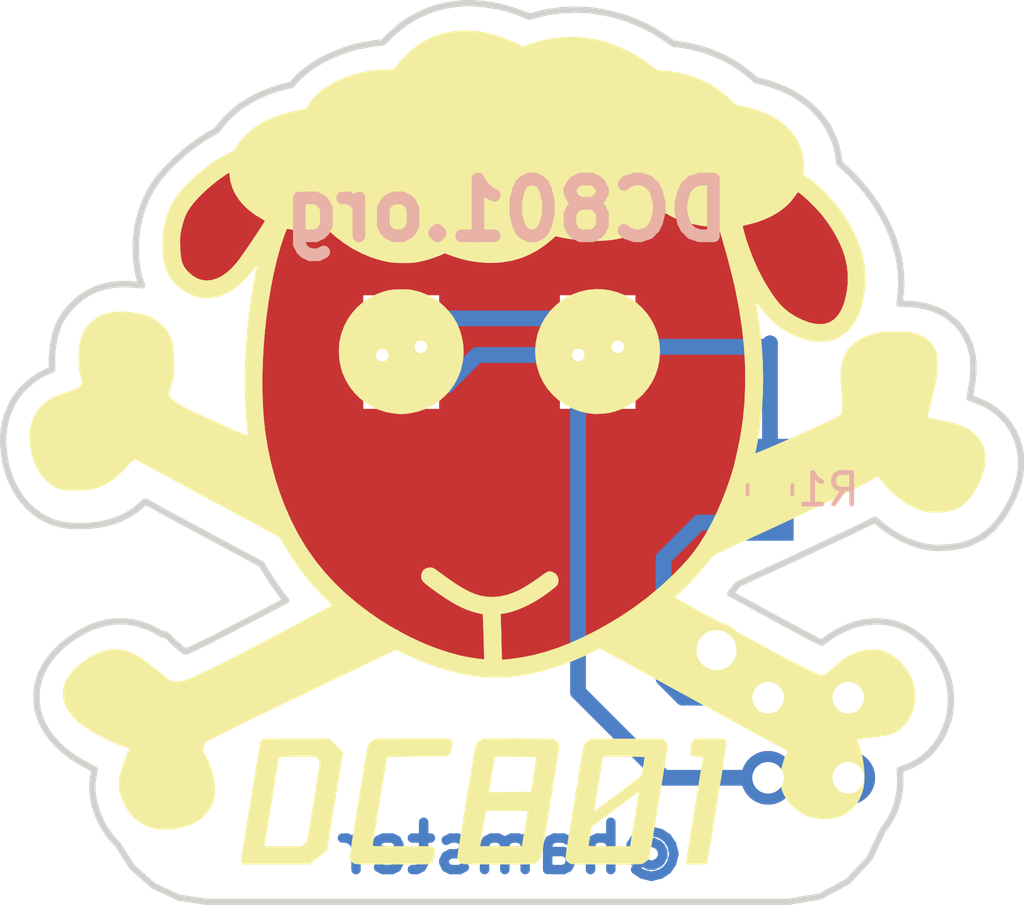
<source format=kicad_pcb>
(kicad_pcb (version 20171130) (host pcbnew "(5.0.0-rc2-dev-321-g78161b592)")
  (layers (0 F.Cu signal) (31 B.Cu signal) (34 B.Paste user) (35 F.Paste user) (36 B.SilkS user) (37 F.SilkS user) (38 B.Mask user) (39 F.Mask user) (44 Edge.Cuts user))
  (net 0 "")
  (net 1 "Net-(D1-Pad2)")
  (net 2 "Net-(D1-Pad1)")
  (net 3 "Net-(R1-Pad1)")
  (module lib_fp:bare_copper (layer F.Cu) (at 143.95 81.92)
    (fp_text reference G*** hide)
    (fp_text value LOGO hide)
    (fp_poly (pts (xy -9.005871 -7.710315) (xy -8.997863 -7.671619) (xy -8.990771 -7.616441) (xy -8.989381 -7.601721) (xy -8.95587 -7.401051) (xy -8.891594 -7.205347) (xy -8.797413 -7.016338) (xy -8.674185 -6.835753) (xy -8.525347 -6.667898) (xy -8.333375 -6.495301) (xy -8.12812 -6.349476) (xy -7.99144 -6.270542) (xy -7.853966 -6.19741) (xy -7.974702 -6.01144) (xy -8.130154 -5.773191) (xy -8.270749 -5.560543) (xy -8.397916 -5.371795) (xy -8.513083 -5.205246) (xy -8.617678 -5.059196) (xy -8.71313 -4.931944) (xy -8.800866 -4.821788) (xy -8.882315 -4.727027) (xy -8.958905 -4.645962) (xy -9.032064 -4.57689) (xy -9.10322 -4.518112) (xy -9.173802 -4.467925) (xy -9.245238 -4.42463) (xy -9.318955 -4.386525) (xy -9.351949 -4.371205) (xy -9.481488 -4.325008) (xy -9.617871 -4.298008) (xy -9.752807 -4.29086) (xy -9.878005 -4.304223) (xy -9.94919 -4.323842) (xy -10.101976 -4.395671) (xy -10.24397 -4.497392) (xy -10.306453 -4.555003) (xy -10.386252 -4.644128) (xy -10.450118 -4.739228) (xy -10.499348 -4.844501) (xy -10.535237 -4.964147) (xy -10.559081 -5.102365) (xy -10.572175 -5.263354) (xy -10.575836 -5.428098) (xy -10.575433 -5.53906) (xy -10.573359 -5.626772) (xy -10.568877 -5.699757) (xy -10.561247 -5.766541) (xy -10.549733 -5.83565) (xy -10.533665 -5.915287) (xy -10.490683 -6.095427) (xy -10.441249 -6.253887) (xy -10.381932 -6.396947) (xy -10.309302 -6.530883) (xy -10.219928 -6.661974) (xy -10.110379 -6.796497) (xy -9.977225 -6.940729) (xy -9.968158 -6.950089) (xy -9.824617 -7.09276) (xy -9.676099 -7.230941) (xy -9.530303 -7.357716) (xy -9.394931 -7.46617) (xy -9.38592 -7.47299) (xy -9.322974 -7.519426) (xy -9.254479 -7.568308) (xy -9.185698 -7.616077) (xy -9.121892 -7.659177) (xy -9.068326 -7.694048) (xy -9.030261 -7.717133) (xy -9.013314 -7.724907) (xy -9.005871 -7.710315)) (layer F.Cu) (width 0.01))
    (fp_poly (pts (xy 9.126505 -7.022355) (xy 9.309597 -6.867875) (xy 9.494082 -6.688109) (xy 9.675193 -6.488959) (xy 9.84816 -6.276324) (xy 10.008217 -6.056107) (xy 10.150596 -5.834207) (xy 10.270528 -5.616526) (xy 10.283357 -5.590616) (xy 10.402602 -5.323443) (xy 10.493437 -5.066382) (xy 10.556271 -4.816123) (xy 10.591512 -4.56936) (xy 10.599568 -4.322784) (xy 10.580848 -4.073087) (xy 10.53576 -3.816961) (xy 10.513755 -3.724907) (xy 10.454979 -3.527441) (xy 10.386172 -3.35926) (xy 10.306319 -3.219167) (xy 10.214402 -3.105961) (xy 10.109406 -3.018444) (xy 9.990316 -2.955418) (xy 9.856116 -2.915683) (xy 9.823029 -2.909716) (xy 9.748225 -2.899301) (xy 9.689132 -2.896019) (xy 9.630567 -2.899512) (xy 9.592553 -2.904264) (xy 9.420673 -2.940439) (xy 9.239608 -3.000672) (xy 9.055956 -3.081424) (xy 8.876313 -3.179156) (xy 8.707277 -3.290329) (xy 8.555443 -3.411405) (xy 8.443981 -3.520396) (xy 8.339011 -3.644976) (xy 8.227832 -3.7952) (xy 8.113262 -3.966232) (xy 7.998115 -4.153235) (xy 7.885207 -4.35137) (xy 7.777355 -4.555802) (xy 7.677373 -4.761691) (xy 7.588079 -4.964203) (xy 7.55268 -5.051551) (xy 7.509884 -5.163578) (xy 7.466671 -5.282603) (xy 7.424229 -5.404769) (xy 7.383747 -5.526217) (xy 7.346411 -5.64309) (xy 7.31341 -5.751531) (xy 7.285931 -5.847681) (xy 7.265163 -5.927684) (xy 7.252292 -5.987682) (xy 7.248508 -6.023818) (xy 7.250747 -6.032141) (xy 7.269117 -6.039218) (xy 7.312288 -6.051548) (xy 7.374032 -6.067464) (xy 7.448122 -6.085299) (xy 7.456916 -6.087343) (xy 7.73656 -6.165254) (xy 7.998611 -6.265005) (xy 8.240338 -6.385379) (xy 8.459012 -6.525157) (xy 8.490435 -6.548306) (xy 8.612404 -6.645403) (xy 8.713726 -6.739764) (xy 8.803209 -6.840615) (xy 8.889657 -6.957184) (xy 8.911711 -6.98969) (xy 8.999322 -7.120743) (xy 9.126505 -7.022355)) (layer F.Cu) (width 0.01))
    (fp_poly (pts (xy 4.757536 -6.476854) (xy 4.793614 -6.45563) (xy 4.82299 -6.436503) (xy 4.982463 -6.342481) (xy 5.167981 -6.256834) (xy 5.374555 -6.181038) (xy 5.5972 -6.11657) (xy 5.830926 -6.064905) (xy 6.070746 -6.027521) (xy 6.268599 -6.008548) (xy 6.34857 -6.002827) (xy 6.416223 -5.997433) (xy 6.465719 -5.992876) (xy 6.491219 -5.989663) (xy 6.493364 -5.988994) (xy 6.500604 -5.971014) (xy 6.515331 -5.926619) (xy 6.536304 -5.859962) (xy 6.562284 -5.775195) (xy 6.592031 -5.676472) (xy 6.624304 -5.567947) (xy 6.657863 -5.453771) (xy 6.691468 -5.338098) (xy 6.723878 -5.22508) (xy 6.753854 -5.118872) (xy 6.762909 -5.086358) (xy 6.887508 -4.617257) (xy 6.995335 -4.16732) (xy 7.08773 -3.729584) (xy 7.16603 -3.297087) (xy 7.231574 -2.862867) (xy 7.285703 -2.419962) (xy 7.297844 -2.304756) (xy 7.31091 -2.151428) (xy 7.321764 -1.972767) (xy 7.330328 -1.775159) (xy 7.336525 -1.564989) (xy 7.340276 -1.348644) (xy 7.341503 -1.132509) (xy 7.34013 -0.922969) (xy 7.336079 -0.72641) (xy 7.329271 -0.549218) (xy 7.320854 -0.413267) (xy 7.262577 0.158308) (xy 7.176619 0.714863) (xy 7.062703 1.257493) (xy 6.920553 1.787291) (xy 6.749892 2.305352) (xy 6.550441 2.812769) (xy 6.44124 3.059762) (xy 6.266793 3.418663) (xy 6.085724 3.748512) (xy 5.896622 4.051617) (xy 5.698079 4.330285) (xy 5.558013 4.505737) (xy 5.476404 4.599606) (xy 5.376018 4.709125) (xy 5.262053 4.829069) (xy 5.139706 4.954211) (xy 5.014176 5.079328) (xy 4.89066 5.199193) (xy 4.774357 5.308581) (xy 4.670464 5.402267) (xy 4.639488 5.429105) (xy 4.248003 5.749146) (xy 3.844356 6.050318) (xy 3.43107 6.331251) (xy 3.010671 6.590574) (xy 2.585685 6.826917) (xy 2.158636 7.038909) (xy 1.73205 7.225179) (xy 1.30845 7.384357) (xy 0.890363 7.515072) (xy 0.707172 7.563624) (xy 0.551964 7.600017) (xy 0.39037 7.633573) (xy 0.228496 7.663321) (xy 0.072448 7.688285) (xy -0.071667 7.707495) (xy -0.197744 7.719976) (xy -0.299675 7.724756) (xy -0.304198 7.724775) (xy -0.37792 7.724906) (xy -0.388023 7.347403) (xy -0.391968 7.21203) (xy -0.396921 7.060511) (xy -0.402459 6.904681) (xy -0.408161 6.756375) (xy -0.413607 6.627429) (xy -0.413862 6.621755) (xy -0.418245 6.520117) (xy -0.421737 6.42975) (xy -0.424193 6.355276) (xy -0.425469 6.301314) (xy -0.425418 6.272484) (xy -0.424949 6.268961) (xy -0.40813 6.264351) (xy -0.368254 6.256595) (xy -0.313692 6.247314) (xy -0.309492 6.246641) (xy -0.074769 6.194754) (xy 0.168695 6.112661) (xy 0.42044 6.000584) (xy 0.680008 5.858747) (xy 0.946942 5.687373) (xy 1.166885 5.528091) (xy 1.251458 5.462816) (xy 1.313516 5.411276) (xy 1.356503 5.368861) (xy 1.383867 5.330957) (xy 1.399052 5.292955) (xy 1.405504 5.250242) (xy 1.406696 5.20714) (xy 1.404319 5.146072) (xy 1.39469 5.103325) (xy 1.374063 5.065626) (xy 1.362163 5.04934) (xy 1.298377 4.985614) (xy 1.223663 4.95042) (xy 1.14041 4.940899) (xy 1.111898 4.941294) (xy 1.08787 4.943572) (xy 1.064089 4.950117) (xy 1.036317 4.963313) (xy 1.000318 4.985545) (xy 0.951853 5.019198) (xy 0.886687 5.066655) (xy 0.800581 5.130302) (xy 0.790229 5.137965) (xy 0.566865 5.295286) (xy 0.356005 5.426746) (xy 0.154204 5.533985) (xy -0.041978 5.618645) (xy -0.235983 5.682366) (xy -0.431254 5.726789) (xy -0.453004 5.730576) (xy -0.654865 5.748642) (xy -0.863634 5.735955) (xy -1.078689 5.692644) (xy -1.299406 5.618841) (xy -1.525164 5.514676) (xy -1.555644 5.498484) (xy -1.658068 5.439622) (xy -1.779726 5.363579) (xy -1.915583 5.27371) (xy -2.060606 5.173368) (xy -2.20976 5.065905) (xy -2.252525 5.034292) (xy -2.327701 4.978635) (xy -2.396654 4.928029) (xy -2.454216 4.886234) (xy -2.495221 4.857007) (xy -2.511622 4.845837) (xy -2.58849 4.813601) (xy -2.670208 4.807454) (xy -2.749997 4.824957) (xy -2.821082 4.863673) (xy -2.876687 4.921163) (xy -2.908362 4.988597) (xy -2.922979 5.063045) (xy -2.92023 5.127797) (xy -2.897652 5.187744) (xy -2.852781 5.247778) (xy -2.783152 5.312788) (xy -2.719854 5.362751) (xy -2.506153 5.521287) (xy -2.311866 5.659354) (xy -2.133867 5.778896) (xy -1.969027 5.881858) (xy -1.81422 5.970186) (xy -1.666316 6.045825) (xy -1.52219 6.110719) (xy -1.507069 6.117022) (xy -1.436368 6.144046) (xy -1.353066 6.172438) (xy -1.264351 6.20013) (xy -1.177405 6.225053) (xy -1.099415 6.24514) (xy -1.037565 6.258324) (xy -1.001311 6.262578) (xy -0.992385 6.265016) (xy -0.984667 6.273986) (xy -0.977966 6.291964) (xy -0.972088 6.321431) (xy -0.966841 6.364866) (xy -0.962033 6.424748) (xy -0.957472 6.503557) (xy -0.952964 6.603771) (xy -0.948318 6.727869) (xy -0.94334 6.878331) (xy -0.937839 7.057636) (xy -0.936749 7.09417) (xy -0.932135 7.253902) (xy -0.928754 7.384655) (xy -0.926661 7.489217) (xy -0.925912 7.570377) (xy -0.926562 7.630924) (xy -0.928667 7.673646) (xy -0.932281 7.701332) (xy -0.937459 7.71677) (xy -0.944258 7.722749) (xy -0.94922 7.722944) (xy -0.970362 7.720006) (xy -1.013413 7.714256) (xy -1.064956 7.707476) (xy -1.428461 7.649841) (xy -1.784149 7.572368) (xy -2.138653 7.473247) (xy -2.498605 7.350669) (xy -2.788681 7.237088) (xy -2.864322 7.204794) (xy -2.953599 7.164907) (xy -3.052276 7.119497) (xy -3.156114 7.070635) (xy -3.260876 7.020391) (xy -3.362323 6.970837) (xy -3.456219 6.924044) (xy -3.538325 6.882082) (xy -3.604403 6.847022) (xy -3.650215 6.820936) (xy -3.671525 6.805893) (xy -3.67182 6.805534) (xy -3.688827 6.793852) (xy -3.727029 6.771866) (xy -3.779265 6.743641) (xy -3.799025 6.733306) (xy -3.867481 6.696549) (xy -3.936842 6.657273) (xy -3.993132 6.623413) (xy -3.997559 6.620595) (xy -4.274156 6.439595) (xy -4.52556 6.267073) (xy -4.756079 6.099656) (xy -4.970019 5.933971) (xy -5.171686 5.766644) (xy -5.365386 5.594302) (xy -5.555425 5.413571) (xy -5.619816 5.349766) (xy -5.771728 5.194972) (xy -5.90522 5.052425) (xy -6.026818 4.91467) (xy -6.143049 4.774249) (xy -6.260438 4.623707) (xy -6.292389 4.58141) (xy -6.549654 4.213982) (xy -6.788216 3.822438) (xy -7.007237 3.408958) (xy -7.205878 2.975722) (xy -7.3833 2.524909) (xy -7.538665 2.058701) (xy -7.671135 1.579276) (xy -7.779871 1.088814) (xy -7.864034 0.589495) (xy -7.883508 0.445056) (xy -7.906519 0.25511) (xy -7.925208 0.078254) (xy -7.939958 -0.092157) (xy -7.951154 -0.262765) (xy -7.959179 -0.440214) (xy -7.964417 -0.631149) (xy -7.967253 -0.842211) (xy -7.968034 -1.017272) (xy -7.966844 -1.306688) (xy -7.962089 -1.57646) (xy -7.95332 -1.833873) (xy -7.940089 -2.086211) (xy -7.921949 -2.340755) (xy -7.89845 -2.604791) (xy -7.869144 -2.8856) (xy -7.83498 -3.178974) (xy -7.802816 -3.422127) (xy -7.763619 -3.68198) (xy -7.736167 -3.846559) (xy -4.768461 -3.846559) (xy -4.768461 -0.238424) (xy -2.352441 -0.238424) (xy -2.352441 -3.846559) (xy 1.462328 -3.846559) (xy 1.462328 -0.238424) (xy 3.862453 -0.238424) (xy 3.862453 -3.846559) (xy 1.462328 -3.846559) (xy -2.352441 -3.846559) (xy -4.768461 -3.846559) (xy -7.736167 -3.846559) (xy -7.718964 -3.949691) (xy -7.670424 -4.216415) (xy -7.619575 -4.473309) (xy -7.567991 -4.711528) (xy -7.543506 -4.816332) (xy -7.514032 -4.933677) (xy -7.480054 -5.059871) (xy -7.442853 -5.190929) (xy -7.40371 -5.322866) (xy -7.363906 -5.451696) (xy -7.32472 -5.573436) (xy -7.287435 -5.6841) (xy -7.25333 -5.779703) (xy -7.223686 -5.85626) (xy -7.199784 -5.909786) (xy -7.183868 -5.935365) (xy -7.161258 -5.939698) (xy -7.113584 -5.936128) (xy -7.046453 -5.925114) (xy -7.038027 -5.923449) (xy -6.883062 -5.894893) (xy -6.733571 -5.873141) (xy -6.580967 -5.857361) (xy -6.416664 -5.846724) (xy -6.232072 -5.840396) (xy -6.167209 -5.839144) (xy -5.79368 -5.833059) (xy -5.699846 -5.750681) (xy -5.586708 -5.656441) (xy -5.457783 -5.557478) (xy -5.322892 -5.460854) (xy -5.191855 -5.373635) (xy -5.087823 -5.310439) (xy -4.791123 -5.156528) (xy -4.494316 -5.034357) (xy -4.19747 -4.943933) (xy -3.900658 -4.88526) (xy -3.603949 -4.858345) (xy -3.307416 -4.863193) (xy -3.011127 -4.899809) (xy -2.715155 -4.968199) (xy -2.419569 -5.068368) (xy -2.348744 -5.097117) (xy -2.178152 -5.168579) (xy -1.99111 -5.098033) (xy -1.687919 -4.998804) (xy -1.378235 -4.926644) (xy -1.065865 -4.881895) (xy -0.754614 -4.864895) (xy -0.448287 -4.875986) (xy -0.15069 -4.915506) (xy -0.087422 -4.927913) (xy 0.168858 -4.996464) (xy 0.423483 -5.094207) (xy 0.671781 -5.21869) (xy 0.909081 -5.367458) (xy 1.130711 -5.53806) (xy 1.212501 -5.610546) (xy 1.320308 -5.710022) (xy 1.530398 -5.668335) (xy 1.704909 -5.635775) (xy 1.864746 -5.610879) (xy 2.020189 -5.592536) (xy 2.181519 -5.579636) (xy 2.359018 -5.571068) (xy 2.458798 -5.568016) (xy 2.690695 -5.565973) (xy 2.898727 -5.573085) (xy 3.089684 -5.590091) (xy 3.270356 -5.617728) (xy 3.447534 -5.656735) (xy 3.562221 -5.688005) (xy 3.784243 -5.765653) (xy 3.998321 -5.865659) (xy 4.199647 -5.984924) (xy 4.383414 -6.120347) (xy 4.544814 -6.268826) (xy 4.650808 -6.39008) (xy 4.688074 -6.435524) (xy 4.718611 -6.469131) (xy 4.736716 -6.484699) (xy 4.738219 -6.485107) (xy 4.757536 -6.476854)) (layer F.Cu) (width 0.01))
  )
  (module lib_fp:0807-RGB (layer F.Cu) (at 140.39 79.88 90)
    (fp_text reference D1 hide)
    (fp_text value LED hide)
    (pad 2 smd rect (at 1.05 0.625 90) (size 1.1 0.75) (layers F.Cu F.Paste F.Mask) (net 1 "Net-(D1-Pad2)"))
    (pad 2 smd rect (at 1.05 -0.625 90) (size 1.1 0.75) (layers F.Cu F.Paste F.Mask) (net 1 "Net-(D1-Pad2)"))
    (pad 1 smd rect (at -1.05 0.625 90) (size 1.1 0.75) (layers F.Cu F.Paste F.Mask) (net 2 "Net-(D1-Pad1)"))
    (pad 1 smd rect (at -1.05 -0.625 90) (size 1.1 0.75) (layers F.Cu F.Paste F.Mask) (net 2 "Net-(D1-Pad1)"))
  )
  (module lib_fp:0807-RGB (layer F.Cu) (at 146.61 79.87 90)
    (fp_text reference D2 hide)
    (fp_text value LED hide)
    (pad 1 smd rect (at -1.05 -0.625 90) (size 1.1 0.75) (layers F.Cu F.Paste F.Mask) (net 2 "Net-(D1-Pad1)"))
    (pad 1 smd rect (at -1.05 0.625 90) (size 1.1 0.75) (layers F.Cu F.Paste F.Mask) (net 2 "Net-(D1-Pad1)"))
    (pad 2 smd rect (at 1.05 -0.625 90) (size 1.1 0.75) (layers F.Cu F.Paste F.Mask) (net 1 "Net-(D1-Pad2)"))
    (pad 2 smd rect (at 1.05 0.625 90) (size 1.1 0.75) (layers F.Cu F.Paste F.Mask) (net 1 "Net-(D1-Pad2)"))
  )
  (module Resistor_SMD:R_0805_2012Metric_Pad1.15x1.50mm_HandSolder (layer B.Cu) (at 152.07 84.24 90)
    (fp_text reference R1 (at 0 1.85 180) (layer B.SilkS) (effects (justify mirror)))
    (fp_text value R)
    (pad 1 smd rect (at -1.0425 0 90) (size 1.145 1.5) (layers B.Cu B.Paste B.Mask) (net 3 "Net-(R1-Pad1)"))
    (pad 2 smd rect (at 1.0425 0 90) (size 1.145 1.5) (layers B.Cu B.Paste B.Mask) (net 1 "Net-(D1-Pad2)"))
  )
  (module lib_fp:Badgelife-Shitty-2x2-NotRotated (layer F.Cu) (at 153.28 92.1)
    (fp_text reference U1 hide)
    (fp_text value SHITTY_ADDON hide)
    (pad 3 thru_hole oval (at -1.27 1.27) (size 1.7 1.7) (drill 1) (layers *.Cu *.Mask) (net 2 "Net-(D1-Pad1)"))
    (pad 1 thru_hole oval (at -1.27 -1.27) (size 1.7 1.7) (drill 1) (layers *.Cu *.Mask) (net 3 "Net-(R1-Pad1)"))
    (pad 4 thru_hole oval (at 1.27 1.27) (size 1.7 1.7) (drill 1) (layers *.Cu *.Mask))
    (pad 2 thru_hole circle (at 1.27 -1.27) (size 1.7 1.7) (drill 1) (layers *.Cu *.Mask))
    (pad "" np_thru_hole circle (at -2.90322 -2.77622) (size 1.524 1.524) (drill 1.27) (layers *.Cu *.Mask))
  )
  (module lib_fp:silkscreen (layer F.Cu) (at 143.76 82.89)
    (fp_text reference G*** hide)
    (fp_text value LOGO hide)
  )
  (gr_text DC801.org (at 143.72 75.38) (layer B.SilkS) (effects (font (size 1.8 1.8) (thickness 0.4)) (justify mirror)))
  (gr_text @hamster (at 143.85 95.6) (layer B.Cu) (effects (font (size 1.5 1.5) (thickness 0.3)) (justify mirror)))
  (gr_line (start 157.713272 90.24604) (end 157.698286 90.196602) (layer Edge.Cuts) (width 0.2))
  (gr_line (start 157.73799 90.34612) (end 157.728258 90.295477) (layer Edge.Cuts) (width 0.2))
  (gr_line (start 156.850362 88.940607) (end 156.804283 88.903314) (layer Edge.Cuts) (width 0.2))
  (gr_line (start 157.668313 90.097728) (end 157.653413 90.060263) (layer Edge.Cuts) (width 0.2))
  (gr_line (start 156.679226 88.806679) (end 156.637541 88.774467) (layer Edge.Cuts) (width 0.2))
  (gr_line (start 156.804283 88.903314) (end 156.762598 88.871102) (layer Edge.Cuts) (width 0.2))
  (gr_line (start 157.623613 89.985332) (end 157.608713 89.947867) (layer Edge.Cuts) (width 0.2))
  (gr_line (start 156.720912 88.83889) (end 156.679226 88.806679) (layer Edge.Cuts) (width 0.2))
  (gr_line (start 156.365034 88.620041) (end 156.310946 88.596872) (layer Edge.Cuts) (width 0.2))
  (gr_line (start 156.988596 89.052486) (end 156.942518 89.015193) (layer Edge.Cuts) (width 0.2))
  (gr_line (start 157.372207 89.509737) (end 157.346197 89.474338) (layer Edge.Cuts) (width 0.2))
  (gr_line (start 157.518452 89.745295) (end 157.488393 89.695255) (layer Edge.Cuts) (width 0.2))
  (gr_line (start 157.488393 89.695255) (end 157.458335 89.645215) (layer Edge.Cuts) (width 0.2))
  (gr_line (start 156.094077 88.514362) (end 156.039731 88.496276) (layer Edge.Cuts) (width 0.2))
  (gr_line (start 157.653413 90.060263) (end 157.638513 90.022797) (layer Edge.Cuts) (width 0.2))
  (gr_line (start 156.148423 88.532449) (end 156.094077 88.514362) (layer Edge.Cuts) (width 0.2))
  (gr_line (start 156.20277 88.550536) (end 156.148423 88.532449) (layer Edge.Cuts) (width 0.2))
  (gr_line (start 156.256858 88.573704) (end 156.20277 88.550536) (layer Edge.Cuts) (width 0.2))
  (gr_line (start 156.310946 88.596872) (end 156.256858 88.573704) (layer Edge.Cuts) (width 0.2))
  (gr_line (start 157.03209 89.098478) (end 156.988596 89.052486) (layer Edge.Cuts) (width 0.2))
  (gr_line (start 157.195474 89.278226) (end 157.162573 89.236454) (layer Edge.Cuts) (width 0.2))
  (gr_line (start 157.541017 89.795938) (end 157.518452 89.745295) (layer Edge.Cuts) (width 0.2))
  (gr_line (start 157.608713 89.947867) (end 157.586148 89.897224) (layer Edge.Cuts) (width 0.2))
  (gr_line (start 156.528331 88.708838) (end 156.473726 88.676023) (layer Edge.Cuts) (width 0.2))
  (gr_line (start 156.637541 88.774467) (end 156.582936 88.741653) (layer Edge.Cuts) (width 0.2))
  (gr_line (start 156.89644 88.9779) (end 156.850362 88.940607) (layer Edge.Cuts) (width 0.2))
  (gr_line (start 157.320186 89.43894) (end 157.294176 89.403541) (layer Edge.Cuts) (width 0.2))
  (gr_line (start 157.773216 90.537753) (end 157.767188 90.498048) (layer Edge.Cuts) (width 0.2))
  (gr_line (start 157.261275 89.36177) (end 157.228375 89.319998) (layer Edge.Cuts) (width 0.2))
  (gr_line (start 157.728258 90.295477) (end 157.713272 90.24604) (layer Edge.Cuts) (width 0.2))
  (gr_line (start 157.162573 89.236454) (end 157.119079 89.190462) (layer Edge.Cuts) (width 0.2))
  (gr_line (start 157.428276 89.595175) (end 157.398218 89.545135) (layer Edge.Cuts) (width 0.2))
  (gr_line (start 156.942518 89.015193) (end 156.89644 88.9779) (layer Edge.Cuts) (width 0.2))
  (gr_line (start 157.119079 89.190462) (end 157.075585 89.14447) (layer Edge.Cuts) (width 0.2))
  (gr_line (start 157.747723 90.396763) (end 157.73799 90.34612) (layer Edge.Cuts) (width 0.2))
  (gr_line (start 156.419122 88.643209) (end 156.365034 88.620041) (layer Edge.Cuts) (width 0.2))
  (gr_line (start 156.473726 88.676023) (end 156.419122 88.643209) (layer Edge.Cuts) (width 0.2))
  (gr_line (start 157.346197 89.474338) (end 157.320186 89.43894) (layer Edge.Cuts) (width 0.2))
  (gr_line (start 157.398218 89.545135) (end 157.372207 89.509737) (layer Edge.Cuts) (width 0.2))
  (gr_line (start 157.228375 89.319998) (end 157.195474 89.278226) (layer Edge.Cuts) (width 0.2))
  (gr_line (start 157.075585 89.14447) (end 157.03209 89.098478) (layer Edge.Cuts) (width 0.2))
  (gr_line (start 156.582936 88.741653) (end 156.528331 88.708838) (layer Edge.Cuts) (width 0.2))
  (gr_line (start 157.458335 89.645215) (end 157.428276 89.595175) (layer Edge.Cuts) (width 0.2))
  (gr_line (start 156.762598 88.871102) (end 156.720912 88.83889) (layer Edge.Cuts) (width 0.2))
  (gr_line (start 157.294176 89.403541) (end 157.261275 89.36177) (layer Edge.Cuts) (width 0.2))
  (gr_line (start 157.757455 90.447405) (end 157.747723 90.396763) (layer Edge.Cuts) (width 0.2))
  (gr_line (start 157.6833 90.147165) (end 157.668313 90.097728) (layer Edge.Cuts) (width 0.2))
  (gr_line (start 157.563582 89.846581) (end 157.541017 89.795938) (layer Edge.Cuts) (width 0.2))
  (gr_line (start 157.767188 90.498048) (end 157.757455 90.447405) (layer Edge.Cuts) (width 0.2))
  (gr_line (start 157.586148 89.897224) (end 157.563582 89.846581) (layer Edge.Cuts) (width 0.2))
  (gr_line (start 157.638513 90.022797) (end 157.623613 89.985332) (layer Edge.Cuts) (width 0.2))
  (gr_line (start 157.698286 90.196602) (end 157.6833 90.147165) (layer Edge.Cuts) (width 0.2))
  (gr_line (start 157.800605 91.025837) (end 157.800605 90.979673) (layer Edge.Cuts) (width 0.2))
  (gr_line (start 156.745803 92.864829) (end 156.798082 92.833479) (layer Edge.Cuts) (width 0.2))
  (gr_line (start 156.983514 92.696191) (end 157.009267 92.675693) (layer Edge.Cuts) (width 0.2))
  (gr_line (start 157.289094 92.381654) (end 157.315536 92.349787) (layer Edge.Cuts) (width 0.2))
  (gr_line (start 157.009267 92.675693) (end 157.038205 92.649597) (layer Edge.Cuts) (width 0.2))
  (gr_line (start 157.436458 92.175638) (end 157.476766 92.117588) (layer Edge.Cuts) (width 0.2))
  (gr_line (start 156.535997 92.980067) (end 156.588965 92.95888) (layer Edge.Cuts) (width 0.2))
  (gr_line (start 157.167396 92.524281) (end 157.188584 92.500768) (layer Edge.Cuts) (width 0.2))
  (gr_line (start 157.783552 91.178627) (end 157.792078 91.102232) (layer Edge.Cuts) (width 0.2))
  (gr_line (start 157.573401 91.921131) (end 157.587009 91.891762) (layer Edge.Cuts) (width 0.2))
  (gr_line (start 157.731617 91.489805) (end 157.743244 91.437009) (layer Edge.Cuts) (width 0.2))
  (gr_line (start 157.396151 92.233687) (end 157.436458 92.175638) (layer Edge.Cuts) (width 0.2))
  (gr_line (start 157.476766 92.117588) (end 157.497523 92.075816) (layer Edge.Cuts) (width 0.2))
  (gr_line (start 157.236212 92.445389) (end 157.262653 92.413521) (layer Edge.Cuts) (width 0.2))
  (gr_line (start 157.038205 92.649597) (end 157.067144 92.6235) (layer Edge.Cuts) (width 0.2))
  (gr_line (start 157.766499 91.331417) (end 157.775025 91.255022) (layer Edge.Cuts) (width 0.2))
  (gr_line (start 157.754871 91.384213) (end 157.766499 91.331417) (layer Edge.Cuts) (width 0.2))
  (gr_line (start 157.559793 91.950501) (end 157.573401 91.921131) (layer Edge.Cuts) (width 0.2))
  (gr_line (start 157.146209 92.547794) (end 157.167396 92.524281) (layer Edge.Cuts) (width 0.2))
  (gr_line (start 156.798082 92.833479) (end 156.825126 92.814531) (layer Edge.Cuts) (width 0.2))
  (gr_line (start 157.793629 90.702945) (end 157.791303 90.656867) (layer Edge.Cuts) (width 0.2))
  (gr_line (start 157.539036 91.992272) (end 157.559793 91.950501) (layer Edge.Cuts) (width 0.2))
  (gr_line (start 156.693524 92.896179) (end 156.745803 92.864829) (layer Edge.Cuts) (width 0.2))
  (gr_line (start 156.588965 92.95888) (end 156.641244 92.92753) (layer Edge.Cuts) (width 0.2))
  (gr_line (start 157.795954 90.749024) (end 157.793629 90.702945) (layer Edge.Cuts) (width 0.2))
  (gr_line (start 157.667108 91.687812) (end 157.693549 91.615207) (layer Edge.Cuts) (width 0.2))
  (gr_line (start 157.800605 90.933508) (end 157.800605 90.887344) (layer Edge.Cuts) (width 0.2))
  (gr_line (start 156.879214 92.776634) (end 156.906258 92.757686) (layer Edge.Cuts) (width 0.2))
  (gr_line (start 157.067144 92.6235) (end 157.096083 92.597403) (layer Edge.Cuts) (width 0.2))
  (gr_line (start 157.775025 91.255022) (end 157.783552 91.178627) (layer Edge.Cuts) (width 0.2))
  (gr_line (start 157.743244 91.437009) (end 157.754871 91.384213) (layer Edge.Cuts) (width 0.2))
  (gr_line (start 157.71999 91.542601) (end 157.731617 91.489805) (layer Edge.Cuts) (width 0.2))
  (gr_line (start 157.693549 91.615207) (end 157.71999 91.542601) (layer Edge.Cuts) (width 0.2))
  (gr_line (start 157.614225 91.833023) (end 157.640666 91.760417) (layer Edge.Cuts) (width 0.2))
  (gr_line (start 157.497523 92.075816) (end 157.518279 92.034044) (layer Edge.Cuts) (width 0.2))
  (gr_line (start 157.315536 92.349787) (end 157.355843 92.291737) (layer Edge.Cuts) (width 0.2))
  (gr_line (start 156.327999 93.060166) (end 156.377092 93.043629) (layer Edge.Cuts) (width 0.2))
  (gr_line (start 157.188584 92.500768) (end 157.209771 92.477256) (layer Edge.Cuts) (width 0.2))
  (gr_line (start 157.096083 92.597403) (end 157.125022 92.571307) (layer Edge.Cuts) (width 0.2))
  (gr_line (start 156.825126 92.814531) (end 156.85217 92.795582) (layer Edge.Cuts) (width 0.2))
  (gr_line (start 156.483028 93.001255) (end 156.535997 92.980067) (layer Edge.Cuts) (width 0.2))
  (gr_line (start 156.93201 92.737188) (end 156.957762 92.71669) (layer Edge.Cuts) (width 0.2))
  (gr_line (start 157.600617 91.862392) (end 157.614225 91.833023) (layer Edge.Cuts) (width 0.2))
  (gr_line (start 157.587009 91.891762) (end 157.600617 91.862392) (layer Edge.Cuts) (width 0.2))
  (gr_line (start 157.262653 92.413521) (end 157.289094 92.381654) (layer Edge.Cuts) (width 0.2))
  (gr_line (start 156.377092 93.043629) (end 156.43006 93.022442) (layer Edge.Cuts) (width 0.2))
  (gr_line (start 156.85217 92.795582) (end 156.879214 92.776634) (layer Edge.Cuts) (width 0.2))
  (gr_line (start 157.800605 90.84118) (end 157.79828 90.795102) (layer Edge.Cuts) (width 0.2))
  (gr_line (start 157.640666 91.760417) (end 157.667108 91.687812) (layer Edge.Cuts) (width 0.2))
  (gr_line (start 157.209771 92.477256) (end 157.236212 92.445389) (layer Edge.Cuts) (width 0.2))
  (gr_line (start 156.43006 93.022442) (end 156.483028 93.001255) (layer Edge.Cuts) (width 0.2))
  (gr_line (start 157.779245 90.577458) (end 157.773216 90.537753) (layer Edge.Cuts) (width 0.2))
  (gr_line (start 157.125022 92.571307) (end 157.146209 92.547794) (layer Edge.Cuts) (width 0.2))
  (gr_line (start 157.785274 90.617162) (end 157.779245 90.577458) (layer Edge.Cuts) (width 0.2))
  (gr_line (start 157.791303 90.656867) (end 157.785274 90.617162) (layer Edge.Cuts) (width 0.2))
  (gr_line (start 157.355843 92.291737) (end 157.396151 92.233687) (layer Edge.Cuts) (width 0.2))
  (gr_line (start 157.518279 92.034044) (end 157.539036 91.992272) (layer Edge.Cuts) (width 0.2))
  (gr_line (start 156.957762 92.71669) (end 156.983514 92.696191) (layer Edge.Cuts) (width 0.2))
  (gr_line (start 157.79828 90.795102) (end 157.795954 90.749024) (layer Edge.Cuts) (width 0.2))
  (gr_line (start 157.792078 91.102232) (end 157.800605 91.025837) (layer Edge.Cuts) (width 0.2))
  (gr_line (start 156.906258 92.757686) (end 156.93201 92.737188) (layer Edge.Cuts) (width 0.2))
  (gr_line (start 156.641244 92.92753) (end 156.693524 92.896179) (layer Edge.Cuts) (width 0.2))
  (gr_line (start 157.800605 90.887344) (end 157.800605 90.84118) (layer Edge.Cuts) (width 0.2))
  (gr_line (start 157.800605 90.979673) (end 157.800605 90.933508) (layer Edge.Cuts) (width 0.2))
  (gr_line (start 155.951019 94.55482) (end 155.975738 94.508828) (layer Edge.Cuts) (width 0.2))
  (gr_line (start 155.785913 94.847137) (end 155.808651 94.808552) (layer Edge.Cuts) (width 0.2))
  (gr_line (start 155.718745 94.931143) (end 155.752329 94.88914) (layer Edge.Cuts) (width 0.2))
  (gr_line (start 156.190367 93.25378) (end 156.187956 93.217779) (layer Edge.Cuts) (width 0.2))
  (gr_line (start 156.190367 93.273676) (end 156.190367 93.25378) (layer Edge.Cuts) (width 0.2))
  (gr_line (start 156.190367 93.313466) (end 156.190367 93.293571) (layer Edge.Cuts) (width 0.2))
  (gr_line (start 156.190367 93.634635) (end 156.190367 93.610348) (layer Edge.Cuts) (width 0.2))
  (gr_line (start 155.901582 94.646805) (end 155.926301 94.600813) (layer Edge.Cuts) (width 0.2))
  (gr_line (start 156.01105 94.416672) (end 156.028706 94.370594) (layer Edge.Cuts) (width 0.2))
  (gr_line (start 155.831388 94.769967) (end 155.854126 94.731382) (layer Edge.Cuts) (width 0.2))
  (gr_line (start 156.178999 93.762965) (end 156.184683 93.710944) (layer Edge.Cuts) (width 0.2))
  (gr_line (start 155.993394 94.46275) (end 156.01105 94.416672) (layer Edge.Cuts) (width 0.2))
  (gr_line (start 143.441329 97.304394) (end 148.034787 97.304394) (layer Edge.Cuts) (width 0.2))
  (gr_line (start 152.628246 97.304394) (end 153.652431 97.131881) (layer Edge.Cuts) (width 0.2))
  (gr_line (start 156.150404 93.944263) (end 156.16763 93.867007) (layer Edge.Cuts) (width 0.2))
  (gr_line (start 156.190367 93.293571) (end 156.190367 93.273676) (layer Edge.Cuts) (width 0.2))
  (gr_line (start 156.190367 93.333362) (end 156.190367 93.313466) (layer Edge.Cuts) (width 0.2))
  (gr_line (start 156.194329 93.388483) (end 156.192348 93.360923) (layer Edge.Cuts) (width 0.2))
  (gr_line (start 155.926301 94.600813) (end 155.951019 94.55482) (layer Edge.Cuts) (width 0.2))
  (gr_line (start 156.19631 93.473147) (end 156.198291 93.443605) (layer Edge.Cuts) (width 0.2))
  (gr_line (start 156.190367 93.610348) (end 156.190367 93.58606) (layer Edge.Cuts) (width 0.2))
  (gr_line (start 156.133179 94.02152) (end 156.150404 93.944263) (layer Edge.Cuts) (width 0.2))
  (gr_line (start 156.028706 94.370594) (end 156.046362 94.324516) (layer Edge.Cuts) (width 0.2))
  (gr_line (start 155.752329 94.88914) (end 155.785913 94.847137) (layer Edge.Cuts) (width 0.2))
  (gr_line (start 156.173314 93.814986) (end 156.178999 93.762965) (layer Edge.Cuts) (width 0.2))
  (gr_line (start 155.68516 94.973147) (end 155.718745 94.931143) (layer Edge.Cuts) (width 0.2))
  (gr_line (start 155.222244 95.928388) (end 155.651576 95.01515) (layer Edge.Cuts) (width 0.2))
  (gr_line (start 131.399331 95.467685) (end 131.878451 96.210548) (layer Edge.Cuts) (width 0.2))
  (gr_line (start 154.536479 96.653589) (end 155.222244 95.928388) (layer Edge.Cuts) (width 0.2))
  (gr_line (start 153.652431 97.131881) (end 154.536479 96.653589) (layer Edge.Cuts) (width 0.2))
  (gr_line (start 156.192348 93.53223) (end 156.194329 93.502688) (layer Edge.Cuts) (width 0.2))
  (gr_line (start 156.184683 93.710944) (end 156.190367 93.658923) (layer Edge.Cuts) (width 0.2))
  (gr_line (start 155.854126 94.731382) (end 155.876864 94.692797) (layer Edge.Cuts) (width 0.2))
  (gr_line (start 132.54043 96.791263) (end 133.34563 97.169367) (layer Edge.Cuts) (width 0.2))
  (gr_line (start 138.84787 97.304394) (end 143.441329 97.304394) (layer Edge.Cuts) (width 0.2))
  (gr_line (start 156.16763 93.867007) (end 156.173314 93.814986) (layer Edge.Cuts) (width 0.2))
  (gr_line (start 155.808651 94.808552) (end 155.831388 94.769967) (layer Edge.Cuts) (width 0.2))
  (gr_line (start 156.072545 94.250274) (end 156.085636 94.213153) (layer Edge.Cuts) (width 0.2))
  (gr_line (start 131.878451 96.210548) (end 132.54043 96.791263) (layer Edge.Cuts) (width 0.2))
  (gr_line (start 155.651576 95.01515) (end 155.68516 94.973147) (layer Edge.Cuts) (width 0.2))
  (gr_line (start 156.190367 93.561772) (end 156.192348 93.53223) (layer Edge.Cuts) (width 0.2))
  (gr_line (start 156.059454 94.287395) (end 156.072545 94.250274) (layer Edge.Cuts) (width 0.2))
  (gr_line (start 156.192348 93.360923) (end 156.190367 93.333362) (layer Edge.Cuts) (width 0.2))
  (gr_line (start 156.19631 93.416044) (end 156.194329 93.388483) (layer Edge.Cuts) (width 0.2))
  (gr_line (start 156.198291 93.443605) (end 156.19631 93.416044) (layer Edge.Cuts) (width 0.2))
  (gr_line (start 156.085636 94.213153) (end 156.098728 94.176032) (layer Edge.Cuts) (width 0.2))
  (gr_line (start 156.278906 93.076702) (end 156.327999 93.060166) (layer Edge.Cuts) (width 0.2))
  (gr_line (start 156.194329 93.502688) (end 156.19631 93.473147) (layer Edge.Cuts) (width 0.2))
  (gr_line (start 156.046362 94.324516) (end 156.059454 94.287395) (layer Edge.Cuts) (width 0.2))
  (gr_line (start 155.975738 94.508828) (end 155.993394 94.46275) (layer Edge.Cuts) (width 0.2))
  (gr_line (start 155.876864 94.692797) (end 155.901582 94.646805) (layer Edge.Cuts) (width 0.2))
  (gr_line (start 133.34563 97.169367) (end 134.254411 97.304394) (layer Edge.Cuts) (width 0.2))
  (gr_line (start 148.034787 97.304394) (end 152.628246 97.304394) (layer Edge.Cuts) (width 0.2))
  (gr_line (start 156.229814 93.093239) (end 156.278906 93.076702) (layer Edge.Cuts) (width 0.2))
  (gr_line (start 156.190367 93.58606) (end 156.190367 93.561772) (layer Edge.Cuts) (width 0.2))
  (gr_line (start 134.254411 97.304394) (end 138.84787 97.304394) (layer Edge.Cuts) (width 0.2))
  (gr_line (start 156.183133 93.145776) (end 156.180721 93.109775) (layer Edge.Cuts) (width 0.2))
  (gr_line (start 156.180721 93.109775) (end 156.229814 93.093239) (layer Edge.Cuts) (width 0.2))
  (gr_line (start 156.190367 93.658923) (end 156.190367 93.634635) (layer Edge.Cuts) (width 0.2))
  (gr_line (start 156.098728 94.176032) (end 156.115953 94.098776) (layer Edge.Cuts) (width 0.2))
  (gr_line (start 131.399019 95.467405) (end 131.399331 95.467685) (layer Edge.Cuts) (width 0.2))
  (gr_line (start 156.185544 93.181778) (end 156.183133 93.145776) (layer Edge.Cuts) (width 0.2))
  (gr_line (start 156.187956 93.217779) (end 156.185544 93.181778) (layer Edge.Cuts) (width 0.2))
  (gr_line (start 156.115953 94.098776) (end 156.133179 94.02152) (layer Edge.Cuts) (width 0.2))
  (gr_line (start 130.680986 93.111842) (end 130.668626 93.172131) (layer Edge.Cuts) (width 0.2))
  (gr_line (start 130.847211 94.68539) (end 130.870294 94.73543) (layer Edge.Cuts) (width 0.2))
  (gr_line (start 130.960211 94.909838) (end 130.980924 94.943427) (layer Edge.Cuts) (width 0.2))
  (gr_line (start 131.398707 95.467125) (end 131.399019 95.467405) (layer Edge.Cuts) (width 0.2))
  (gr_line (start 130.645889 93.093497) (end 130.680986 93.111842) (layer Edge.Cuts) (width 0.2))
  (gr_line (start 131.09177 95.10905) (end 131.108005 95.130668) (layer Edge.Cuts) (width 0.2))
  (gr_line (start 131.108005 95.130668) (end 131.127039 95.158315) (layer Edge.Cuts) (width 0.2))
  (gr_line (start 130.679608 94.223747) (end 130.687704 94.256303) (layer Edge.Cuts) (width 0.2))
  (gr_line (start 131.165108 95.213609) (end 131.184142 95.241256) (layer Edge.Cuts) (width 0.2))
  (gr_line (start 130.607777 93.655134) (end 130.607777 93.71594) (layer Edge.Cuts) (width 0.2))
  (gr_line (start 130.76061 94.478339) (end 130.774089 94.513996) (layer Edge.Cuts) (width 0.2))
  (gr_line (start 130.774089 94.513996) (end 130.787568 94.549653) (layer Edge.Cuts) (width 0.2))
  (gr_line (start 130.663416 94.158635) (end 130.671512 94.191191) (layer Edge.Cuts) (width 0.2))
  (gr_line (start 131.398394 95.466845) (end 131.398707 95.467125) (layer Edge.Cuts) (width 0.2))
  (gr_line (start 130.926793 94.847654) (end 130.943502 94.878746) (layer Edge.Cuts) (width 0.2))
  (gr_line (start 131.369488 95.437626) (end 131.398082 95.466565) (layer Edge.Cuts) (width 0.2))
  (gr_line (start 130.671512 94.191191) (end 130.679608 94.223747) (layer Edge.Cuts) (width 0.2))
  (gr_line (start 131.127039 95.158315) (end 131.146073 95.185962) (layer Edge.Cuts) (width 0.2))
  (gr_line (start 130.702561 94.302898) (end 130.717417 94.349493) (layer Edge.Cuts) (width 0.2))
  (gr_line (start 131.283705 95.35081) (end 131.312299 95.379749) (layer Edge.Cuts) (width 0.2))
  (gr_line (start 130.687704 94.256303) (end 130.702561 94.302898) (layer Edge.Cuts) (width 0.2))
  (gr_line (start 130.638008 94.022209) (end 130.646664 94.074144) (layer Edge.Cuts) (width 0.2))
  (gr_line (start 130.656267 93.232421) (end 130.643908 93.29271) (layer Edge.Cuts) (width 0.2))
  (gr_line (start 130.61372 93.488391) (end 130.607777 93.533522) (layer Edge.Cuts) (width 0.2))
  (gr_line (start 130.643908 93.29271) (end 130.631548 93.352999) (layer Edge.Cuts) (width 0.2))
  (gr_line (start 131.258814 95.323421) (end 131.283705 95.35081) (layer Edge.Cuts) (width 0.2))
  (gr_line (start 131.022351 95.010607) (end 131.043065 95.044196) (layer Edge.Cuts) (width 0.2))
  (gr_line (start 131.233923 95.296033) (end 131.258814 95.323421) (layer Edge.Cuts) (width 0.2))
  (gr_line (start 131.209033 95.268644) (end 131.233923 95.296033) (layer Edge.Cuts) (width 0.2))
  (gr_line (start 131.075535 95.087432) (end 131.09177 95.10905) (layer Edge.Cuts) (width 0.2))
  (gr_line (start 130.980924 94.943427) (end 131.001638 94.977017) (layer Edge.Cuts) (width 0.2))
  (gr_line (start 130.910084 94.816562) (end 130.926793 94.847654) (layer Edge.Cuts) (width 0.2))
  (gr_line (start 131.001638 94.977017) (end 131.022351 95.010607) (layer Edge.Cuts) (width 0.2))
  (gr_line (start 130.943502 94.878746) (end 130.960211 94.909838) (layer Edge.Cuts) (width 0.2))
  (gr_line (start 130.870294 94.73543) (end 130.893376 94.78547) (layer Edge.Cuts) (width 0.2))
  (gr_line (start 130.629352 93.970274) (end 130.638008 94.022209) (layer Edge.Cuts) (width 0.2))
  (gr_line (start 130.668626 93.172131) (end 130.656267 93.232421) (layer Edge.Cuts) (width 0.2))
  (gr_line (start 130.611007 93.812144) (end 130.614237 93.847542) (layer Edge.Cuts) (width 0.2))
  (gr_line (start 131.146073 95.185962) (end 131.165108 95.213609) (layer Edge.Cuts) (width 0.2))
  (gr_line (start 130.824129 94.63535) (end 130.847211 94.68539) (layer Edge.Cuts) (width 0.2))
  (gr_line (start 131.0593 95.065814) (end 131.075535 95.087432) (layer Edge.Cuts) (width 0.2))
  (gr_line (start 130.801047 94.58531) (end 130.824129 94.63535) (layer Edge.Cuts) (width 0.2))
  (gr_line (start 130.607777 93.594328) (end 130.607777 93.655134) (layer Edge.Cuts) (width 0.2))
  (gr_line (start 130.787568 94.549653) (end 130.801047 94.58531) (layer Edge.Cuts) (width 0.2))
  (gr_line (start 130.717417 94.349493) (end 130.732274 94.396088) (layer Edge.Cuts) (width 0.2))
  (gr_line (start 130.607777 93.71594) (end 130.607777 93.776746) (layer Edge.Cuts) (width 0.2))
  (gr_line (start 130.625606 93.39813) (end 130.619663 93.44326) (layer Edge.Cuts) (width 0.2))
  (gr_line (start 130.65532 94.126078) (end 130.663416 94.158635) (layer Edge.Cuts) (width 0.2))
  (gr_line (start 130.614237 93.847542) (end 130.617467 93.882941) (layer Edge.Cuts) (width 0.2))
  (gr_line (start 130.747131 94.442683) (end 130.76061 94.478339) (layer Edge.Cuts) (width 0.2))
  (gr_line (start 130.646664 94.074144) (end 130.65532 94.126078) (layer Edge.Cuts) (width 0.2))
  (gr_line (start 130.617467 93.882941) (end 130.620696 93.918339) (layer Edge.Cuts) (width 0.2))
  (gr_line (start 131.184142 95.241256) (end 131.209033 95.268644) (layer Edge.Cuts) (width 0.2))
  (gr_line (start 131.043065 95.044196) (end 131.0593 95.065814) (layer Edge.Cuts) (width 0.2))
  (gr_line (start 130.607777 93.533522) (end 130.607777 93.594328) (layer Edge.Cuts) (width 0.2))
  (gr_line (start 130.619663 93.44326) (end 130.61372 93.488391) (layer Edge.Cuts) (width 0.2))
  (gr_line (start 131.340894 95.408687) (end 131.369488 95.437626) (layer Edge.Cuts) (width 0.2))
  (gr_line (start 130.607777 93.776746) (end 130.611007 93.812144) (layer Edge.Cuts) (width 0.2))
  (gr_line (start 130.893376 94.78547) (end 130.910084 94.816562) (layer Edge.Cuts) (width 0.2))
  (gr_line (start 130.620696 93.918339) (end 130.629352 93.970274) (layer Edge.Cuts) (width 0.2))
  (gr_line (start 130.631548 93.352999) (end 130.625606 93.39813) (layer Edge.Cuts) (width 0.2))
  (gr_line (start 131.398082 95.466565) (end 131.398394 95.466845) (layer Edge.Cuts) (width 0.2))
  (gr_line (start 131.312299 95.379749) (end 131.340894 95.408687) (layer Edge.Cuts) (width 0.2))
  (gr_line (start 130.732274 94.396088) (end 130.747131 94.442683) (layer Edge.Cuts) (width 0.2))
  (gr_line (start 128.90534 91.326852) (end 128.917613 91.372069) (layer Edge.Cuts) (width 0.2))
  (gr_line (start 129.031646 91.658184) (end 129.049991 91.694788) (layer Edge.Cuts) (width 0.2))
  (gr_line (start 129.927888 92.67087) (end 129.935811 92.678794) (layer Edge.Cuts) (width 0.2))
  (gr_line (start 129.817817 92.589049) (end 129.851062 92.61437) (layer Edge.Cuts) (width 0.2))
  (gr_line (start 129.135344 91.84577) (end 129.152224 91.873158) (layer Edge.Cuts) (width 0.2))
  (gr_line (start 129.662917 92.461667) (end 129.718081 92.513085) (layer Edge.Cuts) (width 0.2))
  (gr_line (start 129.10184 91.788581) (end 129.118592 91.817175) (layer Edge.Cuts) (width 0.2))
  (gr_line (start 129.784572 92.563728) (end 129.817817 92.589049) (layer Edge.Cuts) (width 0.2))
  (gr_line (start 129.356476 92.151264) (end 129.376328 92.174776) (layer Edge.Cuts) (width 0.2))
  (gr_line (start 129.152224 91.873158) (end 129.169105 91.900547) (layer Edge.Cuts) (width 0.2))
  (gr_line (start 128.936949 91.425296) (end 128.956285 91.478522) (layer Edge.Cuts) (width 0.2))
  (gr_line (start 128.956285 91.478522) (end 128.97562 91.531749) (layer Edge.Cuts) (width 0.2))
  (gr_line (start 129.751327 92.538406) (end 129.784572 92.563728) (layer Edge.Cuts) (width 0.2))
  (gr_line (start 130.610792 93.075152) (end 130.645889 93.093497) (layer Edge.Cuts) (width 0.2))
  (gr_line (start 130.575695 93.056807) (end 130.610792 93.075152) (layer Edge.Cuts) (width 0.2))
  (gr_line (start 130.512262 93.021753) (end 130.540598 93.038462) (layer Edge.Cuts) (width 0.2))
  (gr_line (start 130.342849 92.925463) (end 130.385052 92.948545) (layer Edge.Cuts) (width 0.2))
  (gr_line (start 130.241994 92.869652) (end 130.258445 92.879298) (layer Edge.Cuts) (width 0.2))
  (gr_line (start 129.467149 92.274253) (end 129.497423 92.307412) (layer Edge.Cuts) (width 0.2))
  (gr_line (start 130.132397 92.804195) (end 130.192643 92.840713) (layer Edge.Cuts) (width 0.2))
  (gr_line (start 129.951659 92.694641) (end 130.011905 92.731159) (layer Edge.Cuts) (width 0.2))
  (gr_line (start 130.540598 93.038462) (end 130.575695 93.056807) (layer Edge.Cuts) (width 0.2))
  (gr_line (start 130.225544 92.860006) (end 130.241994 92.869652) (layer Edge.Cuts) (width 0.2))
  (gr_line (start 130.209094 92.85036) (end 130.225544 92.860006) (layer Edge.Cuts) (width 0.2))
  (gr_line (start 130.258445 92.879298) (end 130.300647 92.90238) (layer Edge.Cuts) (width 0.2))
  (gr_line (start 129.406602 92.207935) (end 129.436875 92.241094) (layer Edge.Cuts) (width 0.2))
  (gr_line (start 130.427254 92.971627) (end 130.45559 92.988336) (layer Edge.Cuts) (width 0.2))
  (gr_line (start 129.336623 92.127751) (end 129.356476 92.151264) (layer Edge.Cuts) (width 0.2))
  (gr_line (start 129.885513 92.638658) (end 129.902739 92.650802) (layer Edge.Cuts) (width 0.2))
  (gr_line (start 130.192643 92.840713) (end 130.209094 92.85036) (layer Edge.Cuts) (width 0.2))
  (gr_line (start 130.072151 92.767677) (end 130.132397 92.804195) (layer Edge.Cuts) (width 0.2))
  (gr_line (start 129.919964 92.662946) (end 129.927888 92.67087) (layer Edge.Cuts) (width 0.2))
  (gr_line (start 129.868288 92.626514) (end 129.885513 92.638658) (layer Edge.Cuts) (width 0.2))
  (gr_line (start 129.202867 91.955324) (end 129.22638 91.986674) (layer Edge.Cuts) (width 0.2))
  (gr_line (start 129.118592 91.817175) (end 129.135344 91.84577) (layer Edge.Cuts) (width 0.2))
  (gr_line (start 129.049991 91.694788) (end 129.068336 91.731392) (layer Edge.Cuts) (width 0.2))
  (gr_line (start 129.935811 92.678794) (end 129.943735 92.686717) (layer Edge.Cuts) (width 0.2))
  (gr_line (start 129.436875 92.241094) (end 129.467149 92.274253) (layer Edge.Cuts) (width 0.2))
  (gr_line (start 129.296918 92.080725) (end 129.316771 92.104238) (layer Edge.Cuts) (width 0.2))
  (gr_line (start 129.013301 91.62158) (end 129.031646 91.658184) (layer Edge.Cuts) (width 0.2))
  (gr_line (start 129.607752 92.410249) (end 129.662917 92.461667) (layer Edge.Cuts) (width 0.2))
  (gr_line (start 129.851062 92.61437) (end 129.868288 92.626514) (layer Edge.Cuts) (width 0.2))
  (gr_line (start 129.273406 92.049375) (end 129.296918 92.080725) (layer Edge.Cuts) (width 0.2))
  (gr_line (start 129.249893 92.018024) (end 129.273406 92.049375) (layer Edge.Cuts) (width 0.2))
  (gr_line (start 129.169105 91.900547) (end 129.185986 91.927935) (layer Edge.Cuts) (width 0.2))
  (gr_line (start 130.011905 92.731159) (end 130.072151 92.767677) (layer Edge.Cuts) (width 0.2))
  (gr_line (start 129.185986 91.927935) (end 129.202867 91.955324) (layer Edge.Cuts) (width 0.2))
  (gr_line (start 128.994956 91.584976) (end 129.013301 91.62158) (layer Edge.Cuts) (width 0.2))
  (gr_line (start 129.22638 91.986674) (end 129.249893 92.018024) (layer Edge.Cuts) (width 0.2))
  (gr_line (start 129.376328 92.174776) (end 129.406602 92.207935) (layer Edge.Cuts) (width 0.2))
  (gr_line (start 128.917613 91.372069) (end 128.936949 91.425296) (layer Edge.Cuts) (width 0.2))
  (gr_line (start 128.97562 91.531749) (end 128.994956 91.584976) (layer Edge.Cuts) (width 0.2))
  (gr_line (start 129.552588 92.358831) (end 129.607752 92.410249) (layer Edge.Cuts) (width 0.2))
  (gr_line (start 130.483926 93.005044) (end 130.512262 93.021753) (layer Edge.Cuts) (width 0.2))
  (gr_line (start 129.316771 92.104238) (end 129.336623 92.127751) (layer Edge.Cuts) (width 0.2))
  (gr_line (start 130.45559 92.988336) (end 130.483926 93.005044) (layer Edge.Cuts) (width 0.2))
  (gr_line (start 130.385052 92.948545) (end 130.427254 92.971627) (layer Edge.Cuts) (width 0.2))
  (gr_line (start 130.300647 92.90238) (end 130.342849 92.925463) (layer Edge.Cuts) (width 0.2))
  (gr_line (start 129.943735 92.686717) (end 129.951659 92.694641) (layer Edge.Cuts) (width 0.2))
  (gr_line (start 129.902739 92.650802) (end 129.919964 92.662946) (layer Edge.Cuts) (width 0.2))
  (gr_line (start 129.068336 91.731392) (end 129.085088 91.759987) (layer Edge.Cuts) (width 0.2))
  (gr_line (start 129.497423 92.307412) (end 129.552588 92.358831) (layer Edge.Cuts) (width 0.2))
  (gr_line (start 129.085088 91.759987) (end 129.10184 91.788581) (layer Edge.Cuts) (width 0.2))
  (gr_line (start 129.718081 92.513085) (end 129.751327 92.538406) (layer Edge.Cuts) (width 0.2))
  (gr_line (start 129.050422 89.938565) (end 129.033756 89.96914) (layer Edge.Cuts) (width 0.2))
  (gr_line (start 129.782505 89.068678) (end 129.733111 89.110192) (layer Edge.Cuts) (width 0.2))
  (gr_line (start 128.85431 90.541973) (end 128.846515 90.58874) (layer Edge.Cuts) (width 0.2))
  (gr_line (start 129.000425 90.03029) (end 128.983759 90.060866) (layer Edge.Cuts) (width 0.2))
  (gr_line (start 129.413793 89.412757) (end 129.387697 89.441093) (layer Edge.Cuts) (width 0.2))
  (gr_line (start 129.84654 89.023031) (end 129.782505 89.068678) (layer Edge.Cuts) (width 0.2))
  (gr_line (start 129.634323 89.193218) (end 129.584928 89.234732) (layer Edge.Cuts) (width 0.2))
  (gr_line (start 129.465987 89.356085) (end 129.43989 89.384421) (layer Edge.Cuts) (width 0.2))
  (gr_line (start 129.683717 89.151705) (end 129.634323 89.193218) (layer Edge.Cuts) (width 0.2))
  (gr_line (start 129.033756 89.96914) (end 129.017091 89.999715) (layer Edge.Cuts) (width 0.2))
  (gr_line (start 128.860899 91.120405) (end 128.863439 91.144004) (layer Edge.Cuts) (width 0.2))
  (gr_line (start 128.848539 91.047886) (end 128.853449 91.072346) (layer Edge.Cuts) (width 0.2))
  (gr_line (start 129.733111 89.110192) (end 129.683717 89.151705) (layer Edge.Cuts) (width 0.2))
  (gr_line (start 128.883722 90.395557) (end 128.869899 90.448439) (layer Edge.Cuts) (width 0.2))
  (gr_line (start 128.939834 90.192899) (end 128.925193 90.23691) (layer Edge.Cuts) (width 0.2))
  (gr_line (start 129.060886 89.917894) (end 129.050422 89.938565) (layer Edge.Cuts) (width 0.2))
  (gr_line (start 129.124664 89.796627) (end 129.108472 89.826255) (layer Edge.Cuts) (width 0.2))
  (gr_line (start 129.185943 89.698528) (end 129.157048 89.737371) (layer Edge.Cuts) (width 0.2))
  (gr_line (start 130.101822 88.847761) (end 130.038648 88.886088) (layer Edge.Cuts) (width 0.2))
  (gr_line (start 129.301397 89.546771) (end 129.272631 89.581997) (layer Edge.Cuts) (width 0.2))
  (gr_line (start 129.387697 89.441093) (end 129.35893 89.476319) (layer Edge.Cuts) (width 0.2))
  (gr_line (start 128.954476 90.148888) (end 128.939834 90.192899) (layer Edge.Cuts) (width 0.2))
  (gr_line (start 129.214839 89.659684) (end 129.185943 89.698528) (layer Edge.Cuts) (width 0.2))
  (gr_line (start 129.243735 89.620841) (end 129.214839 89.659684) (layer Edge.Cuts) (width 0.2))
  (gr_line (start 129.157048 89.737371) (end 129.140856 89.766999) (layer Edge.Cuts) (width 0.2))
  (gr_line (start 128.893067 91.281635) (end 128.90534 91.326852) (layer Edge.Cuts) (width 0.2))
  (gr_line (start 128.880794 91.236418) (end 128.893067 91.281635) (layer Edge.Cuts) (width 0.2))
  (gr_line (start 128.868521 91.191202) (end 128.880794 91.236418) (layer Edge.Cuts) (width 0.2))
  (gr_line (start 129.538506 89.281241) (end 129.515294 89.304495) (layer Edge.Cuts) (width 0.2))
  (gr_line (start 129.017091 89.999715) (end 129.000425 90.03029) (layer Edge.Cuts) (width 0.2))
  (gr_line (start 128.86598 91.167603) (end 128.868521 91.191202) (layer Edge.Cuts) (width 0.2))
  (gr_line (start 129.492083 89.327749) (end 129.465987 89.356085) (layer Edge.Cuts) (width 0.2))
  (gr_line (start 129.561717 89.257986) (end 129.538506 89.281241) (layer Edge.Cuts) (width 0.2))
  (gr_line (start 128.863439 91.144004) (end 128.86598 91.167603) (layer Edge.Cuts) (width 0.2))
  (gr_line (start 128.858358 91.096806) (end 128.860899 91.120405) (layer Edge.Cuts) (width 0.2))
  (gr_line (start 128.84363 91.023425) (end 128.848539 91.047886) (layer Edge.Cuts) (width 0.2))
  (gr_line (start 128.969118 90.104877) (end 128.954476 90.148888) (layer Edge.Cuts) (width 0.2))
  (gr_line (start 128.838721 90.726372) (end 128.838721 90.817236) (layer Edge.Cuts) (width 0.2))
  (gr_line (start 128.853449 91.072346) (end 128.858358 91.096806) (layer Edge.Cuts) (width 0.2))
  (gr_line (start 128.862104 90.495206) (end 128.85431 90.541973) (layer Edge.Cuts) (width 0.2))
  (gr_line (start 129.910576 88.977383) (end 129.84654 89.023031) (layer Edge.Cuts) (width 0.2))
  (gr_line (start 129.584928 89.234732) (end 129.561717 89.257986) (layer Edge.Cuts) (width 0.2))
  (gr_line (start 129.43989 89.384421) (end 129.413793 89.412757) (layer Edge.Cuts) (width 0.2))
  (gr_line (start 128.846515 90.58874) (end 128.838721 90.635508) (layer Edge.Cuts) (width 0.2))
  (gr_line (start 129.272631 89.581997) (end 129.243735 89.620841) (layer Edge.Cuts) (width 0.2))
  (gr_line (start 129.35893 89.476319) (end 129.330164 89.511545) (layer Edge.Cuts) (width 0.2))
  (gr_line (start 128.911369 90.289792) (end 128.897546 90.342675) (layer Edge.Cuts) (width 0.2))
  (gr_line (start 129.09228 89.855883) (end 129.081815 89.876553) (layer Edge.Cuts) (width 0.2))
  (gr_line (start 128.838721 90.817236) (end 128.838721 90.908101) (layer Edge.Cuts) (width 0.2))
  (gr_line (start 128.838721 90.998965) (end 128.84363 91.023425) (layer Edge.Cuts) (width 0.2))
  (gr_line (start 129.330164 89.511545) (end 129.301397 89.546771) (layer Edge.Cuts) (width 0.2))
  (gr_line (start 128.838721 90.908101) (end 128.838721 90.998965) (layer Edge.Cuts) (width 0.2))
  (gr_line (start 129.974612 88.931736) (end 129.910576 88.977383) (layer Edge.Cuts) (width 0.2))
  (gr_line (start 128.838721 90.635508) (end 128.838721 90.726372) (layer Edge.Cuts) (width 0.2))
  (gr_line (start 128.869899 90.448439) (end 128.862104 90.495206) (layer Edge.Cuts) (width 0.2))
  (gr_line (start 128.897546 90.342675) (end 128.883722 90.395557) (layer Edge.Cuts) (width 0.2))
  (gr_line (start 129.071351 89.897224) (end 129.060886 89.917894) (layer Edge.Cuts) (width 0.2))
  (gr_line (start 129.108472 89.826255) (end 129.09228 89.855883) (layer Edge.Cuts) (width 0.2))
  (gr_line (start 128.925193 90.23691) (end 128.911369 90.289792) (layer Edge.Cuts) (width 0.2))
  (gr_line (start 128.983759 90.060866) (end 128.969118 90.104877) (layer Edge.Cuts) (width 0.2))
  (gr_line (start 129.081815 89.876553) (end 129.071351 89.897224) (layer Edge.Cuts) (width 0.2))
  (gr_line (start 129.515294 89.304495) (end 129.492083 89.327749) (layer Edge.Cuts) (width 0.2))
  (gr_line (start 130.038648 88.886088) (end 129.974612 88.931736) (layer Edge.Cuts) (width 0.2))
  (gr_line (start 129.140856 89.766999) (end 129.124664 89.796627) (layer Edge.Cuts) (width 0.2))
  (gr_line (start 160.011323 83.175842) (end 160.0065 83.120549) (layer Edge.Cuts) (width 0.2))
  (gr_line (start 160.020969 83.28643) (end 160.016146 83.231136) (layer Edge.Cuts) (width 0.2))
  (gr_line (start 160.020797 83.457134) (end 160.023294 83.399429) (layer Edge.Cuts) (width 0.2))
  (gr_line (start 160.025792 83.341724) (end 160.020969 83.28643) (layer Edge.Cuts) (width 0.2))
  (gr_line (start 160.008911 83.62827) (end 160.015801 83.572545) (layer Edge.Cuts) (width 0.2))
  (gr_line (start 160.015801 83.572545) (end 160.018299 83.51484) (layer Edge.Cuts) (width 0.2))
  (gr_line (start 160.016146 83.231136) (end 160.011323 83.175842) (layer Edge.Cuts) (width 0.2))
  (gr_line (start 160.018299 83.51484) (end 160.020797 83.457134) (layer Edge.Cuts) (width 0.2))
  (gr_line (start 160.0065 83.120549) (end 160.0065 83.120549) (layer Edge.Cuts) (width 0.2))
  (gr_line (start 160.023294 83.399429) (end 160.025792 83.341724) (layer Edge.Cuts) (width 0.2))
  (gr_line (start 159.358133 85.187089) (end 159.410757 85.109015) (layer Edge.Cuts) (width 0.2))
  (gr_line (start 159.331778 85.218956) (end 159.358133 85.187089) (layer Edge.Cuts) (width 0.2))
  (gr_line (start 159.305423 85.250823) (end 159.331778 85.218956) (layer Edge.Cuts) (width 0.2))
  (gr_line (start 157.96218 86.038286) (end 158.035216 86.024936) (layer Edge.Cuts) (width 0.2))
  (gr_line (start 159.151944 85.431476) (end 159.185533 85.392503) (layer Edge.Cuts) (width 0.2))
  (gr_line (start 159.076754 85.505804) (end 159.118354 85.470448) (layer Edge.Cuts) (width 0.2))
  (gr_line (start 158.224696 85.983724) (end 158.268104 85.969212) (layer Edge.Cuts) (width 0.2))
  (gr_line (start 157.732048 86.069034) (end 157.771322 86.064684) (layer Edge.Cuts) (width 0.2))
  (gr_line (start 158.951956 85.611869) (end 158.993555 85.576514) (layer Edge.Cuts) (width 0.2))
  (gr_line (start 158.456465 85.899621) (end 158.490313 85.886099) (layer Edge.Cuts) (width 0.2))
  (gr_line (start 158.759892 85.751094) (end 158.805884 85.726591) (layer Edge.Cuts) (width 0.2))
  (gr_line (start 158.181288 85.998237) (end 158.224696 85.983724) (layer Edge.Cuts) (width 0.2))
  (gr_line (start 158.268104 85.969212) (end 158.311513 85.954699) (layer Edge.Cuts) (width 0.2))
  (gr_line (start 159.219123 85.35353) (end 159.252713 85.314558) (layer Edge.Cuts) (width 0.2))
  (gr_line (start 157.84987 86.055985) (end 157.889144 86.051636) (layer Edge.Cuts) (width 0.2))
  (gr_line (start 159.035155 85.541159) (end 159.076754 85.505804) (layer Edge.Cuts) (width 0.2))
  (gr_line (start 158.87892 85.66923) (end 158.915438 85.64055) (layer Edge.Cuts) (width 0.2))
  (gr_line (start 158.842402 85.697911) (end 158.87892 85.66923) (layer Edge.Cuts) (width 0.2))
  (gr_line (start 158.422617 85.913143) (end 158.456465 85.899621) (layer Edge.Cuts) (width 0.2))
  (gr_line (start 157.667366 86.072522) (end 157.732048 86.069034) (layer Edge.Cuts) (width 0.2))
  (gr_line (start 159.995131 83.739718) (end 160.002021 83.683994) (layer Edge.Cuts) (width 0.2))
  (gr_line (start 158.388769 85.926665) (end 158.422617 85.913143) (layer Edge.Cuts) (width 0.2))
  (gr_line (start 159.974374 83.855344) (end 159.988241 83.795443) (layer Edge.Cuts) (width 0.2))
  (gr_line (start 159.946641 83.975148) (end 159.960508 83.915246) (layer Edge.Cuts) (width 0.2))
  (gr_line (start 159.91331 84.092755) (end 159.932775 84.035049) (layer Edge.Cuts) (width 0.2))
  (gr_line (start 158.621916 85.824604) (end 158.667908 85.800101) (layer Edge.Cuts) (width 0.2))
  (gr_line (start 159.87438 84.208165) (end 159.893845 84.15046) (layer Edge.Cuts) (width 0.2))
  (gr_line (start 159.893845 84.15046) (end 159.91331 84.092755) (layer Edge.Cuts) (width 0.2))
  (gr_line (start 159.854915 84.265871) (end 159.87438 84.208165) (layer Edge.Cuts) (width 0.2))
  (gr_line (start 159.834762 84.318882) (end 159.854915 84.265871) (layer Edge.Cuts) (width 0.2))
  (gr_line (start 159.516004 84.952866) (end 159.568628 84.874791) (layer Edge.Cuts) (width 0.2))
  (gr_line (start 159.410757 85.109015) (end 159.46338 85.03094) (layer Edge.Cuts) (width 0.2))
  (gr_line (start 159.252713 85.314558) (end 159.279068 85.282691) (layer Edge.Cuts) (width 0.2))
  (gr_line (start 158.556114 85.855352) (end 158.589015 85.839978) (layer Edge.Cuts) (width 0.2))
  (gr_line (start 158.311513 85.954699) (end 158.354921 85.940187) (layer Edge.Cuts) (width 0.2))
  (gr_line (start 158.7139 85.775598) (end 158.759892 85.751094) (layer Edge.Cuts) (width 0.2))
  (gr_line (start 159.671464 84.676354) (end 159.722882 84.577135) (layer Edge.Cuts) (width 0.2))
  (gr_line (start 159.279068 85.282691) (end 159.305423 85.250823) (layer Edge.Cuts) (width 0.2))
  (gr_line (start 157.771322 86.064684) (end 157.810596 86.060335) (layer Edge.Cuts) (width 0.2))
  (gr_line (start 159.118354 85.470448) (end 159.151944 85.431476) (layer Edge.Cuts) (width 0.2))
  (gr_line (start 158.035216 86.024936) (end 158.108252 86.011587) (layer Edge.Cuts) (width 0.2))
  (gr_line (start 158.915438 85.64055) (end 158.951956 85.611869) (layer Edge.Cuts) (width 0.2))
  (gr_line (start 158.805884 85.726591) (end 158.842402 85.697911) (layer Edge.Cuts) (width 0.2))
  (gr_line (start 158.667908 85.800101) (end 158.7139 85.775598) (layer Edge.Cuts) (width 0.2))
  (gr_line (start 158.523214 85.870725) (end 158.556114 85.855352) (layer Edge.Cuts) (width 0.2))
  (gr_line (start 157.889144 86.051636) (end 157.96218 86.038286) (layer Edge.Cuts) (width 0.2))
  (gr_line (start 158.490313 85.886099) (end 158.523214 85.870725) (layer Edge.Cuts) (width 0.2))
  (gr_line (start 159.185533 85.392503) (end 159.219123 85.35353) (layer Edge.Cuts) (width 0.2))
  (gr_line (start 158.589015 85.839978) (end 158.621916 85.824604) (layer Edge.Cuts) (width 0.2))
  (gr_line (start 157.810596 86.060335) (end 157.84987 86.055985) (layer Edge.Cuts) (width 0.2))
  (gr_line (start 159.568628 84.874791) (end 159.620046 84.775572) (layer Edge.Cuts) (width 0.2))
  (gr_line (start 160.002021 83.683994) (end 160.008911 83.62827) (layer Edge.Cuts) (width 0.2))
  (gr_line (start 159.988241 83.795443) (end 159.995131 83.739718) (layer Edge.Cuts) (width 0.2))
  (gr_line (start 159.960508 83.915246) (end 159.974374 83.855344) (layer Edge.Cuts) (width 0.2))
  (gr_line (start 159.932775 84.035049) (end 159.946641 83.975148) (layer Edge.Cuts) (width 0.2))
  (gr_line (start 158.108252 86.011587) (end 158.181288 85.998237) (layer Edge.Cuts) (width 0.2))
  (gr_line (start 158.354921 85.940187) (end 158.388769 85.926665) (layer Edge.Cuts) (width 0.2))
  (gr_line (start 159.794454 84.424905) (end 159.814608 84.371893) (layer Edge.Cuts) (width 0.2))
  (gr_line (start 159.46338 85.03094) (end 159.516004 84.952866) (layer Edge.Cuts) (width 0.2))
  (gr_line (start 158.993555 85.576514) (end 159.035155 85.541159) (layer Edge.Cuts) (width 0.2))
  (gr_line (start 159.814608 84.371893) (end 159.834762 84.318882) (layer Edge.Cuts) (width 0.2))
  (gr_line (start 159.7743 84.477916) (end 159.794454 84.424905) (layer Edge.Cuts) (width 0.2))
  (gr_line (start 159.722882 84.577135) (end 159.7743 84.477916) (layer Edge.Cuts) (width 0.2))
  (gr_line (start 159.620046 84.775572) (end 159.671464 84.676354) (layer Edge.Cuts) (width 0.2))
  (gr_line (start 157.365576 86.082986) (end 157.401491 86.082986) (layer Edge.Cuts) (width 0.2))
  (gr_line (start 157.006769 86.048234) (end 157.055948 86.056373) (layer Edge.Cuts) (width 0.2))
  (gr_line (start 153.151449 86.263208) (end 153.261692 86.212263) (layer Edge.Cuts) (width 0.2))
  (gr_line (start 157.401491 86.082986) (end 157.437406 86.082986) (layer Edge.Cuts) (width 0.2))
  (gr_line (start 157.285822 86.080402) (end 157.32966 86.082986) (layer Edge.Cuts) (width 0.2))
  (gr_line (start 155.907783 85.588916) (end 155.954723 85.621171) (layer Edge.Cuts) (width 0.2))
  (gr_line (start 156.845969 86.010639) (end 156.883176 86.020458) (layer Edge.Cuts) (width 0.2))
  (gr_line (start 152.939231 86.362426) (end 153.041206 86.314152) (layer Edge.Cuts) (width 0.2))
  (gr_line (start 157.198144 86.075235) (end 157.241983 86.077819) (layer Edge.Cuts) (width 0.2))
  (gr_line (start 153.482178 86.110375) (end 153.5851 86.060895) (layer Edge.Cuts) (width 0.2))
  (gr_line (start 157.105126 86.064512) (end 157.154305 86.072651) (layer Edge.Cuts) (width 0.2))
  (gr_line (start 153.371935 86.161319) (end 153.482178 86.110375) (layer Edge.Cuts) (width 0.2))
  (gr_line (start 155.317552 85.22899) (end 155.400407 85.186917) (layer Edge.Cuts) (width 0.2))
  (gr_line (start 155.068989 85.35521) (end 155.151843 85.313137) (layer Edge.Cuts) (width 0.2))
  (gr_line (start 154.793037 85.489181) (end 154.885021 85.444524) (layer Edge.Cuts) (width 0.2))
  (gr_line (start 157.055948 86.056373) (end 157.105126 86.064512) (layer Edge.Cuts) (width 0.2))
  (gr_line (start 156.95759 86.040095) (end 157.006769 86.048234) (layer Edge.Cuts) (width 0.2))
  (gr_line (start 155.766965 85.492152) (end 155.813905 85.524407) (layer Edge.Cuts) (width 0.2))
  (gr_line (start 153.041206 86.314152) (end 153.151449 86.263208) (layer Edge.Cuts) (width 0.2))
  (gr_line (start 156.883176 86.020458) (end 156.920383 86.030276) (layer Edge.Cuts) (width 0.2))
  (gr_line (start 155.954723 85.621171) (end 156.036974 85.667981) (layer Edge.Cuts) (width 0.2))
  (gr_line (start 156.201478 85.761602) (end 156.283729 85.808412) (layer Edge.Cuts) (width 0.2))
  (gr_line (start 154.701053 85.533838) (end 154.793037 85.489181) (layer Edge.Cuts) (width 0.2))
  (gr_line (start 153.5851 86.060895) (end 153.688022 86.011414) (layer Edge.Cuts) (width 0.2))
  (gr_line (start 156.808762 86.000821) (end 156.845969 86.010639) (layer Edge.Cuts) (width 0.2))
  (gr_line (start 156.716261 85.973346) (end 156.762512 85.987083) (layer Edge.Cuts) (width 0.2))
  (gr_line (start 156.670011 85.959609) (end 156.716261 85.973346) (layer Edge.Cuts) (width 0.2))
  (gr_line (start 155.400407 85.186917) (end 155.450533 85.232521) (layer Edge.Cuts) (width 0.2))
  (gr_line (start 154.977005 85.399867) (end 155.068989 85.35521) (layer Edge.Cuts) (width 0.2))
  (gr_line (start 156.62376 85.945871) (end 156.670011 85.959609) (layer Edge.Cuts) (width 0.2))
  (gr_line (start 155.642425 85.400039) (end 155.683938 85.430743) (layer Edge.Cuts) (width 0.2))
  (gr_line (start 156.453745 85.877142) (end 156.538753 85.911507) (layer Edge.Cuts) (width 0.2))
  (gr_line (start 155.860844 85.556662) (end 155.907783 85.588916) (layer Edge.Cuts) (width 0.2))
  (gr_line (start 156.283729 85.808412) (end 156.368737 85.842777) (layer Edge.Cuts) (width 0.2))
  (gr_line (start 156.119226 85.714792) (end 156.201478 85.761602) (layer Edge.Cuts) (width 0.2))
  (gr_line (start 156.036974 85.667981) (end 156.119226 85.714792) (layer Edge.Cuts) (width 0.2))
  (gr_line (start 155.151843 85.313137) (end 155.234698 85.271063) (layer Edge.Cuts) (width 0.2))
  (gr_line (start 154.885021 85.444524) (end 154.977005 85.399867) (layer Edge.Cuts) (width 0.2))
  (gr_line (start 153.893867 85.912454) (end 154.095663 85.8178) (layer Edge.Cuts) (width 0.2))
  (gr_line (start 155.550785 85.32373) (end 155.600912 85.369335) (layer Edge.Cuts) (width 0.2))
  (gr_line (start 155.500659 85.278126) (end 155.550785 85.32373) (layer Edge.Cuts) (width 0.2))
  (gr_line (start 153.790944 85.961934) (end 153.893867 85.912454) (layer Edge.Cuts) (width 0.2))
  (gr_line (start 155.813905 85.524407) (end 155.860844 85.556662) (layer Edge.Cuts) (width 0.2))
  (gr_line (start 155.725452 85.461448) (end 155.766965 85.492152) (layer Edge.Cuts) (width 0.2))
  (gr_line (start 155.683938 85.430743) (end 155.725452 85.461448) (layer Edge.Cuts) (width 0.2))
  (gr_line (start 154.095663 85.8178) (end 154.29746 85.723146) (layer Edge.Cuts) (width 0.2))
  (gr_line (start 157.154305 86.072651) (end 157.198144 86.075235) (layer Edge.Cuts) (width 0.2))
  (gr_line (start 157.602684 86.07601) (end 157.667366 86.072522) (layer Edge.Cuts) (width 0.2))
  (gr_line (start 156.762512 85.987083) (end 156.808762 86.000821) (layer Edge.Cuts) (width 0.2))
  (gr_line (start 153.688022 86.011414) (end 153.790944 85.961934) (layer Edge.Cuts) (width 0.2))
  (gr_line (start 155.600912 85.369335) (end 155.642425 85.400039) (layer Edge.Cuts) (width 0.2))
  (gr_line (start 153.261692 86.212263) (end 153.371935 86.161319) (layer Edge.Cuts) (width 0.2))
  (gr_line (start 157.538003 86.079498) (end 157.602684 86.07601) (layer Edge.Cuts) (width 0.2))
  (gr_line (start 157.473321 86.082986) (end 157.538003 86.079498) (layer Edge.Cuts) (width 0.2))
  (gr_line (start 155.450533 85.232521) (end 155.500659 85.278126) (layer Edge.Cuts) (width 0.2))
  (gr_line (start 157.437406 86.082986) (end 157.473321 86.082986) (layer Edge.Cuts) (width 0.2))
  (gr_line (start 156.368737 85.842777) (end 156.453745 85.877142) (layer Edge.Cuts) (width 0.2))
  (gr_line (start 157.32966 86.082986) (end 157.365576 86.082986) (layer Edge.Cuts) (width 0.2))
  (gr_line (start 157.241983 86.077819) (end 157.285822 86.080402) (layer Edge.Cuts) (width 0.2))
  (gr_line (start 154.29746 85.723146) (end 154.499256 85.628492) (layer Edge.Cuts) (width 0.2))
  (gr_line (start 155.234698 85.271063) (end 155.317552 85.22899) (layer Edge.Cuts) (width 0.2))
  (gr_line (start 156.920383 86.030276) (end 156.95759 86.040095) (layer Edge.Cuts) (width 0.2))
  (gr_line (start 156.538753 85.911507) (end 156.62376 85.945871) (layer Edge.Cuts) (width 0.2))
  (gr_line (start 154.499256 85.628492) (end 154.701053 85.533838) (layer Edge.Cuts) (width 0.2))
  (gr_line (start 151.757994 88.050308) (end 151.665062 87.998976) (layer Edge.Cuts) (width 0.2))
  (gr_line (start 152.110858 88.241425) (end 152.024213 88.19483) (layer Edge.Cuts) (width 0.2))
  (gr_line (start 151.668507 86.950806) (end 151.755754 86.911446) (layer Edge.Cuts) (width 0.2))
  (gr_line (start 151.270427 87.134602) (end 151.38222 87.082064) (layer Edge.Cuts) (width 0.2))
  (gr_line (start 151.850925 88.10164) (end 151.757994 88.050308) (layer Edge.Cuts) (width 0.2))
  (gr_line (start 153.427056 88.946377) (end 153.363322 88.913907) (layer Edge.Cuts) (width 0.2))
  (gr_line (start 151.04684 87.239677) (end 151.158633 87.187139) (layer Edge.Cuts) (width 0.2))
  (gr_line (start 150.890691 87.572689) (end 150.815674 87.530788) (layer Edge.Cuts) (width 0.2))
  (gr_line (start 153.561587 89.017346) (end 153.494322 88.981862) (layer Edge.Cuts) (width 0.2))
  (gr_line (start 152.024213 88.19483) (end 151.937569 88.148235) (layer Edge.Cuts) (width 0.2))
  (gr_line (start 151.158633 87.187139) (end 151.270427 87.134602) (layer Edge.Cuts) (width 0.2))
  (gr_line (start 151.033318 87.256601) (end 151.04684 87.239677) (layer Edge.Cuts) (width 0.2))
  (gr_line (start 151.019796 87.273525) (end 151.033318 87.256601) (layer Edge.Cuts) (width 0.2))
  (gr_line (start 150.981125 87.323091) (end 150.992752 87.307373) (layer Edge.Cuts) (width 0.2))
  (gr_line (start 151.115742 87.698391) (end 151.040725 87.65649) (layer Edge.Cuts) (width 0.2))
  (gr_line (start 151.479199 87.896312) (end 151.388335 87.846832) (layer Edge.Cuts) (width 0.2))
  (gr_line (start 152.623488 88.520477) (end 152.544078 88.478189) (layer Edge.Cuts) (width 0.2))
  (gr_line (start 152.197502 88.28802) (end 152.110858 88.241425) (layer Edge.Cuts) (width 0.2))
  (gr_line (start 152.861716 88.647343) (end 152.782307 88.605054) (layer Edge.Cuts) (width 0.2))
  (gr_line (start 153.172119 88.816497) (end 153.094518 88.774209) (layer Edge.Cuts) (width 0.2))
  (gr_line (start 153.363322 88.913907) (end 153.299588 88.881437) (layer Edge.Cuts) (width 0.2))
  (gr_line (start 151.572131 87.947644) (end 151.479199 87.896312) (layer Edge.Cuts) (width 0.2))
  (gr_line (start 152.939317 88.689632) (end 152.861716 88.647343) (layer Edge.Cuts) (width 0.2))
  (gr_line (start 153.016918 88.73192) (end 152.939317 88.689632) (layer Edge.Cuts) (width 0.2))
  (gr_line (start 152.782307 88.605054) (end 152.702897 88.562766) (layer Edge.Cuts) (width 0.2))
  (gr_line (start 152.837256 86.410701) (end 152.939231 86.362426) (layer Edge.Cuts) (width 0.2))
  (gr_line (start 152.735281 86.458975) (end 152.837256 86.410701) (layer Edge.Cuts) (width 0.2))
  (gr_line (start 152.633306 86.50725) (end 152.735281 86.458975) (layer Edge.Cuts) (width 0.2))
  (gr_line (start 153.714291 89.078755) (end 153.696118 89.088315) (layer Edge.Cuts) (width 0.2))
  (gr_line (start 151.937569 88.148235) (end 151.850925 88.10164) (layer Edge.Cuts) (width 0.2))
  (gr_line (start 152.43573 86.598459) (end 152.633306 86.50725) (layer Edge.Cuts) (width 0.2))
  (gr_line (start 153.628853 89.052831) (end 153.561587 89.017346) (layer Edge.Cuts) (width 0.2))
  (gr_line (start 152.238154 86.689668) (end 152.43573 86.598459) (layer Edge.Cuts) (width 0.2))
  (gr_line (start 152.040578 86.780876) (end 152.238154 86.689668) (layer Edge.Cuts) (width 0.2))
  (gr_line (start 151.843001 86.872085) (end 152.040578 86.780876) (layer Edge.Cuts) (width 0.2))
  (gr_line (start 150.969497 87.33881) (end 150.981125 87.323091) (layer Edge.Cuts) (width 0.2))
  (gr_line (start 151.665062 87.998976) (end 151.572131 87.947644) (layer Edge.Cuts) (width 0.2))
  (gr_line (start 150.880958 87.450517) (end 150.913601 87.410381) (layer Edge.Cuts) (width 0.2))
  (gr_line (start 151.58126 86.990166) (end 151.668507 86.950806) (layer Edge.Cuts) (width 0.2))
  (gr_line (start 151.38222 87.082064) (end 151.494013 87.029526) (layer Edge.Cuts) (width 0.2))
  (gr_line (start 151.006274 87.290449) (end 151.019796 87.273525) (layer Edge.Cuts) (width 0.2))
  (gr_line (start 150.965708 87.61459) (end 150.890691 87.572689) (layer Edge.Cuts) (width 0.2))
  (gr_line (start 153.494322 88.981862) (end 153.427056 88.946377) (layer Edge.Cuts) (width 0.2))
  (gr_line (start 150.815674 87.530788) (end 150.848316 87.490652) (layer Edge.Cuts) (width 0.2))
  (gr_line (start 153.094518 88.774209) (end 153.016918 88.73192) (layer Edge.Cuts) (width 0.2))
  (gr_line (start 153.299588 88.881437) (end 153.235853 88.848967) (layer Edge.Cuts) (width 0.2))
  (gr_line (start 151.297471 87.797352) (end 151.206606 87.747872) (layer Edge.Cuts) (width 0.2))
  (gr_line (start 152.457434 88.430647) (end 152.37079 88.383104) (layer Edge.Cuts) (width 0.2))
  (gr_line (start 150.913601 87.410381) (end 150.946243 87.370246) (layer Edge.Cuts) (width 0.2))
  (gr_line (start 150.992752 87.307373) (end 151.006274 87.290449) (layer Edge.Cuts) (width 0.2))
  (gr_line (start 153.235853 88.848967) (end 153.172119 88.816497) (layer Edge.Cuts) (width 0.2))
  (gr_line (start 150.946243 87.370246) (end 150.95787 87.354528) (layer Edge.Cuts) (width 0.2))
  (gr_line (start 151.755754 86.911446) (end 151.843001 86.872085) (layer Edge.Cuts) (width 0.2))
  (gr_line (start 150.848316 87.490652) (end 150.880958 87.450517) (layer Edge.Cuts) (width 0.2))
  (gr_line (start 151.040725 87.65649) (end 150.965708 87.61459) (layer Edge.Cuts) (width 0.2))
  (gr_line (start 151.206606 87.747872) (end 151.115742 87.698391) (layer Edge.Cuts) (width 0.2))
  (gr_line (start 152.284146 88.335562) (end 152.197502 88.28802) (layer Edge.Cuts) (width 0.2))
  (gr_line (start 152.544078 88.478189) (end 152.457434 88.430647) (layer Edge.Cuts) (width 0.2))
  (gr_line (start 150.95787 87.354528) (end 150.969497 87.33881) (layer Edge.Cuts) (width 0.2))
  (gr_line (start 151.388335 87.846832) (end 151.297471 87.797352) (layer Edge.Cuts) (width 0.2))
  (gr_line (start 152.37079 88.383104) (end 152.284146 88.335562) (layer Edge.Cuts) (width 0.2))
  (gr_line (start 153.696118 89.088315) (end 153.628853 89.052831) (layer Edge.Cuts) (width 0.2))
  (gr_line (start 151.494013 87.029526) (end 151.58126 86.990166) (layer Edge.Cuts) (width 0.2))
  (gr_line (start 152.702897 88.562766) (end 152.623488 88.520477) (layer Edge.Cuts) (width 0.2))
  (gr_line (start 155.072089 88.445805) (end 155.017657 88.453384) (layer Edge.Cuts) (width 0.2))
  (gr_line (start 153.803605 89.015279) (end 153.794906 89.023978) (layer Edge.Cuts) (width 0.2))
  (gr_line (start 154.913873 88.474012) (end 154.864522 88.48706) (layer Edge.Cuts) (width 0.2))
  (gr_line (start 154.287727 88.70858) (end 154.242338 88.732265) (layer Edge.Cuts) (width 0.2))
  (gr_line (start 154.364208 88.670339) (end 154.333116 88.684895) (layer Edge.Cuts) (width 0.2))
  (gr_line (start 155.548546 88.415316) (end 155.496181 88.415316) (layer Edge.Cuts) (width 0.2))
  (gr_line (start 155.496181 88.415316) (end 155.443815 88.415316) (layer Edge.Cuts) (width 0.2))
  (gr_line (start 153.777509 89.041376) (end 153.76881 89.050075) (layer Edge.Cuts) (width 0.2))
  (gr_line (start 153.786207 89.032677) (end 153.777509 89.041376) (layer Edge.Cuts) (width 0.2))
  (gr_line (start 153.913504 88.935353) (end 153.895848 88.950081) (layer Edge.Cuts) (width 0.2))
  (gr_line (start 154.242338 88.732265) (end 154.196949 88.75595) (layer Edge.Cuts) (width 0.2))
  (gr_line (start 155.339084 88.415316) (end 155.299552 88.419149) (layer Edge.Cuts) (width 0.2))
  (gr_line (start 154.49004 88.614012) (end 154.457484 88.626672) (layer Edge.Cuts) (width 0.2))
  (gr_line (start 154.426392 88.641228) (end 154.3953 88.655784) (layer Edge.Cuts) (width 0.2))
  (gr_line (start 153.813424 89.010025) (end 153.803605 89.015279) (layer Edge.Cuts) (width 0.2))
  (gr_line (start 153.823242 89.004772) (end 153.813424 89.010025) (layer Edge.Cuts) (width 0.2))
  (gr_line (start 153.842879 88.994264) (end 153.833061 88.999518) (layer Edge.Cuts) (width 0.2))
  (gr_line (start 155.443815 88.415316) (end 155.39145 88.415316) (layer Edge.Cuts) (width 0.2))
  (gr_line (start 153.860535 88.979536) (end 153.842879 88.994264) (layer Edge.Cuts) (width 0.2))
  (gr_line (start 153.878192 88.964809) (end 153.860535 88.979536) (layer Edge.Cuts) (width 0.2))
  (gr_line (start 153.895848 88.950081) (end 153.878192 88.964809) (layer Edge.Cuts) (width 0.2))
  (gr_line (start 153.945802 88.914682) (end 153.913504 88.935353) (layer Edge.Cuts) (width 0.2))
  (gr_line (start 153.978099 88.894012) (end 153.945802 88.914682) (layer Edge.Cuts) (width 0.2))
  (gr_line (start 154.010397 88.873341) (end 153.978099 88.894012) (layer Edge.Cuts) (width 0.2))
  (gr_line (start 154.042695 88.852671) (end 154.010397 88.873341) (layer Edge.Cuts) (width 0.2))
  (gr_line (start 154.721293 88.528875) (end 154.676765 88.544593) (layer Edge.Cuts) (width 0.2))
  (gr_line (start 155.758008 88.434608) (end 155.705642 88.429785) (layer Edge.Cuts) (width 0.2))
  (gr_line (start 155.985384 88.478189) (end 155.92854 88.467294) (layer Edge.Cuts) (width 0.2))
  (gr_line (start 154.124344 88.797894) (end 154.097127 88.816153) (layer Edge.Cuts) (width 0.2))
  (gr_line (start 155.126522 88.438226) (end 155.072089 88.445805) (layer Edge.Cuts) (width 0.2))
  (gr_line (start 155.871696 88.456399) (end 155.814852 88.445503) (layer Edge.Cuts) (width 0.2))
  (gr_line (start 154.333116 88.684895) (end 154.287727 88.70858) (layer Edge.Cuts) (width 0.2))
  (gr_line (start 155.814852 88.445503) (end 155.758008 88.434608) (layer Edge.Cuts) (width 0.2))
  (gr_line (start 154.632237 88.560311) (end 154.587709 88.57603) (layer Edge.Cuts) (width 0.2))
  (gr_line (start 154.522597 88.601351) (end 154.49004 88.614012) (layer Edge.Cuts) (width 0.2))
  (gr_line (start 154.815171 88.500108) (end 154.76582 88.513157) (layer Edge.Cuts) (width 0.2))
  (gr_line (start 155.600912 88.420139) (end 155.548546 88.415316) (layer Edge.Cuts) (width 0.2))
  (gr_line (start 154.069911 88.834412) (end 154.042695 88.852671) (layer Edge.Cuts) (width 0.2))
  (gr_line (start 154.676765 88.544593) (end 154.632237 88.560311) (layer Edge.Cuts) (width 0.2))
  (gr_line (start 154.097127 88.816153) (end 154.069911 88.834412) (layer Edge.Cuts) (width 0.2))
  (gr_line (start 154.15156 88.779635) (end 154.124344 88.797894) (layer Edge.Cuts) (width 0.2))
  (gr_line (start 154.196949 88.75595) (end 154.15156 88.779635) (layer Edge.Cuts) (width 0.2))
  (gr_line (start 155.39145 88.415316) (end 155.339084 88.415316) (layer Edge.Cuts) (width 0.2))
  (gr_line (start 154.864522 88.48706) (end 154.815171 88.500108) (layer Edge.Cuts) (width 0.2))
  (gr_line (start 154.457484 88.626672) (end 154.426392 88.641228) (layer Edge.Cuts) (width 0.2))
  (gr_line (start 154.587709 88.57603) (end 154.555153 88.58869) (layer Edge.Cuts) (width 0.2))
  (gr_line (start 154.963224 88.460963) (end 154.913873 88.474012) (layer Edge.Cuts) (width 0.2))
  (gr_line (start 155.180954 88.430647) (end 155.126522 88.438226) (layer Edge.Cuts) (width 0.2))
  (gr_line (start 155.653277 88.424962) (end 155.600912 88.420139) (layer Edge.Cuts) (width 0.2))
  (gr_line (start 155.220487 88.426814) (end 155.180954 88.430647) (layer Edge.Cuts) (width 0.2))
  (gr_line (start 156.039731 88.496276) (end 155.985384 88.478189) (layer Edge.Cuts) (width 0.2))
  (gr_line (start 155.260019 88.422981) (end 155.220487 88.426814) (layer Edge.Cuts) (width 0.2))
  (gr_line (start 155.299552 88.419149) (end 155.260019 88.422981) (layer Edge.Cuts) (width 0.2))
  (gr_line (start 155.705642 88.429785) (end 155.653277 88.424962) (layer Edge.Cuts) (width 0.2))
  (gr_line (start 154.555153 88.58869) (end 154.522597 88.601351) (layer Edge.Cuts) (width 0.2))
  (gr_line (start 155.92854 88.467294) (end 155.871696 88.456399) (layer Edge.Cuts) (width 0.2))
  (gr_line (start 153.732464 89.069195) (end 153.714291 89.078755) (layer Edge.Cuts) (width 0.2))
  (gr_line (start 153.750637 89.059635) (end 153.732464 89.069195) (layer Edge.Cuts) (width 0.2))
  (gr_line (start 155.017657 88.453384) (end 154.963224 88.460963) (layer Edge.Cuts) (width 0.2))
  (gr_line (start 153.76881 89.050075) (end 153.750637 89.059635) (layer Edge.Cuts) (width 0.2))
  (gr_line (start 154.76582 88.513157) (end 154.721293 88.528875) (layer Edge.Cuts) (width 0.2))
  (gr_line (start 153.833061 88.999518) (end 153.823242 89.004772) (layer Edge.Cuts) (width 0.2))
  (gr_line (start 154.3953 88.655784) (end 154.364208 88.670339) (layer Edge.Cuts) (width 0.2))
  (gr_line (start 153.794906 89.023978) (end 153.786207 89.032677) (layer Edge.Cuts) (width 0.2))
  (gr_line (start 133.176441 73.853931) (end 133.136607 73.893334) (layer Edge.Cuts) (width 0.2))
  (gr_line (start 132.560802 74.574214) (end 132.523767 74.631489) (layer Edge.Cuts) (width 0.2))
  (gr_line (start 132.449698 74.746038) (end 132.419252 74.804949) (layer Edge.Cuts) (width 0.2))
  (gr_line (start 133.017105 74.011544) (end 132.98429 74.048363) (layer Edge.Cuts) (width 0.2))
  (gr_line (start 132.113198 75.581818) (end 132.097566 75.644605) (layer Edge.Cuts) (width 0.2))
  (gr_line (start 132.83107 74.224192) (end 132.812811 74.245983) (layer Edge.Cuts) (width 0.2))
  (gr_line (start 132.812811 74.245983) (end 132.783312 74.2794) (layer Edge.Cuts) (width 0.2))
  (gr_line (start 131.987667 76.337758) (end 131.98237 76.392277) (layer Edge.Cuts) (width 0.2))
  (gr_line (start 132.069962 75.762298) (end 132.05799 75.817205) (layer Edge.Cuts) (width 0.2))
  (gr_line (start 131.982629 76.518109) (end 131.982758 76.581025) (layer Edge.Cuts) (width 0.2))
  (gr_line (start 131.9825 76.455193) (end 131.982629 76.518109) (layer Edge.Cuts) (width 0.2))
  (gr_line (start 132.724315 74.346235) (end 132.694816 74.379652) (layer Edge.Cuts) (width 0.2))
  (gr_line (start 132.187181 75.335408) (end 132.165822 75.395826) (layer Edge.Cuts) (width 0.2))
  (gr_line (start 132.144462 75.456245) (end 132.12883 75.519032) (layer Edge.Cuts) (width 0.2))
  (gr_line (start 133.096773 73.932737) (end 133.056939 73.972141) (layer Edge.Cuts) (width 0.2))
  (gr_line (start 131.98237 76.392277) (end 131.9825 76.455193) (layer Edge.Cuts) (width 0.2))
  (gr_line (start 132.783312 74.2794) (end 132.753813 74.312817) (layer Edge.Cuts) (width 0.2))
  (gr_line (start 131.992964 76.28324) (end 131.987667 76.337758) (layer Edge.Cuts) (width 0.2))
  (gr_line (start 131.998261 76.228721) (end 131.992964 76.28324) (layer Edge.Cuts) (width 0.2))
  (gr_line (start 132.003558 76.174203) (end 131.998261 76.228721) (layer Edge.Cuts) (width 0.2))
  (gr_line (start 132.01118 76.112406) (end 132.003558 76.174203) (layer Edge.Cuts) (width 0.2))
  (gr_line (start 132.034047 75.927017) (end 132.026425 75.988813) (layer Edge.Cuts) (width 0.2))
  (gr_line (start 132.097566 75.644605) (end 132.081934 75.707392) (layer Edge.Cuts) (width 0.2))
  (gr_line (start 132.208541 75.27499) (end 132.187181 75.335408) (layer Edge.Cuts) (width 0.2))
  (gr_line (start 132.918661 74.122002) (end 132.885847 74.158822) (layer Edge.Cuts) (width 0.2))
  (gr_line (start 132.327913 74.981683) (end 132.30341 75.039905) (layer Edge.Cuts) (width 0.2))
  (gr_line (start 132.597837 74.516939) (end 132.560802 74.574214) (layer Edge.Cuts) (width 0.2))
  (gr_line (start 132.951476 74.085183) (end 132.918661 74.122002) (layer Edge.Cuts) (width 0.2))
  (gr_line (start 132.98429 74.048363) (end 132.951476 74.085183) (layer Edge.Cuts) (width 0.2))
  (gr_line (start 133.136607 73.893334) (end 133.096773 73.932737) (layer Edge.Cuts) (width 0.2))
  (gr_line (start 132.278907 75.098127) (end 132.254404 75.156349) (layer Edge.Cuts) (width 0.2))
  (gr_line (start 132.388806 74.86386) (end 132.35836 74.922772) (layer Edge.Cuts) (width 0.2))
  (gr_line (start 132.849329 74.202402) (end 132.83107 74.224192) (layer Edge.Cuts) (width 0.2))
  (gr_line (start 133.056939 73.972141) (end 133.017105 74.011544) (layer Edge.Cuts) (width 0.2))
  (gr_line (start 132.018802 76.05061) (end 132.01118 76.112406) (layer Edge.Cuts) (width 0.2))
  (gr_line (start 132.30341 75.039905) (end 132.278907 75.098127) (layer Edge.Cuts) (width 0.2))
  (gr_line (start 132.026425 75.988813) (end 132.018802 76.05061) (layer Edge.Cuts) (width 0.2))
  (gr_line (start 132.05799 75.817205) (end 132.046019 75.872111) (layer Edge.Cuts) (width 0.2))
  (gr_line (start 132.419252 74.804949) (end 132.388806 74.86386) (layer Edge.Cuts) (width 0.2))
  (gr_line (start 132.753813 74.312817) (end 132.724315 74.346235) (layer Edge.Cuts) (width 0.2))
  (gr_line (start 132.046019 75.872111) (end 132.034047 75.927017) (layer Edge.Cuts) (width 0.2))
  (gr_line (start 132.165822 75.395826) (end 132.144462 75.456245) (layer Edge.Cuts) (width 0.2))
  (gr_line (start 132.254404 75.156349) (end 132.229901 75.214571) (layer Edge.Cuts) (width 0.2))
  (gr_line (start 132.486732 74.688764) (end 132.449698 74.746038) (layer Edge.Cuts) (width 0.2))
  (gr_line (start 132.867588 74.180612) (end 132.849329 74.202402) (layer Edge.Cuts) (width 0.2))
  (gr_line (start 132.622082 74.482618) (end 132.597837 74.516939) (layer Edge.Cuts) (width 0.2))
  (gr_line (start 132.670571 74.413974) (end 132.646326 74.448296) (layer Edge.Cuts) (width 0.2))
  (gr_line (start 132.646326 74.448296) (end 132.622082 74.482618) (layer Edge.Cuts) (width 0.2))
  (gr_line (start 132.694816 74.379652) (end 132.670571 74.413974) (layer Edge.Cuts) (width 0.2))
  (gr_line (start 132.885847 74.158822) (end 132.867588 74.180612) (layer Edge.Cuts) (width 0.2))
  (gr_line (start 132.229901 75.214571) (end 132.208541 75.27499) (layer Edge.Cuts) (width 0.2))
  (gr_line (start 131.984265 76.685024) (end 131.985643 76.726107) (layer Edge.Cuts) (width 0.2))
  (gr_line (start 131.982887 76.643941) (end 131.984265 76.685024) (layer Edge.Cuts) (width 0.2))
  (gr_line (start 132.523767 74.631489) (end 132.486732 74.688764) (layer Edge.Cuts) (width 0.2))
  (gr_line (start 131.982758 76.581025) (end 131.982887 76.643941) (layer Edge.Cuts) (width 0.2))
  (gr_line (start 132.35836 74.922772) (end 132.327913 74.981683) (layer Edge.Cuts) (width 0.2))
  (gr_line (start 132.12883 75.519032) (end 132.113198 75.581818) (layer Edge.Cuts) (width 0.2))
  (gr_line (start 132.081934 75.707392) (end 132.069962 75.762298) (layer Edge.Cuts) (width 0.2))
  (gr_line (start 129.334815 80.428551) (end 129.307857 80.439661) (layer Edge.Cuts) (width 0.2))
  (gr_line (start 130.024221 78.347283) (end 130.000493 78.370623) (layer Edge.Cuts) (width 0.2))
  (gr_line (start 129.807396 78.5803) (end 129.774581 78.621168) (layer Edge.Cuts) (width 0.2))
  (gr_line (start 129.482652 79.166268) (end 129.466159 79.215705) (layer Edge.Cuts) (width 0.2))
  (gr_line (start 129.774581 78.621168) (end 129.741766 78.662035) (layer Edge.Cuts) (width 0.2))
  (gr_line (start 129.423569 79.356696) (end 129.413966 79.398812) (layer Edge.Cuts) (width 0.2))
  (gr_line (start 130.179983 78.204053) (end 130.135971 78.244016) (layer Edge.Cuts) (width 0.2))
  (gr_line (start 129.58355 78.916154) (end 129.562449 78.966323) (layer Edge.Cuts) (width 0.2))
  (gr_line (start 129.326202 80.166336) (end 129.326202 80.208754) (layer Edge.Cuts) (width 0.2))
  (gr_line (start 129.365304 79.64182) (end 129.355485 79.694746) (layer Edge.Cuts) (width 0.2))
  (gr_line (start 129.433172 79.314579) (end 129.423569 79.356696) (layer Edge.Cuts) (width 0.2))
  (gr_line (start 130.422517 78.035502) (end 130.39965 78.048894) (layer Edge.Cuts) (width 0.2))
  (gr_line (start 129.413966 79.398812) (end 129.404362 79.440928) (layer Edge.Cuts) (width 0.2))
  (gr_line (start 129.520247 79.066662) (end 129.499146 79.116831) (layer Edge.Cuts) (width 0.2))
  (gr_line (start 129.741766 78.662035) (end 129.708952 78.702903) (layer Edge.Cuts) (width 0.2))
  (gr_line (start 129.330508 80.318652) (end 129.332661 80.373602) (layer Edge.Cuts) (width 0.2))
  (gr_line (start 129.328355 80.263703) (end 129.330508 80.318652) (layer Edge.Cuts) (width 0.2))
  (gr_line (start 129.375122 79.588895) (end 129.365304 79.64182) (layer Edge.Cuts) (width 0.2))
  (gr_line (start 129.614901 78.862841) (end 129.58355 78.916154) (layer Edge.Cuts) (width 0.2))
  (gr_line (start 130.000493 78.370623) (end 129.976765 78.393964) (layer Edge.Cuts) (width 0.2))
  (gr_line (start 129.027383 80.567948) (end 128.986085 80.589868) (layer Edge.Cuts) (width 0.2))
  (gr_line (start 129.384941 79.53597) (end 129.375122 79.588895) (layer Edge.Cuts) (width 0.2))
  (gr_line (start 130.047949 78.323942) (end 130.024221 78.347283) (layer Edge.Cuts) (width 0.2))
  (gr_line (start 130.135971 78.244016) (end 130.09196 78.283979) (layer Edge.Cuts) (width 0.2))
  (gr_line (start 130.300389 78.113188) (end 130.262191 78.138639) (layer Edge.Cuts) (width 0.2))
  (gr_line (start 129.326202 80.039083) (end 129.326202 80.081501) (layer Edge.Cuts) (width 0.2))
  (gr_line (start 129.068681 80.546029) (end 129.027383 80.567948) (layer Edge.Cuts) (width 0.2))
  (gr_line (start 129.92483 78.447836) (end 129.896623 78.478369) (layer Edge.Cuts) (width 0.2))
  (gr_line (start 129.708952 78.702903) (end 129.677602 78.756215) (layer Edge.Cuts) (width 0.2))
  (gr_line (start 129.147832 80.509511) (end 129.108256 80.52777) (layer Edge.Cuts) (width 0.2))
  (gr_line (start 129.226983 80.472993) (end 129.187408 80.491252) (layer Edge.Cuts) (width 0.2))
  (gr_line (start 129.332661 80.373602) (end 129.334815 80.428551) (layer Edge.Cuts) (width 0.2))
  (gr_line (start 129.340843 79.866914) (end 129.333523 79.952999) (layer Edge.Cuts) (width 0.2))
  (gr_line (start 129.404362 79.440928) (end 129.394759 79.483045) (layer Edge.Cuts) (width 0.2))
  (gr_line (start 130.223994 78.16409) (end 130.179983 78.204053) (layer Edge.Cuts) (width 0.2))
  (gr_line (start 129.326202 80.123918) (end 129.326202 80.166336) (layer Edge.Cuts) (width 0.2))
  (gr_line (start 129.326202 80.208754) (end 129.328355 80.263703) (layer Edge.Cuts) (width 0.2))
  (gr_line (start 129.562449 78.966323) (end 129.541348 79.016492) (layer Edge.Cuts) (width 0.2))
  (gr_line (start 129.677602 78.756215) (end 129.646251 78.809528) (layer Edge.Cuts) (width 0.2))
  (gr_line (start 129.976765 78.393964) (end 129.953037 78.417304) (layer Edge.Cuts) (width 0.2))
  (gr_line (start 129.466159 79.215705) (end 129.449665 79.265142) (layer Edge.Cuts) (width 0.2))
  (gr_line (start 129.868417 78.508901) (end 129.84021 78.539433) (layer Edge.Cuts) (width 0.2))
  (gr_line (start 129.326202 80.081501) (end 129.326202 80.123918) (layer Edge.Cuts) (width 0.2))
  (gr_line (start 129.348164 79.78083) (end 129.340843 79.866914) (layer Edge.Cuts) (width 0.2))
  (gr_line (start 129.355485 79.694746) (end 129.348164 79.78083) (layer Edge.Cuts) (width 0.2))
  (gr_line (start 129.499146 79.116831) (end 129.482652 79.166268) (layer Edge.Cuts) (width 0.2))
  (gr_line (start 129.953037 78.417304) (end 129.92483 78.447836) (layer Edge.Cuts) (width 0.2))
  (gr_line (start 130.376784 78.062287) (end 130.338586 78.087738) (layer Edge.Cuts) (width 0.2))
  (gr_line (start 129.333523 79.952999) (end 129.326202 80.039083) (layer Edge.Cuts) (width 0.2))
  (gr_line (start 129.541348 79.016492) (end 129.520247 79.066662) (layer Edge.Cuts) (width 0.2))
  (gr_line (start 130.338586 78.087738) (end 130.300389 78.113188) (layer Edge.Cuts) (width 0.2))
  (gr_line (start 130.39965 78.048894) (end 130.376784 78.062287) (layer Edge.Cuts) (width 0.2))
  (gr_line (start 129.646251 78.809528) (end 129.614901 78.862841) (layer Edge.Cuts) (width 0.2))
  (gr_line (start 129.108256 80.52777) (end 129.068681 80.546029) (layer Edge.Cuts) (width 0.2))
  (gr_line (start 129.187408 80.491252) (end 129.147832 80.509511) (layer Edge.Cuts) (width 0.2))
  (gr_line (start 129.449665 79.265142) (end 129.433172 79.314579) (layer Edge.Cuts) (width 0.2))
  (gr_line (start 129.394759 79.483045) (end 129.384941 79.53597) (layer Edge.Cuts) (width 0.2))
  (gr_line (start 129.84021 78.539433) (end 129.807396 78.5803) (layer Edge.Cuts) (width 0.2))
  (gr_line (start 129.253941 80.461882) (end 129.226983 80.472993) (layer Edge.Cuts) (width 0.2))
  (gr_line (start 129.307857 80.439661) (end 129.280899 80.450772) (layer Edge.Cuts) (width 0.2))
  (gr_line (start 129.896623 78.478369) (end 129.868417 78.508901) (layer Edge.Cuts) (width 0.2))
  (gr_line (start 130.09196 78.283979) (end 130.047949 78.323942) (layer Edge.Cuts) (width 0.2))
  (gr_line (start 130.262191 78.138639) (end 130.223994 78.16409) (layer Edge.Cuts) (width 0.2))
  (gr_line (start 129.280899 80.450772) (end 129.253941 80.461882) (layer Edge.Cuts) (width 0.2))
  (gr_line (start 131.887114 77.733453) (end 131.847883 77.731515) (layer Edge.Cuts) (width 0.2))
  (gr_line (start 131.988399 76.808272) (end 131.992275 76.866624) (layer Edge.Cuts) (width 0.2))
  (gr_line (start 131.309716 77.741721) (end 131.269839 77.746113) (layer Edge.Cuts) (width 0.2))
  (gr_line (start 131.76942 77.727639) (end 131.730189 77.725701) (layer Edge.Cuts) (width 0.2))
  (gr_line (start 132.065699 77.403843) (end 132.077111 77.462496) (layer Edge.Cuts) (width 0.2))
  (gr_line (start 131.987021 76.76719) (end 131.988399 76.808272) (layer Edge.Cuts) (width 0.2))
  (gr_line (start 132.000027 76.983326) (end 132.003902 77.041678) (layer Edge.Cuts) (width 0.2))
  (gr_line (start 132.042875 77.286538) (end 132.054287 77.345191) (layer Edge.Cuts) (width 0.2))
  (gr_line (start 131.996151 76.924975) (end 132.000027 76.983326) (layer Edge.Cuts) (width 0.2))
  (gr_line (start 131.847883 77.731515) (end 131.808651 77.729577) (layer Edge.Cuts) (width 0.2))
  (gr_line (start 130.696661 77.894855) (end 130.652736 77.913717) (layer Edge.Cuts) (width 0.2))
  (gr_line (start 130.740586 77.875994) (end 130.696661 77.894855) (layer Edge.Cuts) (width 0.2))
  (gr_line (start 131.992275 76.866624) (end 131.996151 76.924975) (layer Edge.Cuts) (width 0.2))
  (gr_line (start 130.923606 77.818719) (end 130.854059 77.837925) (layer Edge.Cuts) (width 0.2))
  (gr_line (start 131.429174 77.730869) (end 131.389469 77.732936) (layer Edge.Cuts) (width 0.2))
  (gr_line (start 131.593764 77.724926) (end 131.548288 77.724668) (layer Edge.Cuts) (width 0.2))
  (gr_line (start 132.121122 77.756707) (end 132.09369 77.75309) (layer Edge.Cuts) (width 0.2))
  (gr_line (start 131.9319 77.737458) (end 131.887114 77.733453) (layer Edge.Cuts) (width 0.2))
  (gr_line (start 132.166898 77.740085) (end 132.175985 77.763942) (layer Edge.Cuts) (width 0.2))
  (gr_line (start 132.124007 77.617009) (end 132.139639 77.668513) (layer Edge.Cuts) (width 0.2))
  (gr_line (start 132.077111 77.462496) (end 132.092743 77.514) (layer Edge.Cuts) (width 0.2))
  (gr_line (start 131.639239 77.725185) (end 131.593764 77.724926) (layer Edge.Cuts) (width 0.2))
  (gr_line (start 132.157812 77.716227) (end 132.166898 77.740085) (layer Edge.Cuts) (width 0.2))
  (gr_line (start 132.148725 77.69237) (end 132.157812 77.716227) (layer Edge.Cuts) (width 0.2))
  (gr_line (start 132.175985 77.763942) (end 132.148553 77.760325) (layer Edge.Cuts) (width 0.2))
  (gr_line (start 130.445384 78.022109) (end 130.422517 78.035502) (layer Edge.Cuts) (width 0.2))
  (gr_line (start 130.468251 78.008716) (end 130.445384 78.022109) (layer Edge.Cuts) (width 0.2))
  (gr_line (start 130.503391 77.989682) (end 130.468251 78.008716) (layer Edge.Cuts) (width 0.2))
  (gr_line (start 132.017683 77.134781) (end 132.024573 77.181333) (layer Edge.Cuts) (width 0.2))
  (gr_line (start 131.808651 77.729577) (end 131.76942 77.727639) (layer Edge.Cuts) (width 0.2))
  (gr_line (start 130.538531 77.970648) (end 130.503391 77.989682) (layer Edge.Cuts) (width 0.2))
  (gr_line (start 132.031463 77.227885) (end 132.042875 77.286538) (layer Edge.Cuts) (width 0.2))
  (gr_line (start 132.010792 77.088229) (end 132.017683 77.134781) (layer Edge.Cuts) (width 0.2))
  (gr_line (start 130.573671 77.951613) (end 130.538531 77.970648) (layer Edge.Cuts) (width 0.2))
  (gr_line (start 130.608811 77.932579) (end 130.573671 77.951613) (layer Edge.Cuts) (width 0.2))
  (gr_line (start 130.993154 77.799512) (end 130.923606 77.818719) (layer Edge.Cuts) (width 0.2))
  (gr_line (start 131.684714 77.725443) (end 131.639239 77.725185) (layer Edge.Cuts) (width 0.2))
  (gr_line (start 131.188147 77.757956) (end 131.146332 77.765406) (layer Edge.Cuts) (width 0.2))
  (gr_line (start 130.784511 77.857132) (end 130.740586 77.875994) (layer Edge.Cuts) (width 0.2))
  (gr_line (start 131.349593 77.737329) (end 131.309716 77.741721) (layer Edge.Cuts) (width 0.2))
  (gr_line (start 131.985643 76.726107) (end 131.987021 76.76719) (layer Edge.Cuts) (width 0.2))
  (gr_line (start 132.003902 77.041678) (end 132.010792 77.088229) (layer Edge.Cuts) (width 0.2))
  (gr_line (start 132.054287 77.345191) (end 132.065699 77.403843) (layer Edge.Cuts) (width 0.2))
  (gr_line (start 131.269839 77.746113) (end 131.229962 77.750506) (layer Edge.Cuts) (width 0.2))
  (gr_line (start 132.139639 77.668513) (end 132.148725 77.69237) (layer Edge.Cuts) (width 0.2))
  (gr_line (start 132.092743 77.514) (end 132.108375 77.565504) (layer Edge.Cuts) (width 0.2))
  (gr_line (start 131.508584 77.726735) (end 131.468879 77.728802) (layer Edge.Cuts) (width 0.2))
  (gr_line (start 132.066258 77.749472) (end 132.021472 77.745468) (layer Edge.Cuts) (width 0.2))
  (gr_line (start 131.146332 77.765406) (end 131.104517 77.772856) (layer Edge.Cuts) (width 0.2))
  (gr_line (start 130.854059 77.837925) (end 130.784511 77.857132) (layer Edge.Cuts) (width 0.2))
  (gr_line (start 132.108375 77.565504) (end 132.124007 77.617009) (layer Edge.Cuts) (width 0.2))
  (gr_line (start 131.104517 77.772856) (end 131.062702 77.780306) (layer Edge.Cuts) (width 0.2))
  (gr_line (start 130.652736 77.913717) (end 130.608811 77.932579) (layer Edge.Cuts) (width 0.2))
  (gr_line (start 131.229962 77.750506) (end 131.188147 77.757956) (layer Edge.Cuts) (width 0.2))
  (gr_line (start 131.389469 77.732936) (end 131.349593 77.737329) (layer Edge.Cuts) (width 0.2))
  (gr_line (start 131.468879 77.728802) (end 131.429174 77.730869) (layer Edge.Cuts) (width 0.2))
  (gr_line (start 131.976686 77.741463) (end 131.9319 77.737458) (layer Edge.Cuts) (width 0.2))
  (gr_line (start 132.09369 77.75309) (end 132.066258 77.749472) (layer Edge.Cuts) (width 0.2))
  (gr_line (start 131.062702 77.780306) (end 130.993154 77.799512) (layer Edge.Cuts) (width 0.2))
  (gr_line (start 131.548288 77.724668) (end 131.508584 77.726735) (layer Edge.Cuts) (width 0.2))
  (gr_line (start 132.021472 77.745468) (end 131.976686 77.741463) (layer Edge.Cuts) (width 0.2))
  (gr_line (start 132.024573 77.181333) (end 132.031463 77.227885) (layer Edge.Cuts) (width 0.2))
  (gr_line (start 131.730189 77.725701) (end 131.684714 77.725443) (layer Edge.Cuts) (width 0.2))
  (gr_line (start 132.148553 77.760325) (end 132.121122 77.756707) (layer Edge.Cuts) (width 0.2))
  (gr_line (start 152.605057 71.590245) (end 152.564749 71.570048) (layer Edge.Cuts) (width 0.2))
  (gr_line (start 151.938344 71.339614) (end 151.853509 71.317135) (layer Edge.Cuts) (width 0.2))
  (gr_line (start 152.067105 71.377854) (end 152.02318 71.362093) (layer Edge.Cuts) (width 0.2))
  (gr_line (start 152.443051 71.518673) (end 152.361661 71.487495) (layer Edge.Cuts) (width 0.2))
  (gr_line (start 152.645364 71.610442) (end 152.605057 71.590245) (layer Edge.Cuts) (width 0.2))
  (gr_line (start 152.524441 71.549851) (end 152.443051 71.518673) (layer Edge.Cuts) (width 0.2))
  (gr_line (start 152.976868 71.796175) (end 152.935613 71.770165) (layer Edge.Cuts) (width 0.2))
  (gr_line (start 153.325168 72.05684) (end 153.291664 72.027513) (layer Edge.Cuts) (width 0.2))
  (gr_line (start 152.564749 71.570048) (end 152.524441 71.549851) (layer Edge.Cuts) (width 0.2))
  (gr_line (start 152.769388 71.674391) (end 152.72753 71.652515) (layer Edge.Cuts) (width 0.2))
  (gr_line (start 151.667388 71.268473) (end 151.650937 71.264769) (layer Edge.Cuts) (width 0.2))
  (gr_line (start 152.853103 71.718144) (end 152.811245 71.696267) (layer Edge.Cuts) (width 0.2))
  (gr_line (start 152.894358 71.744154) (end 152.853103 71.718144) (layer Edge.Cuts) (width 0.2))
  (gr_line (start 151.853509 71.317135) (end 151.768673 71.294655) (layer Edge.Cuts) (width 0.2))
  (gr_line (start 151.634487 71.261066) (end 151.618037 71.257362) (layer Edge.Cuts) (width 0.2))
  (gr_line (start 151.449399 71.108663) (end 151.423389 71.086744) (layer Edge.Cuts) (width 0.2))
  (gr_line (start 151.650937 71.264769) (end 151.634487 71.261066) (layer Edge.Cuts) (width 0.2))
  (gr_line (start 152.811245 71.696267) (end 152.769388 71.674391) (layer Edge.Cuts) (width 0.2))
  (gr_line (start 153.018123 71.822186) (end 152.976868 71.796175) (layer Edge.Cuts) (width 0.2))
  (gr_line (start 152.19888 71.425138) (end 152.154955 71.409377) (layer Edge.Cuts) (width 0.2))
  (gr_line (start 151.768673 71.294655) (end 151.683838 71.272176) (layer Edge.Cuts) (width 0.2))
  (gr_line (start 152.11103 71.393616) (end 152.067105 71.377854) (layer Edge.Cuts) (width 0.2))
  (gr_line (start 152.28027 71.456317) (end 152.19888 71.425138) (layer Edge.Cuts) (width 0.2))
  (gr_line (start 153.217078 71.969808) (end 153.179785 71.940955) (layer Edge.Cuts) (width 0.2))
  (gr_line (start 152.02318 71.362093) (end 151.938344 71.339614) (layer Edge.Cuts) (width 0.2))
  (gr_line (start 152.361661 71.487495) (end 152.28027 71.456317) (layer Edge.Cuts) (width 0.2))
  (gr_line (start 153.080307 71.867144) (end 153.049215 71.844665) (layer Edge.Cuts) (width 0.2))
  (gr_line (start 152.685672 71.630638) (end 152.645364 71.610442) (layer Edge.Cuts) (width 0.2))
  (gr_line (start 153.111399 71.889623) (end 153.080307 71.867144) (layer Edge.Cuts) (width 0.2))
  (gr_line (start 153.142491 71.912103) (end 153.111399 71.889623) (layer Edge.Cuts) (width 0.2))
  (gr_line (start 153.291664 72.027513) (end 153.254371 71.998661) (layer Edge.Cuts) (width 0.2))
  (gr_line (start 151.423389 71.086744) (end 151.397378 71.064825) (layer Edge.Cuts) (width 0.2))
  (gr_line (start 153.254371 71.998661) (end 153.217078 71.969808) (layer Edge.Cuts) (width 0.2))
  (gr_line (start 153.179785 71.940955) (end 153.142491 71.912103) (layer Edge.Cuts) (width 0.2))
  (gr_line (start 151.683838 71.272176) (end 151.667388 71.268473) (layer Edge.Cuts) (width 0.2))
  (gr_line (start 152.72753 71.652515) (end 152.685672 71.630638) (layer Edge.Cuts) (width 0.2))
  (gr_line (start 152.935613 71.770165) (end 152.894358 71.744154) (layer Edge.Cuts) (width 0.2))
  (gr_line (start 153.049215 71.844665) (end 153.018123 71.822186) (layer Edge.Cuts) (width 0.2))
  (gr_line (start 151.47541 71.130583) (end 151.449399 71.108663) (layer Edge.Cuts) (width 0.2))
  (gr_line (start 151.511066 71.162278) (end 151.47541 71.130583) (layer Edge.Cuts) (width 0.2))
  (gr_line (start 151.546723 71.193973) (end 151.511066 71.162278) (layer Edge.Cuts) (width 0.2))
  (gr_line (start 152.154955 71.409377) (end 152.11103 71.393616) (layer Edge.Cuts) (width 0.2))
  (gr_line (start 151.58238 71.225667) (end 151.546723 71.193973) (layer Edge.Cuts) (width 0.2))
  (gr_line (start 151.618037 71.257362) (end 151.58238 71.225667) (layer Edge.Cuts) (width 0.2))
  (gr_line (start 151.107646 70.845759) (end 151.066563 70.816605) (layer Edge.Cuts) (width 0.2))
  (gr_line (start 151.28059 70.973486) (end 151.2352 70.938777) (layer Edge.Cuts) (width 0.2))
  (gr_line (start 149.825553 70.258328) (end 149.751828 70.237872) (layer Edge.Cuts) (width 0.2))
  (gr_line (start 151.148729 70.874914) (end 151.107646 70.845759) (layer Edge.Cuts) (width 0.2))
  (gr_line (start 149.082188 70.115787) (end 149.012855 70.108251) (layer Edge.Cuts) (width 0.2))
  (gr_line (start 149.151521 70.123323) (end 149.082188 70.115787) (layer Edge.Cuts) (width 0.2))
  (gr_line (start 149.52583 70.18232) (end 149.447282 70.167679) (layer Edge.Cuts) (width 0.2))
  (gr_line (start 150.616547 70.553702) (end 150.554794 70.52683) (layer Edge.Cuts) (width 0.2))
  (gr_line (start 151.2352 70.938777) (end 151.189811 70.904068) (layer Edge.Cuts) (width 0.2))
  (gr_line (start 149.220853 70.130859) (end 149.151521 70.123323) (layer Edge.Cuts) (width 0.2))
  (gr_line (start 149.604378 70.196962) (end 149.52583 70.18232) (layer Edge.Cuts) (width 0.2))
  (gr_line (start 149.447282 70.167679) (end 149.368734 70.153037) (layer Edge.Cuts) (width 0.2))
  (gr_line (start 149.960171 70.298032) (end 149.899279 70.278783) (layer Edge.Cuts) (width 0.2))
  (gr_line (start 150.142847 70.355781) (end 150.081955 70.336531) (layer Edge.Cuts) (width 0.2))
  (gr_line (start 150.766151 70.636255) (end 150.716283 70.608737) (layer Edge.Cuts) (width 0.2))
  (gr_line (start 151.325979 71.008196) (end 151.28059 70.973486) (layer Edge.Cuts) (width 0.2))
  (gr_line (start 151.02548 70.787451) (end 150.973115 70.756532) (layer Edge.Cuts) (width 0.2))
  (gr_line (start 150.973115 70.756532) (end 150.920749 70.725612) (layer Edge.Cuts) (width 0.2))
  (gr_line (start 148.833366 69.982505) (end 148.784015 69.94926) (layer Edge.Cuts) (width 0.2))
  (gr_line (start 151.189811 70.904068) (end 151.148729 70.874914) (layer Edge.Cuts) (width 0.2))
  (gr_line (start 148.734664 69.916014) (end 148.685313 69.882769) (layer Edge.Cuts) (width 0.2))
  (gr_line (start 148.784015 69.94926) (end 148.734664 69.916014) (layer Edge.Cuts) (width 0.2))
  (gr_line (start 148.923111 70.045378) (end 148.878238 70.013941) (layer Edge.Cuts) (width 0.2))
  (gr_line (start 149.368734 70.153037) (end 149.290186 70.138395) (layer Edge.Cuts) (width 0.2))
  (gr_line (start 150.199519 70.378389) (end 150.142847 70.355781) (layer Edge.Cuts) (width 0.2))
  (gr_line (start 151.066563 70.816605) (end 151.02548 70.787451) (layer Edge.Cuts) (width 0.2))
  (gr_line (start 150.431287 70.473086) (end 150.369534 70.446215) (layer Edge.Cuts) (width 0.2))
  (gr_line (start 148.878238 70.013941) (end 148.833366 69.982505) (layer Edge.Cuts) (width 0.2))
  (gr_line (start 149.751828 70.237872) (end 149.678103 70.217417) (layer Edge.Cuts) (width 0.2))
  (gr_line (start 148.967983 70.076814) (end 148.923111 70.045378) (layer Edge.Cuts) (width 0.2))
  (gr_line (start 150.666415 70.581219) (end 150.616547 70.553702) (layer Edge.Cuts) (width 0.2))
  (gr_line (start 149.012855 70.108251) (end 148.967983 70.076814) (layer Edge.Cuts) (width 0.2))
  (gr_line (start 149.899279 70.278783) (end 149.825553 70.258328) (layer Edge.Cuts) (width 0.2))
  (gr_line (start 150.554794 70.52683) (end 150.493041 70.499958) (layer Edge.Cuts) (width 0.2))
  (gr_line (start 150.868384 70.694692) (end 150.816018 70.663772) (layer Edge.Cuts) (width 0.2))
  (gr_line (start 150.021063 70.317282) (end 149.960171 70.298032) (layer Edge.Cuts) (width 0.2))
  (gr_line (start 150.369534 70.446215) (end 150.312862 70.423606) (layer Edge.Cuts) (width 0.2))
  (gr_line (start 150.081955 70.336531) (end 150.021063 70.317282) (layer Edge.Cuts) (width 0.2))
  (gr_line (start 150.312862 70.423606) (end 150.25619 70.400998) (layer Edge.Cuts) (width 0.2))
  (gr_line (start 149.290186 70.138395) (end 149.220853 70.130859) (layer Edge.Cuts) (width 0.2))
  (gr_line (start 149.678103 70.217417) (end 149.604378 70.196962) (layer Edge.Cuts) (width 0.2))
  (gr_line (start 150.716283 70.608737) (end 150.666415 70.581219) (layer Edge.Cuts) (width 0.2))
  (gr_line (start 150.816018 70.663772) (end 150.766151 70.636255) (layer Edge.Cuts) (width 0.2))
  (gr_line (start 150.493041 70.499958) (end 150.431287 70.473086) (layer Edge.Cuts) (width 0.2))
  (gr_line (start 151.371368 71.042905) (end 151.325979 71.008196) (layer Edge.Cuts) (width 0.2))
  (gr_line (start 148.581788 69.815418) (end 148.527614 69.781311) (layer Edge.Cuts) (width 0.2))
  (gr_line (start 150.25619 70.400998) (end 150.199519 70.378389) (layer Edge.Cuts) (width 0.2))
  (gr_line (start 150.920749 70.725612) (end 150.868384 70.694692) (layer Edge.Cuts) (width 0.2))
  (gr_line (start 151.397378 71.064825) (end 151.371368 71.042905) (layer Edge.Cuts) (width 0.2))
  (gr_line (start 148.635962 69.849524) (end 148.581788 69.815418) (layer Edge.Cuts) (width 0.2))
  (gr_line (start 148.685313 69.882769) (end 148.635962 69.849524) (layer Edge.Cuts) (width 0.2))
  (gr_line (start 128.009314 81.632095) (end 127.988428 81.680369) (layer Edge.Cuts) (width 0.2))
  (gr_line (start 127.946656 81.776918) (end 127.92577 81.825193) (layer Edge.Cuts) (width 0.2))
  (gr_line (start 128.633608 80.830852) (end 128.598598 80.858843) (layer Edge.Cuts) (width 0.2))
  (gr_line (start 128.944787 80.611787) (end 128.903489 80.633706) (layer Edge.Cuts) (width 0.2))
  (gr_line (start 128.986085 80.589868) (end 128.944787 80.611787) (layer Edge.Cuts) (width 0.2))
  (gr_line (start 127.837921 83.282382) (end 127.847997 83.340733) (layer Edge.Cuts) (width 0.2))
  (gr_line (start 127.988428 81.680369) (end 127.967542 81.728644) (layer Edge.Cuts) (width 0.2))
  (gr_line (start 128.70363 80.774869) (end 128.668619 80.802861) (layer Edge.Cuts) (width 0.2))
  (gr_line (start 127.827844 83.224031) (end 127.837921 83.282382) (layer Edge.Cuts) (width 0.2))
  (gr_line (start 127.817767 83.165679) (end 127.827844 83.224031) (layer Edge.Cuts) (width 0.2))
  (gr_line (start 127.787708 82.829094) (end 127.791369 82.883182) (layer Edge.Cuts) (width 0.2))
  (gr_line (start 127.823322 82.221508) (end 127.813805 82.276328) (layer Edge.Cuts) (width 0.2))
  (gr_line (start 127.870348 81.999084) (end 127.851873 82.057048) (layer Edge.Cuts) (width 0.2))
  (gr_line (start 128.21068 81.286724) (end 128.153147 81.368287) (layer Edge.Cuts) (width 0.2))
  (gr_line (start 127.888822 81.94112) (end 127.870348 81.999084) (layer Edge.Cuts) (width 0.2))
  (gr_line (start 128.030889 81.586534) (end 128.009314 81.632095) (layer Edge.Cuts) (width 0.2))
  (gr_line (start 128.366398 81.083119) (end 128.325746 81.123599) (layer Edge.Cuts) (width 0.2))
  (gr_line (start 128.515915 80.93597) (end 128.488355 80.961679) (layer Edge.Cuts) (width 0.2))
  (gr_line (start 128.598598 80.858843) (end 128.571037 80.884552) (layer Edge.Cuts) (width 0.2))
  (gr_line (start 128.40705 81.042639) (end 128.366398 81.083119) (layer Edge.Cuts) (width 0.2))
  (gr_line (start 128.447702 81.002159) (end 128.40705 81.042639) (layer Edge.Cuts) (width 0.2))
  (gr_line (start 127.784048 82.775006) (end 127.787708 82.829094) (layer Edge.Cuts) (width 0.2))
  (gr_line (start 128.325746 81.123599) (end 128.268213 81.205162) (layer Edge.Cuts) (width 0.2))
  (gr_line (start 127.787235 82.540438) (end 127.784952 82.600598) (layer Edge.Cuts) (width 0.2))
  (gr_line (start 127.812082 83.108577) (end 127.817767 83.165679) (layer Edge.Cuts) (width 0.2))
  (gr_line (start 127.967542 81.728644) (end 127.946656 81.776918) (layer Edge.Cuts) (width 0.2))
  (gr_line (start 127.795029 82.93727) (end 127.800714 82.994372) (layer Edge.Cuts) (width 0.2))
  (gr_line (start 127.907296 81.883156) (end 127.888822 81.94112) (layer Edge.Cuts) (width 0.2))
  (gr_line (start 128.738641 80.746878) (end 128.70363 80.774869) (layer Edge.Cuts) (width 0.2))
  (gr_line (start 127.791369 82.883182) (end 127.795029 82.93727) (layer Edge.Cuts) (width 0.2))
  (gr_line (start 128.903489 80.633706) (end 128.862277 80.661999) (layer Edge.Cuts) (width 0.2))
  (gr_line (start 127.795589 82.42929) (end 127.789517 82.480278) (layer Edge.Cuts) (width 0.2))
  (gr_line (start 127.784952 82.600598) (end 127.78267 82.660758) (layer Edge.Cuts) (width 0.2))
  (gr_line (start 127.807733 82.327315) (end 127.801661 82.378303) (layer Edge.Cuts) (width 0.2))
  (gr_line (start 127.780387 82.720918) (end 127.784048 82.775006) (layer Edge.Cuts) (width 0.2))
  (gr_line (start 127.78267 82.660758) (end 127.780387 82.720918) (layer Edge.Cuts) (width 0.2))
  (gr_line (start 127.842356 82.111868) (end 127.832839 82.166688) (layer Edge.Cuts) (width 0.2))
  (gr_line (start 127.789517 82.480278) (end 127.787235 82.540438) (layer Edge.Cuts) (width 0.2))
  (gr_line (start 128.668619 80.802861) (end 128.633608 80.830852) (layer Edge.Cuts) (width 0.2))
  (gr_line (start 128.488355 80.961679) (end 128.447702 81.002159) (layer Edge.Cuts) (width 0.2))
  (gr_line (start 128.571037 80.884552) (end 128.543476 80.910261) (layer Edge.Cuts) (width 0.2))
  (gr_line (start 128.095614 81.44985) (end 128.074039 81.495411) (layer Edge.Cuts) (width 0.2))
  (gr_line (start 127.813805 82.276328) (end 127.807733 82.327315) (layer Edge.Cuts) (width 0.2))
  (gr_line (start 127.832839 82.166688) (end 127.823322 82.221508) (layer Edge.Cuts) (width 0.2))
  (gr_line (start 128.543476 80.910261) (end 128.515915 80.93597) (layer Edge.Cuts) (width 0.2))
  (gr_line (start 127.806398 83.051474) (end 127.812082 83.108577) (layer Edge.Cuts) (width 0.2))
  (gr_line (start 127.800714 82.994372) (end 127.806398 83.051474) (layer Edge.Cuts) (width 0.2))
  (gr_line (start 127.851873 82.057048) (end 127.842356 82.111868) (layer Edge.Cuts) (width 0.2))
  (gr_line (start 128.052464 81.540972) (end 128.030889 81.586534) (layer Edge.Cuts) (width 0.2))
  (gr_line (start 128.821065 80.690292) (end 128.779853 80.718585) (layer Edge.Cuts) (width 0.2))
  (gr_line (start 128.153147 81.368287) (end 128.095614 81.44985) (layer Edge.Cuts) (width 0.2))
  (gr_line (start 127.801661 82.378303) (end 127.795589 82.42929) (layer Edge.Cuts) (width 0.2))
  (gr_line (start 128.862277 80.661999) (end 128.821065 80.690292) (layer Edge.Cuts) (width 0.2))
  (gr_line (start 128.074039 81.495411) (end 128.052464 81.540972) (layer Edge.Cuts) (width 0.2))
  (gr_line (start 128.779853 80.718585) (end 128.738641 80.746878) (layer Edge.Cuts) (width 0.2))
  (gr_line (start 127.92577 81.825193) (end 127.907296 81.883156) (layer Edge.Cuts) (width 0.2))
  (gr_line (start 128.268213 81.205162) (end 128.21068 81.286724) (layer Edge.Cuts) (width 0.2))
  (gr_line (start 132.93649 88.842335) (end 132.935198 88.842335) (layer Edge.Cuts) (width 0.2))
  (gr_line (start 132.922925 88.834067) (end 132.920125 88.831311) (layer Edge.Cuts) (width 0.2))
  (gr_line (start 132.816428 88.824938) (end 132.80661 88.818564) (layer Edge.Cuts) (width 0.2))
  (gr_line (start 131.005729 88.464968) (end 130.943933 88.480514) (layer Edge.Cuts) (width 0.2))
  (gr_line (start 131.135006 88.439518) (end 131.067525 88.449422) (layer Edge.Cuts) (width 0.2))
  (gr_line (start 132.627637 88.711077) (end 132.583324 88.688943) (layer Edge.Cuts) (width 0.2))
  (gr_line (start 132.583324 88.688943) (end 132.539012 88.666808) (layer Edge.Cuts) (width 0.2))
  (gr_line (start 130.291345 88.732781) (end 130.228171 88.771108) (layer Edge.Cuts) (width 0.2))
  (gr_line (start 130.943933 88.480514) (end 130.882136 88.49606) (layer Edge.Cuts) (width 0.2))
  (gr_line (start 132.450387 88.622538) (end 132.404782 88.604279) (layer Edge.Cuts) (width 0.2))
  (gr_line (start 132.933906 88.842335) (end 132.932614 88.842335) (layer Edge.Cuts) (width 0.2))
  (gr_line (start 132.932614 88.842335) (end 132.931322 88.842335) (layer Edge.Cuts) (width 0.2))
  (gr_line (start 131.406652 88.409804) (end 131.337449 88.409804) (layer Edge.Cuts) (width 0.2))
  (gr_line (start 131.269968 88.419708) (end 131.202487 88.429613) (layer Edge.Cuts) (width 0.2))
  (gr_line (start 132.849716 88.831311) (end 132.826247 88.831311) (layer Edge.Cuts) (width 0.2))
  (gr_line (start 130.356974 88.701) (end 130.291345 88.732781) (layer Edge.Cuts) (width 0.2))
  (gr_line (start 130.488233 88.637438) (end 130.422603 88.669219) (layer Edge.Cuts) (width 0.2))
  (gr_line (start 132.539012 88.666808) (end 132.494699 88.644673) (layer Edge.Cuts) (width 0.2))
  (gr_line (start 130.553862 88.605657) (end 130.488233 88.637438) (layer Edge.Cuts) (width 0.2))
  (gr_line (start 130.620481 88.582145) (end 130.553862 88.605657) (layer Edge.Cuts) (width 0.2))
  (gr_line (start 130.687101 88.558632) (end 130.620481 88.582145) (layer Edge.Cuts) (width 0.2))
  (gr_line (start 130.75372 88.535119) (end 130.687101 88.558632) (layer Edge.Cuts) (width 0.2))
  (gr_line (start 130.82034 88.511606) (end 130.75372 88.535119) (layer Edge.Cuts) (width 0.2))
  (gr_line (start 130.882136 88.49606) (end 130.82034 88.511606) (layer Edge.Cuts) (width 0.2))
  (gr_line (start 131.067525 88.449422) (end 131.005729 88.464968) (layer Edge.Cuts) (width 0.2))
  (gr_line (start 131.475855 88.409804) (end 131.406652 88.409804) (layer Edge.Cuts) (width 0.2))
  (gr_line (start 132.786972 88.805817) (end 132.747139 88.782132) (layer Edge.Cuts) (width 0.2))
  (gr_line (start 131.793192 88.431766) (end 131.733548 88.424445) (layer Edge.Cuts) (width 0.2))
  (gr_line (start 131.673905 88.417125) (end 131.614262 88.409804) (layer Edge.Cuts) (width 0.2))
  (gr_line (start 132.218187 88.533741) (end 132.168406 88.51798) (layer Edge.Cuts) (width 0.2))
  (gr_line (start 132.80661 88.818564) (end 132.796791 88.812191) (layer Edge.Cuts) (width 0.2))
  (gr_line (start 132.873186 88.831311) (end 132.849716 88.831311) (layer Edge.Cuts) (width 0.2))
  (gr_line (start 132.796791 88.812191) (end 132.786972 88.805817) (layer Edge.Cuts) (width 0.2))
  (gr_line (start 131.906837 88.45093) (end 131.852835 88.439087) (layer Edge.Cuts) (width 0.2))
  (gr_line (start 132.667471 88.734762) (end 132.627637 88.711077) (layer Edge.Cuts) (width 0.2))
  (gr_line (start 132.920125 88.831311) (end 132.896656 88.831311) (layer Edge.Cuts) (width 0.2))
  (gr_line (start 132.826247 88.831311) (end 132.816428 88.824938) (layer Edge.Cuts) (width 0.2))
  (gr_line (start 131.337449 88.409804) (end 131.269968 88.419708) (layer Edge.Cuts) (width 0.2))
  (gr_line (start 131.733548 88.424445) (end 131.673905 88.417125) (layer Edge.Cuts) (width 0.2))
  (gr_line (start 132.925724 88.836823) (end 132.922925 88.834067) (layer Edge.Cuts) (width 0.2))
  (gr_line (start 131.614262 88.409804) (end 131.545059 88.409804) (layer Edge.Cuts) (width 0.2))
  (gr_line (start 131.960839 88.462772) (end 131.906837 88.45093) (layer Edge.Cuts) (width 0.2))
  (gr_line (start 132.494699 88.644673) (end 132.450387 88.622538) (layer Edge.Cuts) (width 0.2))
  (gr_line (start 132.068842 88.486457) (end 132.01484 88.474615) (layer Edge.Cuts) (width 0.2))
  (gr_line (start 132.267969 88.549502) (end 132.218187 88.533741) (layer Edge.Cuts) (width 0.2))
  (gr_line (start 132.939203 88.845005) (end 132.93649 88.842335) (layer Edge.Cuts) (width 0.2))
  (gr_line (start 132.313573 88.567761) (end 132.267969 88.549502) (layer Edge.Cuts) (width 0.2))
  (gr_line (start 132.928523 88.839579) (end 132.925724 88.836823) (layer Edge.Cuts) (width 0.2))
  (gr_line (start 132.707305 88.758447) (end 132.667471 88.734762) (layer Edge.Cuts) (width 0.2))
  (gr_line (start 132.359178 88.58602) (end 132.313573 88.567761) (layer Edge.Cuts) (width 0.2))
  (gr_line (start 132.935198 88.842335) (end 132.933906 88.842335) (layer Edge.Cuts) (width 0.2))
  (gr_line (start 132.931322 88.842335) (end 132.928523 88.839579) (layer Edge.Cuts) (width 0.2))
  (gr_line (start 132.404782 88.604279) (end 132.359178 88.58602) (layer Edge.Cuts) (width 0.2))
  (gr_line (start 132.747139 88.782132) (end 132.707305 88.758447) (layer Edge.Cuts) (width 0.2))
  (gr_line (start 130.422603 88.669219) (end 130.356974 88.701) (layer Edge.Cuts) (width 0.2))
  (gr_line (start 131.545059 88.409804) (end 131.475855 88.409804) (layer Edge.Cuts) (width 0.2))
  (gr_line (start 130.164996 88.809435) (end 130.101822 88.847761) (layer Edge.Cuts) (width 0.2))
  (gr_line (start 130.228171 88.771108) (end 130.164996 88.809435) (layer Edge.Cuts) (width 0.2))
  (gr_line (start 132.118624 88.502218) (end 132.068842 88.486457) (layer Edge.Cuts) (width 0.2))
  (gr_line (start 131.852835 88.439087) (end 131.793192 88.431766) (layer Edge.Cuts) (width 0.2))
  (gr_line (start 132.896656 88.831311) (end 132.873186 88.831311) (layer Edge.Cuts) (width 0.2))
  (gr_line (start 131.202487 88.429613) (end 131.135006 88.439518) (layer Edge.Cuts) (width 0.2))
  (gr_line (start 132.01484 88.474615) (end 131.960839 88.462772) (layer Edge.Cuts) (width 0.2))
  (gr_line (start 132.168406 88.51798) (end 132.118624 88.502218) (layer Edge.Cuts) (width 0.2))
  (gr_line (start 134.07083 89.135858) (end 134.012307 89.165141) (layer Edge.Cuts) (width 0.2))
  (gr_line (start 134.203854 89.070659) (end 134.129354 89.106574) (layer Edge.Cuts) (width 0.2))
  (gr_line (start 133.351107 89.21854) (end 133.339135 89.206568) (layer Edge.Cuts) (width 0.2))
  (gr_line (start 135.267011 88.526765) (end 134.847183 88.744839) (layer Edge.Cuts) (width 0.2))
  (gr_line (start 133.690449 89.321204) (end 133.667754 89.331539) (layer Edge.Cuts) (width 0.2))
  (gr_line (start 135.686839 88.30869) (end 135.267011 88.526765) (layer Edge.Cuts) (width 0.2))
  (gr_line (start 133.049919 88.937937) (end 132.985927 88.875064) (layer Edge.Cuts) (width 0.2))
  (gr_line (start 136.106666 88.090616) (end 135.686839 88.30869) (layer Edge.Cuts) (width 0.2))
  (gr_line (start 133.792854 89.272456) (end 133.741651 89.29683) (layer Edge.Cuts) (width 0.2))
  (gr_line (start 133.387539 89.246617) (end 133.369323 89.232579) (layer Edge.Cuts) (width 0.2))
  (gr_line (start 132.944629 88.850345) (end 132.941916 88.847675) (layer Edge.Cuts) (width 0.2))
  (gr_line (start 132.951088 88.853015) (end 132.947342 88.853015) (layer Edge.Cuts) (width 0.2))
  (gr_line (start 132.954835 88.853015) (end 132.951088 88.853015) (layer Edge.Cuts) (width 0.2))
  (gr_line (start 132.967797 88.858527) (end 132.962328 88.853015) (layer Edge.Cuts) (width 0.2))
  (gr_line (start 133.241897 89.126556) (end 133.177905 89.063683) (layer Edge.Cuts) (width 0.2))
  (gr_line (start 133.30322 89.170653) (end 133.287889 89.159629) (layer Edge.Cuts) (width 0.2))
  (gr_line (start 133.487576 89.329989) (end 133.473752 89.319137) (layer Edge.Cuts) (width 0.2))
  (gr_line (start 133.423971 89.274695) (end 133.405755 89.260656) (layer Edge.Cuts) (width 0.2))
  (gr_line (start 133.529046 89.362545) (end 133.515223 89.351693) (layer Edge.Cuts) (width 0.2))
  (gr_line (start 133.59967 89.362545) (end 133.582014 89.362545) (layer Edge.Cuts) (width 0.2))
  (gr_line (start 133.667754 89.331539) (end 133.64506 89.341874) (layer Edge.Cuts) (width 0.2))
  (gr_line (start 133.315192 89.182625) (end 133.30322 89.170653) (layer Edge.Cuts) (width 0.2))
  (gr_line (start 133.546702 89.362545) (end 133.529046 89.362545) (layer Edge.Cuts) (width 0.2))
  (gr_line (start 133.564358 89.362545) (end 133.546702 89.362545) (layer Edge.Cuts) (width 0.2))
  (gr_line (start 133.515223 89.351693) (end 133.501399 89.340841) (layer Edge.Cuts) (width 0.2))
  (gr_line (start 132.941916 88.847675) (end 132.939203 88.845005) (layer Edge.Cuts) (width 0.2))
  (gr_line (start 132.947342 88.853015) (end 132.944629 88.850345) (layer Edge.Cuts) (width 0.2))
  (gr_line (start 132.958581 88.853015) (end 132.954835 88.853015) (layer Edge.Cuts) (width 0.2))
  (gr_line (start 133.953783 89.194424) (end 133.89526 89.223707) (layer Edge.Cuts) (width 0.2))
  (gr_line (start 133.369323 89.232579) (end 133.351107 89.21854) (layer Edge.Cuts) (width 0.2))
  (gr_line (start 132.962328 88.853015) (end 132.958581 88.853015) (layer Edge.Cuts) (width 0.2))
  (gr_line (start 133.844057 89.248082) (end 133.792854 89.272456) (layer Edge.Cuts) (width 0.2))
  (gr_line (start 132.973266 88.86404) (end 132.967797 88.858527) (layer Edge.Cuts) (width 0.2))
  (gr_line (start 134.847183 88.744839) (end 134.427355 88.962914) (layer Edge.Cuts) (width 0.2))
  (gr_line (start 132.978735 88.869552) (end 132.973266 88.86404) (layer Edge.Cuts) (width 0.2))
  (gr_line (start 134.129354 89.106574) (end 134.07083 89.135858) (layer Edge.Cuts) (width 0.2))
  (gr_line (start 133.327163 89.194596) (end 133.315192 89.182625) (layer Edge.Cuts) (width 0.2))
  (gr_line (start 132.985065 88.875064) (end 132.984635 88.875064) (layer Edge.Cuts) (width 0.2))
  (gr_line (start 136.265658 88.005694) (end 136.106666 88.090616) (layer Edge.Cuts) (width 0.2))
  (gr_line (start 132.984204 88.875064) (end 132.978735 88.869552) (layer Edge.Cuts) (width 0.2))
  (gr_line (start 133.113912 89.00081) (end 133.049919 88.937937) (layer Edge.Cuts) (width 0.2))
  (gr_line (start 133.741651 89.29683) (end 133.690449 89.321204) (layer Edge.Cuts) (width 0.2))
  (gr_line (start 134.278354 89.034744) (end 134.203854 89.070659) (layer Edge.Cuts) (width 0.2))
  (gr_line (start 132.985927 88.875064) (end 132.985496 88.875064) (layer Edge.Cuts) (width 0.2))
  (gr_line (start 133.582014 89.362545) (end 133.564358 89.362545) (layer Edge.Cuts) (width 0.2))
  (gr_line (start 133.64506 89.341874) (end 133.622365 89.35221) (layer Edge.Cuts) (width 0.2))
  (gr_line (start 133.272559 89.148604) (end 133.257228 89.13758) (layer Edge.Cuts) (width 0.2))
  (gr_line (start 133.461307 89.308026) (end 133.448861 89.296916) (layer Edge.Cuts) (width 0.2))
  (gr_line (start 132.984635 88.875064) (end 132.984204 88.875064) (layer Edge.Cuts) (width 0.2))
  (gr_line (start 132.985496 88.875064) (end 132.985065 88.875064) (layer Edge.Cuts) (width 0.2))
  (gr_line (start 133.622365 89.35221) (end 133.59967 89.362545) (layer Edge.Cuts) (width 0.2))
  (gr_line (start 133.177905 89.063683) (end 133.113912 89.00081) (layer Edge.Cuts) (width 0.2))
  (gr_line (start 133.257228 89.13758) (end 133.241897 89.126556) (layer Edge.Cuts) (width 0.2))
  (gr_line (start 133.287889 89.159629) (end 133.272559 89.148604) (layer Edge.Cuts) (width 0.2))
  (gr_line (start 133.339135 89.206568) (end 133.327163 89.194596) (layer Edge.Cuts) (width 0.2))
  (gr_line (start 134.352854 88.998829) (end 134.278354 89.034744) (layer Edge.Cuts) (width 0.2))
  (gr_line (start 133.436416 89.285805) (end 133.423971 89.274695) (layer Edge.Cuts) (width 0.2))
  (gr_line (start 133.473752 89.319137) (end 133.461307 89.308026) (layer Edge.Cuts) (width 0.2))
  (gr_line (start 133.405755 89.260656) (end 133.387539 89.246617) (layer Edge.Cuts) (width 0.2))
  (gr_line (start 134.427355 88.962914) (end 134.352854 88.998829) (layer Edge.Cuts) (width 0.2))
  (gr_line (start 133.448861 89.296916) (end 133.436416 89.285805) (layer Edge.Cuts) (width 0.2))
  (gr_line (start 133.89526 89.223707) (end 133.844057 89.248082) (layer Edge.Cuts) (width 0.2))
  (gr_line (start 133.501399 89.340841) (end 133.487576 89.329989) (layer Edge.Cuts) (width 0.2))
  (gr_line (start 134.012307 89.165141) (end 133.953783 89.194424) (layer Edge.Cuts) (width 0.2))
  (gr_line (start 136.653403 87.637413) (end 136.67571 87.665792) (layer Edge.Cuts) (width 0.2))
  (gr_line (start 135.336042 86.26437) (end 135.42471 86.312946) (layer Edge.Cuts) (width 0.2))
  (gr_line (start 135.904956 86.568056) (end 135.96404 86.599923) (layer Edge.Cuts) (width 0.2))
  (gr_line (start 136.114203 86.852879) (end 136.139912 86.894651) (layer Edge.Cuts) (width 0.2))
  (gr_line (start 135.96404 86.599923) (end 135.972652 86.613962) (layer Edge.Cuts) (width 0.2))
  (gr_line (start 136.179444 86.954725) (end 136.192622 86.974749) (layer Edge.Cuts) (width 0.2))
  (gr_line (start 134.885854 86.019769) (end 135.070037 86.118643) (layer Edge.Cuts) (width 0.2))
  (gr_line (start 136.017783 86.691821) (end 136.027429 86.709692) (layer Edge.Cuts) (width 0.2))
  (gr_line (start 136.562883 87.514596) (end 136.608143 87.576004) (layer Edge.Cuts) (width 0.2))
  (gr_line (start 136.264452 87.087232) (end 136.302348 87.14442) (layer Edge.Cuts) (width 0.2))
  (gr_line (start 136.45053 87.358963) (end 136.457808 87.369902) (layer Edge.Cuts) (width 0.2))
  (gr_line (start 136.166267 86.9347) (end 136.179444 86.954725) (layer Edge.Cuts) (width 0.2))
  (gr_line (start 136.192622 86.974749) (end 136.201105 86.988573) (layer Edge.Cuts) (width 0.2))
  (gr_line (start 136.062785 86.769335) (end 136.088494 86.811107) (layer Edge.Cuts) (width 0.2))
  (gr_line (start 135.972652 86.613962) (end 135.981265 86.628) (layer Edge.Cuts) (width 0.2))
  (gr_line (start 136.472363 87.391778) (end 136.517623 87.453187) (layer Edge.Cuts) (width 0.2))
  (gr_line (start 136.465086 87.38084) (end 136.472363 87.391778) (layer Edge.Cuts) (width 0.2))
  (gr_line (start 136.226556 87.030043) (end 136.264452 87.087232) (layer Edge.Cuts) (width 0.2))
  (gr_line (start 136.008137 86.673949) (end 136.017783 86.691821) (layer Edge.Cuts) (width 0.2))
  (gr_line (start 135.42471 86.312946) (end 135.500459 86.352823) (layer Edge.Cuts) (width 0.2))
  (gr_line (start 136.698017 87.694171) (end 136.720324 87.72255) (layer Edge.Cuts) (width 0.2))
  (gr_line (start 136.218072 87.016219) (end 136.226556 87.030043) (layer Edge.Cuts) (width 0.2))
  (gr_line (start 135.247374 86.215795) (end 135.336042 86.26437) (layer Edge.Cuts) (width 0.2))
  (gr_line (start 135.070037 86.118643) (end 135.158705 86.167219) (layer Edge.Cuts) (width 0.2))
  (gr_line (start 136.517623 87.453187) (end 136.562883 87.514596) (layer Edge.Cuts) (width 0.2))
  (gr_line (start 136.410696 87.303411) (end 136.426974 87.325718) (layer Edge.Cuts) (width 0.2))
  (gr_line (start 136.457808 87.369902) (end 136.465086 87.38084) (layer Edge.Cuts) (width 0.2))
  (gr_line (start 135.651957 86.432577) (end 135.727706 86.472454) (layer Edge.Cuts) (width 0.2))
  (gr_line (start 135.981265 86.628) (end 135.989878 86.642039) (layer Edge.Cuts) (width 0.2))
  (gr_line (start 136.443252 87.348025) (end 136.45053 87.358963) (layer Edge.Cuts) (width 0.2))
  (gr_line (start 136.426974 87.325718) (end 136.443252 87.348025) (layer Edge.Cuts) (width 0.2))
  (gr_line (start 134.139517 85.617984) (end 134.23641 85.670565) (layer Edge.Cuts) (width 0.2))
  (gr_line (start 136.37814 87.258797) (end 136.394418 87.281104) (layer Edge.Cuts) (width 0.2))
  (gr_line (start 133.94573 85.512823) (end 134.042624 85.565404) (layer Edge.Cuts) (width 0.2))
  (gr_line (start 136.201105 86.988573) (end 136.209589 87.002396) (layer Edge.Cuts) (width 0.2))
  (gr_line (start 136.139912 86.894651) (end 136.153089 86.914675) (layer Edge.Cuts) (width 0.2))
  (gr_line (start 134.23641 85.670565) (end 134.333304 85.723146) (layer Edge.Cuts) (width 0.2))
  (gr_line (start 136.027429 86.709692) (end 136.037076 86.727564) (layer Edge.Cuts) (width 0.2))
  (gr_line (start 135.989878 86.642039) (end 135.99849 86.656078) (layer Edge.Cuts) (width 0.2))
  (gr_line (start 135.500459 86.352823) (end 135.576208 86.3927) (layer Edge.Cuts) (width 0.2))
  (gr_line (start 134.70167 85.920894) (end 134.885854 86.019769) (layer Edge.Cuts) (width 0.2))
  (gr_line (start 135.786789 86.504321) (end 135.845873 86.536189) (layer Edge.Cuts) (width 0.2))
  (gr_line (start 136.340244 87.201609) (end 136.37814 87.258797) (layer Edge.Cuts) (width 0.2))
  (gr_line (start 136.302348 87.14442) (end 136.340244 87.201609) (layer Edge.Cuts) (width 0.2))
  (gr_line (start 136.088494 86.811107) (end 136.114203 86.852879) (layer Edge.Cuts) (width 0.2))
  (gr_line (start 134.333304 85.723146) (end 134.517487 85.82202) (layer Edge.Cuts) (width 0.2))
  (gr_line (start 135.576208 86.3927) (end 135.651957 86.432577) (layer Edge.Cuts) (width 0.2))
  (gr_line (start 136.742631 87.750929) (end 136.58364 87.835851) (layer Edge.Cuts) (width 0.2))
  (gr_line (start 136.394418 87.281104) (end 136.410696 87.303411) (layer Edge.Cuts) (width 0.2))
  (gr_line (start 136.037076 86.727564) (end 136.062785 86.769335) (layer Edge.Cuts) (width 0.2))
  (gr_line (start 134.517487 85.82202) (end 134.70167 85.920894) (layer Edge.Cuts) (width 0.2))
  (gr_line (start 136.424649 87.920772) (end 136.265658 88.005694) (layer Edge.Cuts) (width 0.2))
  (gr_line (start 135.99849 86.656078) (end 136.008137 86.673949) (layer Edge.Cuts) (width 0.2))
  (gr_line (start 136.58364 87.835851) (end 136.424649 87.920772) (layer Edge.Cuts) (width 0.2))
  (gr_line (start 136.209589 87.002396) (end 136.218072 87.016219) (layer Edge.Cuts) (width 0.2))
  (gr_line (start 136.153089 86.914675) (end 136.166267 86.9347) (layer Edge.Cuts) (width 0.2))
  (gr_line (start 133.760384 85.414078) (end 133.94573 85.512823) (layer Edge.Cuts) (width 0.2))
  (gr_line (start 135.845873 86.536189) (end 135.904956 86.568056) (layer Edge.Cuts) (width 0.2))
  (gr_line (start 136.720324 87.72255) (end 136.742631 87.750929) (layer Edge.Cuts) (width 0.2))
  (gr_line (start 136.608143 87.576004) (end 136.653403 87.637413) (layer Edge.Cuts) (width 0.2))
  (gr_line (start 135.727706 86.472454) (end 135.786789 86.504321) (layer Edge.Cuts) (width 0.2))
  (gr_line (start 135.158705 86.167219) (end 135.247374 86.215795) (layer Edge.Cuts) (width 0.2))
  (gr_line (start 136.67571 87.665792) (end 136.698017 87.694171) (layer Edge.Cuts) (width 0.2))
  (gr_line (start 134.042624 85.565404) (end 134.139517 85.617984) (layer Edge.Cuts) (width 0.2))
  (gr_line (start 131.351573 85.209999) (end 131.390934 85.194238) (layer Edge.Cuts) (width 0.2))
  (gr_line (start 130.530435 85.379153) (end 130.597098 85.371962) (layer Edge.Cuts) (width 0.2))
  (gr_line (start 131.228325 85.248498) (end 131.289949 85.229248) (layer Edge.Cuts) (width 0.2))
  (gr_line (start 131.69703 85.050491) (end 131.721275 85.037486) (layer Edge.Cuts) (width 0.2))
  (gr_line (start 130.948842 85.323687) (end 130.987901 85.314515) (layer Edge.Cuts) (width 0.2))
  (gr_line (start 130.465452 85.382598) (end 130.530435 85.379153) (layer Edge.Cuts) (width 0.2))
  (gr_line (start 130.730423 85.357578) (end 130.797085 85.350387) (layer Edge.Cuts) (width 0.2))
  (gr_line (start 131.543896 85.129341) (end 131.578777 85.111728) (layer Edge.Cuts) (width 0.2))
  (gr_line (start 130.66376 85.36477) (end 130.730423 85.357578) (layer Edge.Cuts) (width 0.2))
  (gr_line (start 131.430294 85.178476) (end 131.469654 85.162715) (layer Edge.Cuts) (width 0.2))
  (gr_line (start 132.04309 84.82122) (end 132.066904 84.800033) (layer Edge.Cuts) (width 0.2))
  (gr_line (start 131.672786 85.063496) (end 131.69703 85.050491) (layer Edge.Cuts) (width 0.2))
  (gr_line (start 130.597098 85.371962) (end 130.66376 85.36477) (layer Edge.Cuts) (width 0.2))
  (gr_line (start 130.270502 85.392934) (end 130.335486 85.389488) (layer Edge.Cuts) (width 0.2))
  (gr_line (start 131.957092 84.888959) (end 131.995462 84.863595) (layer Edge.Cuts) (width 0.2))
  (gr_line (start 132.521183 84.742844) (end 132.691974 84.836594) (layer Edge.Cuts) (width 0.2))
  (gr_line (start 132.402586 84.679024) (end 132.461885 84.710934) (layer Edge.Cuts) (width 0.2))
  (gr_line (start 132.247686 84.646252) (end 132.283989 84.615203) (layer Edge.Cuts) (width 0.2))
  (gr_line (start 131.578777 85.111728) (end 131.613659 85.094115) (layer Edge.Cuts) (width 0.2))
  (gr_line (start 132.114748 84.759122) (end 132.126763 84.749261) (layer Edge.Cuts) (width 0.2))
  (gr_line (start 132.019276 84.842407) (end 132.04309 84.82122) (layer Edge.Cuts) (width 0.2))
  (gr_line (start 131.918722 84.914324) (end 131.957092 84.888959) (layer Edge.Cuts) (width 0.2))
  (gr_line (start 131.721275 85.037486) (end 131.74552 85.024481) (layer Edge.Cuts) (width 0.2))
  (gr_line (start 131.289949 85.229248) (end 131.351573 85.209999) (layer Edge.Cuts) (width 0.2))
  (gr_line (start 131.166701 85.267747) (end 131.228325 85.248498) (layer Edge.Cuts) (width 0.2))
  (gr_line (start 131.066018 85.296169) (end 131.105077 85.286997) (layer Edge.Cuts) (width 0.2))
  (gr_line (start 130.223908 85.392632) (end 130.270502 85.392934) (layer Edge.Cuts) (width 0.2))
  (gr_line (start 131.026959 85.305342) (end 131.066018 85.296169) (layer Edge.Cuts) (width 0.2))
  (gr_line (start 130.872964 85.337037) (end 130.910903 85.330362) (layer Edge.Cuts) (width 0.2))
  (gr_line (start 130.987901 85.314515) (end 131.026959 85.305342) (layer Edge.Cuts) (width 0.2))
  (gr_line (start 132.17508 84.70835) (end 132.211383 84.677301) (layer Edge.Cuts) (width 0.2))
  (gr_line (start 132.138778 84.739399) (end 132.17508 84.70835) (layer Edge.Cuts) (width 0.2))
  (gr_line (start 130.835024 85.343712) (end 130.872964 85.337037) (layer Edge.Cuts) (width 0.2))
  (gr_line (start 131.469654 85.162715) (end 131.509014 85.146954) (layer Edge.Cuts) (width 0.2))
  (gr_line (start 132.066904 84.800033) (end 132.090719 84.778845) (layer Edge.Cuts) (width 0.2))
  (gr_line (start 131.995462 84.863595) (end 132.019276 84.842407) (layer Edge.Cuts) (width 0.2))
  (gr_line (start 131.390934 85.194238) (end 131.430294 85.178476) (layer Edge.Cuts) (width 0.2))
  (gr_line (start 131.793751 84.994767) (end 131.817867 84.97991) (layer Edge.Cuts) (width 0.2))
  (gr_line (start 131.769636 85.009624) (end 131.793751 84.994767) (layer Edge.Cuts) (width 0.2))
  (gr_line (start 131.105077 85.286997) (end 131.166701 85.267747) (layer Edge.Cuts) (width 0.2))
  (gr_line (start 130.400469 85.386043) (end 130.465452 85.382598) (layer Edge.Cuts) (width 0.2))
  (gr_line (start 130.797085 85.350387) (end 130.835024 85.343712) (layer Edge.Cuts) (width 0.2))
  (gr_line (start 132.461885 84.710934) (end 132.521183 84.742844) (layer Edge.Cuts) (width 0.2))
  (gr_line (start 132.343287 84.647113) (end 132.402586 84.679024) (layer Edge.Cuts) (width 0.2))
  (gr_line (start 132.283989 84.615203) (end 132.343287 84.647113) (layer Edge.Cuts) (width 0.2))
  (gr_line (start 131.817867 84.97991) (end 131.841983 84.965053) (layer Edge.Cuts) (width 0.2))
  (gr_line (start 133.575038 85.315333) (end 133.760384 85.414078) (layer Edge.Cuts) (width 0.2))
  (gr_line (start 133.389692 85.216588) (end 133.575038 85.315333) (layer Edge.Cuts) (width 0.2))
  (gr_line (start 132.211383 84.677301) (end 132.247686 84.646252) (layer Edge.Cuts) (width 0.2))
  (gr_line (start 131.74552 85.024481) (end 131.769636 85.009624) (layer Edge.Cuts) (width 0.2))
  (gr_line (start 131.648541 85.076502) (end 131.672786 85.063496) (layer Edge.Cuts) (width 0.2))
  (gr_line (start 131.509014 85.146954) (end 131.543896 85.129341) (layer Edge.Cuts) (width 0.2))
  (gr_line (start 130.335486 85.389488) (end 130.400469 85.386043) (layer Edge.Cuts) (width 0.2))
  (gr_line (start 132.862765 84.930343) (end 133.033555 85.024093) (layer Edge.Cuts) (width 0.2))
  (gr_line (start 132.126763 84.749261) (end 132.138778 84.739399) (layer Edge.Cuts) (width 0.2))
  (gr_line (start 133.204346 85.117843) (end 133.389692 85.216588) (layer Edge.Cuts) (width 0.2))
  (gr_line (start 133.033555 85.024093) (end 133.204346 85.117843) (layer Edge.Cuts) (width 0.2))
  (gr_line (start 132.691974 84.836594) (end 132.862765 84.930343) (layer Edge.Cuts) (width 0.2))
  (gr_line (start 130.910903 85.330362) (end 130.948842 85.323687) (layer Edge.Cuts) (width 0.2))
  (gr_line (start 131.841983 84.965053) (end 131.880353 84.939688) (layer Edge.Cuts) (width 0.2))
  (gr_line (start 132.090719 84.778845) (end 132.102733 84.768984) (layer Edge.Cuts) (width 0.2))
  (gr_line (start 132.102733 84.768984) (end 132.114748 84.759122) (layer Edge.Cuts) (width 0.2))
  (gr_line (start 131.880353 84.939688) (end 131.918722 84.914324) (layer Edge.Cuts) (width 0.2))
  (gr_line (start 131.613659 85.094115) (end 131.648541 85.076502) (layer Edge.Cuts) (width 0.2))
  (gr_line (start 127.847997 83.340733) (end 127.858074 83.399085) (layer Edge.Cuts) (width 0.2))
  (gr_line (start 127.950834 83.721545) (end 127.966982 83.766504) (layer Edge.Cuts) (width 0.2))
  (gr_line (start 128.069086 84.02747) (end 128.095484 84.078242) (layer Edge.Cuts) (width 0.2))
  (gr_line (start 129.567531 85.329544) (end 129.619595 85.339061) (layer Edge.Cuts) (width 0.2))
  (gr_line (start 129.447125 85.295265) (end 129.507328 85.312404) (layer Edge.Cuts) (width 0.2))
  (gr_line (start 128.258911 84.366597) (end 128.286989 84.411943) (layer Edge.Cuts) (width 0.2))
  (gr_line (start 128.286989 84.411943) (end 128.318899 84.455136) (layer Edge.Cuts) (width 0.2))
  (gr_line (start 130.044676 85.389445) (end 130.084123 85.391728) (layer Edge.Cuts) (width 0.2))
  (gr_line (start 129.619595 85.339061) (end 129.671659 85.348578) (layer Edge.Cuts) (width 0.2))
  (gr_line (start 128.382719 84.541521) (end 128.41463 84.584714) (layer Edge.Cuts) (width 0.2))
  (gr_line (start 127.87319 83.457221) (end 127.888305 83.515357) (layer Edge.Cuts) (width 0.2))
  (gr_line (start 127.888305 83.515357) (end 127.90342 83.573493) (layer Edge.Cuts) (width 0.2))
  (gr_line (start 129.218543 85.209827) (end 129.272631 85.235407) (layer Edge.Cuts) (width 0.2))
  (gr_line (start 129.326719 85.260986) (end 129.386922 85.278126) (layer Edge.Cuts) (width 0.2))
  (gr_line (start 128.026109 83.919466) (end 128.047598 83.973468) (layer Edge.Cuts) (width 0.2))
  (gr_line (start 130.084123 85.391728) (end 130.130718 85.392029) (layer Edge.Cuts) (width 0.2))
  (gr_line (start 130.00523 85.387163) (end 130.044676 85.389445) (layer Edge.Cuts) (width 0.2))
  (gr_line (start 128.318899 84.455136) (end 128.350809 84.498328) (layer Edge.Cuts) (width 0.2))
  (gr_line (start 129.926337 85.382598) (end 129.965784 85.384881) (layer Edge.Cuts) (width 0.2))
  (gr_line (start 129.8887 85.378852) (end 129.926337 85.382598) (layer Edge.Cuts) (width 0.2))
  (gr_line (start 129.851062 85.375105) (end 129.8887 85.378852) (layer Edge.Cuts) (width 0.2))
  (gr_line (start 129.813424 85.371359) (end 129.851062 85.375105) (layer Edge.Cuts) (width 0.2))
  (gr_line (start 129.775787 85.367612) (end 129.813424 85.371359) (layer Edge.Cuts) (width 0.2))
  (gr_line (start 129.723723 85.358095) (end 129.775787 85.367612) (layer Edge.Cuts) (width 0.2))
  (gr_line (start 129.507328 85.312404) (end 129.567531 85.329544) (layer Edge.Cuts) (width 0.2))
  (gr_line (start 129.164455 85.184247) (end 129.218543 85.209827) (layer Edge.Cuts) (width 0.2))
  (gr_line (start 128.148281 84.179786) (end 128.174679 84.230558) (layer Edge.Cuts) (width 0.2))
  (gr_line (start 128.911412 85.043429) (end 128.961151 85.072238) (layer Edge.Cuts) (width 0.2))
  (gr_line (start 129.010889 85.101048) (end 129.060628 85.129857) (layer Edge.Cuts) (width 0.2))
  (gr_line (start 128.572587 84.762826) (end 128.613196 84.798655) (layer Edge.Cuts) (width 0.2))
  (gr_line (start 128.095484 84.078242) (end 128.121883 84.129014) (layer Edge.Cuts) (width 0.2))
  (gr_line (start 128.00462 83.865464) (end 128.026109 83.919466) (layer Edge.Cuts) (width 0.2))
  (gr_line (start 128.121883 84.129014) (end 128.148281 84.179786) (layer Edge.Cuts) (width 0.2))
  (gr_line (start 128.823218 84.974785) (end 128.867315 85.009107) (layer Edge.Cuts) (width 0.2))
  (gr_line (start 128.230834 84.32125) (end 128.258911 84.366597) (layer Edge.Cuts) (width 0.2))
  (gr_line (start 127.966982 83.766504) (end 127.983131 83.811462) (layer Edge.Cuts) (width 0.2))
  (gr_line (start 128.047598 83.973468) (end 128.069086 84.02747) (layer Edge.Cuts) (width 0.2))
  (gr_line (start 129.671659 85.348578) (end 129.723723 85.358095) (layer Edge.Cuts) (width 0.2))
  (gr_line (start 128.961151 85.072238) (end 129.010889 85.101048) (layer Edge.Cuts) (width 0.2))
  (gr_line (start 127.934685 83.676587) (end 127.950834 83.721545) (layer Edge.Cuts) (width 0.2))
  (gr_line (start 129.272631 85.235407) (end 129.326719 85.260986) (layer Edge.Cuts) (width 0.2))
  (gr_line (start 129.060628 85.129857) (end 129.110367 85.158667) (layer Edge.Cuts) (width 0.2))
  (gr_line (start 128.350809 84.498328) (end 128.382719 84.541521) (layer Edge.Cuts) (width 0.2))
  (gr_line (start 128.779121 84.940463) (end 128.823218 84.974785) (layer Edge.Cuts) (width 0.2))
  (gr_line (start 128.694414 84.870313) (end 128.735023 84.906142) (layer Edge.Cuts) (width 0.2))
  (gr_line (start 128.533098 84.718298) (end 128.572587 84.762826) (layer Edge.Cuts) (width 0.2))
  (gr_line (start 128.493608 84.67377) (end 128.533098 84.718298) (layer Edge.Cuts) (width 0.2))
  (gr_line (start 127.918536 83.631628) (end 127.934685 83.676587) (layer Edge.Cuts) (width 0.2))
  (gr_line (start 128.202756 84.275904) (end 128.230834 84.32125) (layer Edge.Cuts) (width 0.2))
  (gr_line (start 128.454119 84.629242) (end 128.493608 84.67377) (layer Edge.Cuts) (width 0.2))
  (gr_line (start 127.858074 83.399085) (end 127.87319 83.457221) (layer Edge.Cuts) (width 0.2))
  (gr_line (start 127.90342 83.573493) (end 127.918536 83.631628) (layer Edge.Cuts) (width 0.2))
  (gr_line (start 128.41463 84.584714) (end 128.454119 84.629242) (layer Edge.Cuts) (width 0.2))
  (gr_line (start 128.174679 84.230558) (end 128.202756 84.275904) (layer Edge.Cuts) (width 0.2))
  (gr_line (start 129.965784 85.384881) (end 130.00523 85.387163) (layer Edge.Cuts) (width 0.2))
  (gr_line (start 129.110367 85.158667) (end 129.164455 85.184247) (layer Edge.Cuts) (width 0.2))
  (gr_line (start 130.177313 85.392331) (end 130.223908 85.392632) (layer Edge.Cuts) (width 0.2))
  (gr_line (start 130.130718 85.392029) (end 130.177313 85.392331) (layer Edge.Cuts) (width 0.2))
  (gr_line (start 128.653805 84.834484) (end 128.694414 84.870313) (layer Edge.Cuts) (width 0.2))
  (gr_line (start 128.867315 85.009107) (end 128.911412 85.043429) (layer Edge.Cuts) (width 0.2))
  (gr_line (start 127.983131 83.811462) (end 128.00462 83.865464) (layer Edge.Cuts) (width 0.2))
  (gr_line (start 129.386922 85.278126) (end 129.447125 85.295265) (layer Edge.Cuts) (width 0.2))
  (gr_line (start 128.735023 84.906142) (end 128.779121 84.940463) (layer Edge.Cuts) (width 0.2))
  (gr_line (start 128.613196 84.798655) (end 128.653805 84.834484) (layer Edge.Cuts) (width 0.2))
  (gr_line (start 156.21121 77.984083) (end 156.22077 77.880214) (layer Edge.Cuts) (width 0.2))
  (gr_line (start 156.177793 77.070186) (end 156.165218 76.971225) (layer Edge.Cuts) (width 0.2))
  (gr_line (start 156.226627 77.674025) (end 156.222924 77.571706) (layer Edge.Cuts) (width 0.2))
  (gr_line (start 156.241527 78.343579) (end 156.206473 78.343579) (layer Edge.Cuts) (width 0.2))
  (gr_line (start 156.099331 76.686359) (end 156.077368 76.591404) (layer Edge.Cuts) (width 0.2))
  (gr_line (start 156.276581 78.343579) (end 156.241527 78.343579) (layer Edge.Cuts) (width 0.2))
  (gr_line (start 156.635818 78.364078) (end 156.554772 78.358953) (layer Edge.Cuts) (width 0.2))
  (gr_line (start 155.0714 74.711415) (end 155.023169 74.655648) (layer Edge.Cuts) (width 0.2))
  (gr_line (start 155.37543 75.122501) (end 155.326768 75.050283) (layer Edge.Cuts) (width 0.2))
  (gr_line (start 155.987451 76.321007) (end 155.957479 76.230874) (layer Edge.Cuts) (width 0.2))
  (gr_line (start 155.123077 74.778078) (end 155.0714 74.711415) (layer Edge.Cuts) (width 0.2))
  (gr_line (start 155.813129 75.887571) (end 155.77265 75.80842) (layer Edge.Cuts) (width 0.2))
  (gr_line (start 155.278106 74.978065) (end 155.22643 74.911403) (layer Edge.Cuts) (width 0.2))
  (gr_line (start 156.473726 78.353828) (end 156.392681 78.348704) (layer Edge.Cuts) (width 0.2))
  (gr_line (start 155.424092 75.194719) (end 155.37543 75.122501) (layer Edge.Cuts) (width 0.2))
  (gr_line (start 156.20165 78.087953) (end 156.21121 77.984083) (layer Edge.Cuts) (width 0.2))
  (gr_line (start 156.181755 78.267701) (end 156.186922 78.229762) (layer Edge.Cuts) (width 0.2))
  (gr_line (start 156.165218 76.971225) (end 156.143256 76.87627) (layer Edge.Cuts) (width 0.2))
  (gr_line (start 155.65121 75.570966) (end 155.606596 75.494959) (layer Edge.Cuts) (width 0.2))
  (gr_line (start 155.69169 75.650117) (end 155.65121 75.570966) (layer Edge.Cuts) (width 0.2))
  (gr_line (start 156.190367 77.169146) (end 156.177793 77.070186) (layer Edge.Cuts) (width 0.2))
  (gr_line (start 156.215517 77.367067) (end 156.202942 77.268107) (layer Edge.Cuts) (width 0.2))
  (gr_line (start 156.21922 77.469386) (end 156.215517 77.367067) (layer Edge.Cuts) (width 0.2))
  (gr_line (start 156.222924 77.571706) (end 156.21922 77.469386) (layer Edge.Cuts) (width 0.2))
  (gr_line (start 155.73217 75.729268) (end 155.69169 75.650117) (layer Edge.Cuts) (width 0.2))
  (gr_line (start 156.077368 76.591404) (end 156.047396 76.501271) (layer Edge.Cuts) (width 0.2))
  (gr_line (start 156.176587 78.30564) (end 156.181755 78.267701) (layer Edge.Cuts) (width 0.2))
  (gr_line (start 156.121293 76.781315) (end 156.099331 76.686359) (layer Edge.Cuts) (width 0.2))
  (gr_line (start 156.392681 78.348704) (end 156.311635 78.343579) (layer Edge.Cuts) (width 0.2))
  (gr_line (start 155.22643 74.911403) (end 155.174753 74.84474) (layer Edge.Cuts) (width 0.2))
  (gr_line (start 155.77265 75.80842) (end 155.73217 75.729268) (layer Edge.Cuts) (width 0.2))
  (gr_line (start 156.202942 77.268107) (end 156.190367 77.169146) (layer Edge.Cuts) (width 0.2))
  (gr_line (start 156.311635 78.343579) (end 156.276581 78.343579) (layer Edge.Cuts) (width 0.2))
  (gr_line (start 156.186922 78.229762) (end 156.19209 78.191823) (layer Edge.Cuts) (width 0.2))
  (gr_line (start 156.672853 78.369073) (end 156.635818 78.364078) (layer Edge.Cuts) (width 0.2))
  (gr_line (start 155.174753 74.84474) (end 155.123077 74.778078) (layer Edge.Cuts) (width 0.2))
  (gr_line (start 155.921392 76.145048) (end 155.885304 76.059222) (layer Edge.Cuts) (width 0.2))
  (gr_line (start 155.326768 75.050283) (end 155.278106 74.978065) (layer Edge.Cuts) (width 0.2))
  (gr_line (start 156.19209 78.191823) (end 156.20165 78.087953) (layer Edge.Cuts) (width 0.2))
  (gr_line (start 155.472754 75.266937) (end 155.424092 75.194719) (layer Edge.Cuts) (width 0.2))
  (gr_line (start 155.517368 75.342944) (end 155.472754 75.266937) (layer Edge.Cuts) (width 0.2))
  (gr_line (start 155.606596 75.494959) (end 155.561982 75.418951) (layer Edge.Cuts) (width 0.2))
  (gr_line (start 156.554772 78.358953) (end 156.473726 78.353828) (layer Edge.Cuts) (width 0.2))
  (gr_line (start 156.047396 76.501271) (end 156.017424 76.411139) (layer Edge.Cuts) (width 0.2))
  (gr_line (start 155.561982 75.418951) (end 155.517368 75.342944) (layer Edge.Cuts) (width 0.2))
  (gr_line (start 155.849217 75.973397) (end 155.813129 75.887571) (layer Edge.Cuts) (width 0.2))
  (gr_line (start 155.885304 76.059222) (end 155.849217 75.973397) (layer Edge.Cuts) (width 0.2))
  (gr_line (start 155.957479 76.230874) (end 155.921392 76.145048) (layer Edge.Cuts) (width 0.2))
  (gr_line (start 156.23033 77.776344) (end 156.226627 77.674025) (layer Edge.Cuts) (width 0.2))
  (gr_line (start 156.171419 78.343579) (end 156.176587 78.30564) (layer Edge.Cuts) (width 0.2))
  (gr_line (start 156.206473 78.343579) (end 156.171419 78.343579) (layer Edge.Cuts) (width 0.2))
  (gr_line (start 156.017424 76.411139) (end 155.987451 76.321007) (layer Edge.Cuts) (width 0.2))
  (gr_line (start 156.143256 76.87627) (end 156.121293 76.781315) (layer Edge.Cuts) (width 0.2))
  (gr_line (start 156.22077 77.880214) (end 156.23033 77.776344) (layer Edge.Cuts) (width 0.2))
  (gr_line (start 156.976452 78.422429) (end 156.912287 78.409639) (layer Edge.Cuts) (width 0.2))
  (gr_line (start 158.293598 79.41397) (end 158.272239 79.375514) (layer Edge.Cuts) (width 0.2))
  (gr_line (start 158.115487 79.122171) (end 158.086031 79.088409) (layer Edge.Cuts) (width 0.2))
  (gr_line (start 157.796126 78.81039) (end 157.755044 78.779082) (layer Edge.Cuts) (width 0.2))
  (gr_line (start 158.086031 79.088409) (end 158.056576 79.054647) (layer Edge.Cuts) (width 0.2))
  (gr_line (start 157.631795 78.68516) (end 157.58744 78.661303) (layer Edge.Cuts) (width 0.2))
  (gr_line (start 158.348375 79.52473) (end 158.334681 79.49704) (layer Edge.Cuts) (width 0.2))
  (gr_line (start 157.920408 78.916972) (end 157.894656 78.893589) (layer Edge.Cuts) (width 0.2))
  (gr_line (start 157.040617 78.435219) (end 156.976452 78.422429) (layer Edge.Cuts) (width 0.2))
  (gr_line (start 157.381509 78.558467) (end 157.345077 78.542835) (layer Edge.Cuts) (width 0.2))
  (gr_line (start 157.111241 78.458645) (end 157.075929 78.446932) (layer Edge.Cuts) (width 0.2))
  (gr_line (start 157.672878 78.716468) (end 157.631795 78.68516) (layer Edge.Cuts) (width 0.2))
  (gr_line (start 157.58744 78.661303) (end 157.543084 78.637446) (layer Edge.Cuts) (width 0.2))
  (gr_line (start 157.845391 78.851989) (end 157.820759 78.831189) (layer Edge.Cuts) (width 0.2))
  (gr_line (start 158.056576 79.054647) (end 158.02712 79.020885) (layer Edge.Cuts) (width 0.2))
  (gr_line (start 158.487213 80.000713) (end 158.480322 79.963032) (layer Edge.Cuts) (width 0.2))
  (gr_line (start 157.417941 78.574099) (end 157.381509 78.558467) (layer Edge.Cuts) (width 0.2))
  (gr_line (start 158.494103 80.038394) (end 158.487213 80.000713) (layer Edge.Cuts) (width 0.2))
  (gr_line (start 157.94616 78.940356) (end 157.920408 78.916972) (layer Edge.Cuts) (width 0.2))
  (gr_line (start 158.272239 79.375514) (end 158.250879 79.337059) (layer Edge.Cuts) (width 0.2))
  (gr_line (start 157.454373 78.589731) (end 157.417941 78.574099) (layer Edge.Cuts) (width 0.2))
  (gr_line (start 158.307292 79.44166) (end 158.293598 79.41397) (layer Edge.Cuts) (width 0.2))
  (gr_line (start 158.480322 79.963032) (end 158.473432 79.925352) (layer Edge.Cuts) (width 0.2))
  (gr_line (start 158.334681 79.49704) (end 158.320987 79.46935) (layer Edge.Cuts) (width 0.2))
  (gr_line (start 157.075929 78.446932) (end 157.040617 78.435219) (layer Edge.Cuts) (width 0.2))
  (gr_line (start 157.213561 78.493355) (end 157.181866 78.482072) (layer Edge.Cuts) (width 0.2))
  (gr_line (start 157.146554 78.470359) (end 157.111241 78.458645) (layer Edge.Cuts) (width 0.2))
  (gr_line (start 158.20816 79.260147) (end 158.184992 79.225653) (layer Edge.Cuts) (width 0.2))
  (gr_line (start 158.02712 79.020885) (end 157.997664 78.987123) (layer Edge.Cuts) (width 0.2))
  (gr_line (start 157.181866 78.482072) (end 157.146554 78.470359) (layer Edge.Cuts) (width 0.2))
  (gr_line (start 157.27695 78.51592) (end 157.245256 78.504637) (layer Edge.Cuts) (width 0.2))
  (gr_line (start 158.422617 79.725665) (end 158.407975 79.671663) (layer Edge.Cuts) (width 0.2))
  (gr_line (start 157.308645 78.527203) (end 157.27695 78.51592) (layer Edge.Cuts) (width 0.2))
  (gr_line (start 158.4519 79.833669) (end 158.437259 79.779667) (layer Edge.Cuts) (width 0.2))
  (gr_line (start 157.543084 78.637446) (end 157.498729 78.613589) (layer Edge.Cuts) (width 0.2))
  (gr_line (start 157.755044 78.779082) (end 157.713961 78.747775) (layer Edge.Cuts) (width 0.2))
  (gr_line (start 158.407975 79.671663) (end 158.393075 79.63493) (layer Edge.Cuts) (width 0.2))
  (gr_line (start 157.894656 78.893589) (end 157.870024 78.872789) (layer Edge.Cuts) (width 0.2))
  (gr_line (start 157.997664 78.987123) (end 157.971912 78.963739) (layer Edge.Cuts) (width 0.2))
  (gr_line (start 158.250879 79.337059) (end 158.229519 79.298603) (layer Edge.Cuts) (width 0.2))
  (gr_line (start 158.363275 79.561464) (end 158.348375 79.52473) (layer Edge.Cuts) (width 0.2))
  (gr_line (start 158.161823 79.191159) (end 158.138655 79.156665) (layer Edge.Cuts) (width 0.2))
  (gr_line (start 157.345077 78.542835) (end 157.308645 78.527203) (layer Edge.Cuts) (width 0.2))
  (gr_line (start 158.473432 79.925352) (end 158.466542 79.887671) (layer Edge.Cuts) (width 0.2))
  (gr_line (start 157.820759 78.831189) (end 157.796126 78.81039) (layer Edge.Cuts) (width 0.2))
  (gr_line (start 158.393075 79.63493) (end 158.378175 79.598197) (layer Edge.Cuts) (width 0.2))
  (gr_line (start 158.229519 79.298603) (end 158.20816 79.260147) (layer Edge.Cuts) (width 0.2))
  (gr_line (start 156.709888 78.374068) (end 156.672853 78.369073) (layer Edge.Cuts) (width 0.2))
  (gr_line (start 157.245256 78.504637) (end 157.213561 78.493355) (layer Edge.Cuts) (width 0.2))
  (gr_line (start 157.870024 78.872789) (end 157.845391 78.851989) (layer Edge.Cuts) (width 0.2))
  (gr_line (start 158.378175 79.598197) (end 158.363275 79.561464) (layer Edge.Cuts) (width 0.2))
  (gr_line (start 156.746923 78.379064) (end 156.709888 78.374068) (layer Edge.Cuts) (width 0.2))
  (gr_line (start 157.971912 78.963739) (end 157.94616 78.940356) (layer Edge.Cuts) (width 0.2))
  (gr_line (start 158.498754 80.096013) (end 158.494103 80.038394) (layer Edge.Cuts) (width 0.2))
  (gr_line (start 157.498729 78.613589) (end 157.454373 78.589731) (layer Edge.Cuts) (width 0.2))
  (gr_line (start 157.713961 78.747775) (end 157.672878 78.716468) (layer Edge.Cuts) (width 0.2))
  (gr_line (start 158.466542 79.887671) (end 158.4519 79.833669) (layer Edge.Cuts) (width 0.2))
  (gr_line (start 158.138655 79.156665) (end 158.115487 79.122171) (layer Edge.Cuts) (width 0.2))
  (gr_line (start 156.783957 78.384059) (end 156.746923 78.379064) (layer Edge.Cuts) (width 0.2))
  (gr_line (start 156.848122 78.396849) (end 156.783957 78.384059) (layer Edge.Cuts) (width 0.2))
  (gr_line (start 158.184992 79.225653) (end 158.161823 79.191159) (layer Edge.Cuts) (width 0.2))
  (gr_line (start 158.320987 79.46935) (end 158.307292 79.44166) (layer Edge.Cuts) (width 0.2))
  (gr_line (start 156.912287 78.409639) (end 156.848122 78.396849) (layer Edge.Cuts) (width 0.2))
  (gr_line (start 158.437259 79.779667) (end 158.422617 79.725665) (layer Edge.Cuts) (width 0.2))
  (gr_line (start 154.613203 74.210541) (end 154.556703 74.155463) (layer Edge.Cuts) (width 0.2))
  (gr_line (start 153.918327 72.765281) (end 153.897484 72.728246) (layer Edge.Cuts) (width 0.2))
  (gr_line (start 154.245611 73.712897) (end 154.237687 73.652909) (layer Edge.Cuts) (width 0.2))
  (gr_line (start 153.496819 72.215874) (end 153.461249 72.180346) (layer Edge.Cuts) (width 0.2))
  (gr_line (start 153.53239 72.251402) (end 153.496819 72.215874) (layer Edge.Cuts) (width 0.2))
  (gr_line (start 154.132267 73.232263) (end 154.11952 73.198329) (layer Edge.Cuts) (width 0.2))
  (gr_line (start 154.11952 73.198329) (end 154.106774 73.164395) (layer Edge.Cuts) (width 0.2))
  (gr_line (start 154.826282 74.432664) (end 154.774089 74.376982) (layer Edge.Cuts) (width 0.2))
  (gr_line (start 153.567961 72.286929) (end 153.53239 72.251402) (layer Edge.Cuts) (width 0.2))
  (gr_line (start 154.07973 73.096828) (end 154.065432 73.063195) (layer Edge.Cuts) (width 0.2))
  (gr_line (start 154.500204 74.100384) (end 154.443704 74.045306) (layer Edge.Cuts) (width 0.2))
  (gr_line (start 154.443704 74.045306) (end 154.400124 74.007194) (layer Edge.Cuts) (width 0.2))
  (gr_line (start 154.926706 74.544113) (end 154.878475 74.488345) (layer Edge.Cuts) (width 0.2))
  (gr_line (start 153.618001 72.348467) (end 153.567961 72.286929) (layer Edge.Cuts) (width 0.2))
  (gr_line (start 153.718081 72.471543) (end 153.668041 72.410005) (layer Edge.Cuts) (width 0.2))
  (gr_line (start 154.106774 73.164395) (end 154.094027 73.130461) (layer Edge.Cuts) (width 0.2))
  (gr_line (start 154.878475 74.488345) (end 154.826282 74.432664) (layer Edge.Cuts) (width 0.2))
  (gr_line (start 154.721895 74.321301) (end 154.669702 74.26562) (layer Edge.Cuts) (width 0.2))
  (gr_line (start 153.768121 72.533081) (end 153.718081 72.471543) (layer Edge.Cuts) (width 0.2))
  (gr_line (start 154.774089 74.376982) (end 154.721895 74.321301) (layer Edge.Cuts) (width 0.2))
  (gr_line (start 153.822381 72.612146) (end 153.795251 72.572614) (layer Edge.Cuts) (width 0.2))
  (gr_line (start 153.998425 72.91764) (end 153.979219 72.878495) (layer Edge.Cuts) (width 0.2))
  (gr_line (start 154.269382 73.89286) (end 154.261458 73.832873) (layer Edge.Cuts) (width 0.2))
  (gr_line (start 154.194365 73.456367) (end 154.177915 73.392977) (layer Edge.Cuts) (width 0.2))
  (gr_line (start 154.237687 73.652909) (end 154.230969 73.619621) (layer Edge.Cuts) (width 0.2))
  (gr_line (start 154.230969 73.619621) (end 154.224251 73.586333) (layer Edge.Cuts) (width 0.2))
  (gr_line (start 154.217533 73.553045) (end 154.210816 73.519756) (layer Edge.Cuts) (width 0.2))
  (gr_line (start 153.795251 72.572614) (end 153.768121 72.533081) (layer Edge.Cuts) (width 0.2))
  (gr_line (start 154.210816 73.519756) (end 154.194365 73.456367) (layer Edge.Cuts) (width 0.2))
  (gr_line (start 153.876641 72.691211) (end 153.849511 72.651679) (layer Edge.Cuts) (width 0.2))
  (gr_line (start 154.253535 73.772885) (end 154.245611 73.712897) (layer Edge.Cuts) (width 0.2))
  (gr_line (start 153.897484 72.728246) (end 153.876641 72.691211) (layer Edge.Cuts) (width 0.2))
  (gr_line (start 154.145014 73.266197) (end 154.132267 73.232263) (layer Edge.Cuts) (width 0.2))
  (gr_line (start 153.93917 72.802315) (end 153.918327 72.765281) (layer Edge.Cuts) (width 0.2))
  (gr_line (start 154.017632 72.956785) (end 153.998425 72.91764) (layer Edge.Cuts) (width 0.2))
  (gr_line (start 154.224251 73.586333) (end 154.217533 73.553045) (layer Edge.Cuts) (width 0.2))
  (gr_line (start 155.023169 74.655648) (end 154.974938 74.59988) (layer Edge.Cuts) (width 0.2))
  (gr_line (start 154.974938 74.59988) (end 154.926706 74.544113) (layer Edge.Cuts) (width 0.2))
  (gr_line (start 154.094027 73.130461) (end 154.07973 73.096828) (layer Edge.Cuts) (width 0.2))
  (gr_line (start 154.036838 72.99593) (end 154.017632 72.956785) (layer Edge.Cuts) (width 0.2))
  (gr_line (start 154.051135 73.029562) (end 154.036838 72.99593) (layer Edge.Cuts) (width 0.2))
  (gr_line (start 154.669702 74.26562) (end 154.613203 74.210541) (layer Edge.Cuts) (width 0.2))
  (gr_line (start 154.161465 73.329587) (end 154.145014 73.266197) (layer Edge.Cuts) (width 0.2))
  (gr_line (start 154.356543 73.969083) (end 154.312963 73.930972) (layer Edge.Cuts) (width 0.2))
  (gr_line (start 154.312963 73.930972) (end 154.269382 73.89286) (layer Edge.Cuts) (width 0.2))
  (gr_line (start 154.400124 74.007194) (end 154.356543 73.969083) (layer Edge.Cuts) (width 0.2))
  (gr_line (start 154.556703 74.155463) (end 154.500204 74.100384) (layer Edge.Cuts) (width 0.2))
  (gr_line (start 154.065432 73.063195) (end 154.051135 73.029562) (layer Edge.Cuts) (width 0.2))
  (gr_line (start 154.177915 73.392977) (end 154.161465 73.329587) (layer Edge.Cuts) (width 0.2))
  (gr_line (start 153.358671 72.086166) (end 153.325168 72.05684) (layer Edge.Cuts) (width 0.2))
  (gr_line (start 153.668041 72.410005) (end 153.618001 72.348467) (layer Edge.Cuts) (width 0.2))
  (gr_line (start 153.392175 72.115493) (end 153.358671 72.086166) (layer Edge.Cuts) (width 0.2))
  (gr_line (start 153.960013 72.83935) (end 153.93917 72.802315) (layer Edge.Cuts) (width 0.2))
  (gr_line (start 153.425678 72.144819) (end 153.392175 72.115493) (layer Edge.Cuts) (width 0.2))
  (gr_line (start 153.849511 72.651679) (end 153.822381 72.612146) (layer Edge.Cuts) (width 0.2))
  (gr_line (start 153.461249 72.180346) (end 153.425678 72.144819) (layer Edge.Cuts) (width 0.2))
  (gr_line (start 154.261458 73.832873) (end 154.253535 73.772885) (layer Edge.Cuts) (width 0.2))
  (gr_line (start 153.979219 72.878495) (end 153.960013 72.83935) (layer Edge.Cuts) (width 0.2))
  (gr_line (start 141.510816 68.970336) (end 141.423827 68.99359) (layer Edge.Cuts) (width 0.2))
  (gr_line (start 142.238635 68.83391) (end 142.172532 68.841317) (layer Edge.Cuts) (width 0.2))
  (gr_line (start 141.906054 68.878352) (end 141.838918 68.889462) (layer Edge.Cuts) (width 0.2))
  (gr_line (start 141.684793 68.923827) (end 141.597804 68.947081) (layer Edge.Cuts) (width 0.2))
  (gr_line (start 141.771781 68.900572) (end 141.684793 68.923827) (layer Edge.Cuts) (width 0.2))
  (gr_line (start 142.040327 68.856131) (end 141.97319 68.867241) (layer Edge.Cuts) (width 0.2))
  (gr_line (start 142.932779 68.843039) (end 142.871025 68.837527) (layer Edge.Cuts) (width 0.2))
  (gr_line (start 142.994532 68.848552) (end 142.932779 68.843039) (layer Edge.Cuts) (width 0.2))
  (gr_line (start 142.172532 68.841317) (end 142.106429 68.848724) (layer Edge.Cuts) (width 0.2))
  (gr_line (start 142.871025 68.837527) (end 142.809272 68.832015) (layer Edge.Cuts) (width 0.2))
  (gr_line (start 141.838918 68.889462) (end 141.771781 68.900572) (layer Edge.Cuts) (width 0.2))
  (gr_line (start 142.575006 68.818751) (end 142.507439 68.820689) (layer Edge.Cuts) (width 0.2))
  (gr_line (start 142.507439 68.820689) (end 142.439872 68.822627) (layer Edge.Cuts) (width 0.2))
  (gr_line (start 142.692139 68.825383) (end 142.633572 68.822067) (layer Edge.Cuts) (width 0.2))
  (gr_line (start 143.177294 68.87327) (end 143.11679 68.863667) (layer Edge.Cuts) (width 0.2))
  (gr_line (start 142.304738 68.826503) (end 142.238635 68.83391) (layer Edge.Cuts) (width 0.2))
  (gr_line (start 141.423827 68.99359) (end 141.378093 69.011074) (layer Edge.Cuts) (width 0.2))
  (gr_line (start 141.597804 68.947081) (end 141.510816 68.970336) (layer Edge.Cuts) (width 0.2))
  (gr_line (start 142.439872 68.822627) (end 142.372305 68.824565) (layer Edge.Cuts) (width 0.2))
  (gr_line (start 142.809272 68.832015) (end 142.750705 68.828699) (layer Edge.Cuts) (width 0.2))
  (gr_line (start 142.372305 68.824565) (end 142.304738 68.826503) (layer Edge.Cuts) (width 0.2))
  (gr_line (start 141.378093 69.011074) (end 141.33236 69.028558) (layer Edge.Cuts) (width 0.2))
  (gr_line (start 142.106429 68.848724) (end 142.040327 68.856131) (layer Edge.Cuts) (width 0.2))
  (gr_line (start 143.056285 68.854064) (end 142.994532 68.848552) (layer Edge.Cuts) (width 0.2))
  (gr_line (start 142.750705 68.828699) (end 142.692139 68.825383) (layer Edge.Cuts) (width 0.2))
  (gr_line (start 141.97319 68.867241) (end 141.906054 68.878352) (layer Edge.Cuts) (width 0.2))
  (gr_line (start 143.11679 68.863667) (end 143.056285 68.854064) (layer Edge.Cuts) (width 0.2))
  (gr_line (start 142.633572 68.822067) (end 142.575006 68.818751) (layer Edge.Cuts) (width 0.2))
  (gr_line (start 140.263131 69.640278) (end 140.199698 69.69682) (layer Edge.Cuts) (width 0.2))
  (gr_line (start 140.432242 69.505833) (end 140.397016 69.5318) (layer Edge.Cuts) (width 0.2))
  (gr_line (start 141.33236 69.028558) (end 141.286626 69.046042) (layer Edge.Cuts) (width 0.2))
  (gr_line (start 141.094303 69.12347) (end 141.054685 69.142375) (layer Edge.Cuts) (width 0.2))
  (gr_line (start 139.852734 70.028927) (end 139.819101 70.064498) (layer Edge.Cuts) (width 0.2))
  (gr_line (start 139.983432 69.894138) (end 139.953632 69.922216) (layer Edge.Cuts) (width 0.2))
  (gr_line (start 140.199698 69.69682) (end 140.136265 69.753363) (layer Edge.Cuts) (width 0.2))
  (gr_line (start 141.286626 69.046042) (end 141.240892 69.063525) (layer Edge.Cuts) (width 0.2))
  (gr_line (start 140.863999 69.235091) (end 140.828084 69.253092) (layer Edge.Cuts) (width 0.2))
  (gr_line (start 140.899914 69.217091) (end 140.863999 69.235091) (layer Edge.Cuts) (width 0.2))
  (gr_line (start 140.326564 69.583735) (end 140.263131 69.640278) (layer Edge.Cuts) (width 0.2))
  (gr_line (start 141.130951 69.108484) (end 141.094303 69.12347) (layer Edge.Cuts) (width 0.2))
  (gr_line (start 140.828084 69.253092) (end 140.792169 69.271092) (layer Edge.Cuts) (width 0.2))
  (gr_line (start 140.397016 69.5318) (end 140.36179 69.557767) (layer Edge.Cuts) (width 0.2))
  (gr_line (start 140.043033 69.837983) (end 140.013233 69.86606) (layer Edge.Cuts) (width 0.2))
  (gr_line (start 140.072833 69.809905) (end 140.043033 69.837983) (layer Edge.Cuts) (width 0.2))
  (gr_line (start 141.240892 69.063525) (end 141.204245 69.078512) (layer Edge.Cuts) (width 0.2))
  (gr_line (start 140.136265 69.753363) (end 140.072833 69.809905) (layer Edge.Cuts) (width 0.2))
  (gr_line (start 140.467468 69.479865) (end 140.432242 69.505833) (layer Edge.Cuts) (width 0.2))
  (gr_line (start 140.624392 69.371689) (end 140.585161 69.398733) (layer Edge.Cuts) (width 0.2))
  (gr_line (start 140.506699 69.452821) (end 140.467468 69.479865) (layer Edge.Cuts) (width 0.2))
  (gr_line (start 140.708281 69.321391) (end 140.666336 69.34654) (layer Edge.Cuts) (width 0.2))
  (gr_line (start 140.585161 69.398733) (end 140.54593 69.425777) (layer Edge.Cuts) (width 0.2))
  (gr_line (start 140.792169 69.271092) (end 140.750225 69.296242) (layer Edge.Cuts) (width 0.2))
  (gr_line (start 141.054685 69.142375) (end 141.015066 69.16128) (layer Edge.Cuts) (width 0.2))
  (gr_line (start 141.204245 69.078512) (end 141.167598 69.093498) (layer Edge.Cuts) (width 0.2))
  (gr_line (start 140.54593 69.425777) (end 140.506699 69.452821) (layer Edge.Cuts) (width 0.2))
  (gr_line (start 141.015066 69.16128) (end 140.975448 69.180185) (layer Edge.Cuts) (width 0.2))
  (gr_line (start 140.935829 69.19909) (end 140.899914 69.217091) (layer Edge.Cuts) (width 0.2))
  (gr_line (start 141.167598 69.093498) (end 141.130951 69.108484) (layer Edge.Cuts) (width 0.2))
  (gr_line (start 139.886367 69.993357) (end 139.852734 70.028927) (layer Edge.Cuts) (width 0.2))
  (gr_line (start 139.92 69.957786) (end 139.886367 69.993357) (layer Edge.Cuts) (width 0.2))
  (gr_line (start 140.750225 69.296242) (end 140.708281 69.321391) (layer Edge.Cuts) (width 0.2))
  (gr_line (start 139.953632 69.922216) (end 139.92 69.957786) (layer Edge.Cuts) (width 0.2))
  (gr_line (start 140.013233 69.86606) (end 139.983432 69.894138) (layer Edge.Cuts) (width 0.2))
  (gr_line (start 140.975448 69.180185) (end 140.935829 69.19909) (layer Edge.Cuts) (width 0.2))
  (gr_line (start 140.36179 69.557767) (end 140.326564 69.583735) (layer Edge.Cuts) (width 0.2))
  (gr_line (start 140.666336 69.34654) (end 140.624392 69.371689) (layer Edge.Cuts) (width 0.2))
  (gr_line (start 134.723288 72.626099) (end 134.689526 72.666406) (layer Edge.Cuts) (width 0.2))
  (gr_line (start 135.112929 72.232152) (end 135.076626 72.264665) (layer Edge.Cuts) (width 0.2))
  (gr_line (start 135.199487 72.163078) (end 135.156208 72.197615) (layer Edge.Cuts) (width 0.2))
  (gr_line (start 135.451065 71.988584) (end 135.40981 72.014939) (layer Edge.Cuts) (width 0.2))
  (gr_line (start 135.492492 71.963305) (end 135.451065 71.988584) (layer Edge.Cuts) (width 0.2))
  (gr_line (start 134.790812 72.545483) (end 134.75705 72.585791) (layer Edge.Cuts) (width 0.2))
  (gr_line (start 134.824574 72.505176) (end 134.790812 72.545483) (layer Edge.Cuts) (width 0.2))
  (gr_line (start 134.86036 72.469433) (end 134.824574 72.505176) (layer Edge.Cuts) (width 0.2))
  (gr_line (start 134.896146 72.43369) (end 134.86036 72.469433) (layer Edge.Cuts) (width 0.2))
  (gr_line (start 134.931932 72.397947) (end 134.896146 72.43369) (layer Edge.Cuts) (width 0.2))
  (gr_line (start 135.616774 71.88747) (end 135.575347 71.912749) (layer Edge.Cuts) (width 0.2))
  (gr_line (start 134.967718 72.362204) (end 134.931932 72.397947) (layer Edge.Cuts) (width 0.2))
  (gr_line (start 135.076626 72.264665) (end 135.040323 72.297178) (layer Edge.Cuts) (width 0.2))
  (gr_line (start 135.004021 72.329691) (end 134.967718 72.362204) (layer Edge.Cuts) (width 0.2))
  (gr_line (start 135.242766 72.128541) (end 135.199487 72.163078) (layer Edge.Cuts) (width 0.2))
  (gr_line (start 135.3273 72.067649) (end 135.286045 72.094004) (layer Edge.Cuts) (width 0.2))
  (gr_line (start 135.969035 71.710392) (end 135.926402 71.730116) (layer Edge.Cuts) (width 0.2))
  (gr_line (start 135.75307 71.813831) (end 135.707638 71.838378) (layer Edge.Cuts) (width 0.2))
  (gr_line (start 135.368555 72.041294) (end 135.3273 72.067649) (layer Edge.Cuts) (width 0.2))
  (gr_line (start 135.533919 71.938027) (end 135.492492 71.963305) (layer Edge.Cuts) (width 0.2))
  (gr_line (start 135.156208 72.197615) (end 135.112929 72.232152) (layer Edge.Cuts) (width 0.2))
  (gr_line (start 135.40981 72.014939) (end 135.368555 72.041294) (layer Edge.Cuts) (width 0.2))
  (gr_line (start 135.575347 71.912749) (end 135.533919 71.938027) (layer Edge.Cuts) (width 0.2))
  (gr_line (start 135.662206 71.862924) (end 135.616774 71.88747) (layer Edge.Cuts) (width 0.2))
  (gr_line (start 135.883769 71.749839) (end 135.841136 71.769562) (layer Edge.Cuts) (width 0.2))
  (gr_line (start 135.841136 71.769562) (end 135.798503 71.789285) (layer Edge.Cuts) (width 0.2))
  (gr_line (start 135.707638 71.838378) (end 135.662206 71.862924) (layer Edge.Cuts) (width 0.2))
  (gr_line (start 135.040323 72.297178) (end 135.004021 72.329691) (layer Edge.Cuts) (width 0.2))
  (gr_line (start 135.798503 71.789285) (end 135.75307 71.813831) (layer Edge.Cuts) (width 0.2))
  (gr_line (start 134.689526 72.666406) (end 134.668985 72.692417) (layer Edge.Cuts) (width 0.2))
  (gr_line (start 135.926402 71.730116) (end 135.883769 71.749839) (layer Edge.Cuts) (width 0.2))
  (gr_line (start 134.648444 72.718427) (end 134.627902 72.744438) (layer Edge.Cuts) (width 0.2))
  (gr_line (start 134.668985 72.692417) (end 134.648444 72.718427) (layer Edge.Cuts) (width 0.2))
  (gr_line (start 135.286045 72.094004) (end 135.242766 72.128541) (layer Edge.Cuts) (width 0.2))
  (gr_line (start 134.75705 72.585791) (end 134.723288 72.626099) (layer Edge.Cuts) (width 0.2))
  (gr_line (start 134.29136 72.997394) (end 134.258502 73.016557) (layer Edge.Cuts) (width 0.2))
  (gr_line (start 134.560077 72.833106) (end 134.544316 72.853992) (layer Edge.Cuts) (width 0.2))
  (gr_line (start 134.607361 72.770448) (end 134.5916 72.791334) (layer Edge.Cuts) (width 0.2))
  (gr_line (start 134.450695 72.906529) (end 134.403885 72.932798) (layer Edge.Cuts) (width 0.2))
  (gr_line (start 134.182581 73.063066) (end 134.139517 73.090411) (layer Edge.Cuts) (width 0.2))
  (gr_line (start 134.258502 73.016557) (end 134.225644 73.035721) (layer Edge.Cuts) (width 0.2))
  (gr_line (start 134.096453 73.117757) (end 134.05339 73.145102) (layer Edge.Cuts) (width 0.2))
  (gr_line (start 134.324217 72.978231) (end 134.29136 72.997394) (layer Edge.Cuts) (width 0.2))
  (gr_line (start 134.139517 73.090411) (end 134.096453 73.117757) (layer Edge.Cuts) (width 0.2))
  (gr_line (start 134.225644 73.035721) (end 134.182581 73.063066) (layer Edge.Cuts) (width 0.2))
  (gr_line (start 134.357075 72.959067) (end 134.324217 72.978231) (layer Edge.Cuts) (width 0.2))
  (gr_line (start 134.403885 72.932798) (end 134.357075 72.959067) (layer Edge.Cuts) (width 0.2))
  (gr_line (start 134.497505 72.880261) (end 134.450695 72.906529) (layer Edge.Cuts) (width 0.2))
  (gr_line (start 134.544316 72.853992) (end 134.497505 72.880261) (layer Edge.Cuts) (width 0.2))
  (gr_line (start 134.575838 72.81222) (end 134.560077 72.833106) (layer Edge.Cuts) (width 0.2))
  (gr_line (start 134.627902 72.744438) (end 134.607361 72.770448) (layer Edge.Cuts) (width 0.2))
  (gr_line (start 134.5916 72.791334) (end 134.575838 72.81222) (layer Edge.Cuts) (width 0.2))
  (gr_line (start 133.597216 73.482291) (end 133.558329 73.512694) (layer Edge.Cuts) (width 0.2))
  (gr_line (start 133.636102 73.451888) (end 133.597216 73.482291) (layer Edge.Cuts) (width 0.2))
  (gr_line (start 133.674989 73.421485) (end 133.636102 73.451888) (layer Edge.Cuts) (width 0.2))
  (gr_line (start 133.713875 73.391082) (end 133.674989 73.421485) (layer Edge.Cuts) (width 0.2))
  (gr_line (start 133.750738 73.363392) (end 133.713875 73.391082) (layer Edge.Cuts) (width 0.2))
  (gr_line (start 133.7876 73.335702) (end 133.750738 73.363392) (layer Edge.Cuts) (width 0.2))
  (gr_line (start 133.824463 73.308012) (end 133.7876 73.335702) (layer Edge.Cuts) (width 0.2))
  (gr_line (start 133.957358 73.212712) (end 133.909342 73.246517) (layer Edge.Cuts) (width 0.2))
  (gr_line (start 133.861325 73.280322) (end 133.824463 73.308012) (layer Edge.Cuts) (width 0.2))
  (gr_line (start 134.05339 73.145102) (end 134.005374 73.178907) (layer Edge.Cuts) (width 0.2))
  (gr_line (start 133.909342 73.246517) (end 133.861325 73.280322) (layer Edge.Cuts) (width 0.2))
  (gr_line (start 134.005374 73.178907) (end 133.957358 73.212712) (layer Edge.Cuts) (width 0.2))
  (gr_line (start 133.558329 73.512694) (end 133.526247 73.54202) (layer Edge.Cuts) (width 0.2))
  (gr_line (start 137.722115 70.715233) (end 137.686501 70.737928) (layer Edge.Cuts) (width 0.2))
  (gr_line (start 137.757728 70.692539) (end 137.722115 70.715233) (layer Edge.Cuts) (width 0.2))
  (gr_line (start 137.615274 70.783317) (end 137.578842 70.808509) (layer Edge.Cuts) (width 0.2))
  (gr_line (start 137.578842 70.808509) (end 137.54241 70.833702) (layer Edge.Cuts) (width 0.2))
  (gr_line (start 137.650887 70.760623) (end 137.615274 70.783317) (layer Edge.Cuts) (width 0.2))
  (gr_line (start 137.686501 70.737928) (end 137.650887 70.760623) (layer Edge.Cuts) (width 0.2))
  (gr_line (start 138.920707 70.211216) (end 138.870839 70.2228) (layer Edge.Cuts) (width 0.2))
  (gr_line (start 139.167634 70.15674) (end 139.118972 70.166602) (layer Edge.Cuts) (width 0.2))
  (gr_line (start 139.216296 70.146879) (end 139.167634 70.15674) (layer Edge.Cuts) (width 0.2))
  (gr_line (start 139.439624 70.107949) (end 139.381402 70.117639) (layer Edge.Cuts) (width 0.2))
  (gr_line (start 139.264958 70.137017) (end 139.216296 70.146879) (layer Edge.Cuts) (width 0.2))
  (gr_line (start 139.698868 70.072422) (end 139.648612 70.078881) (layer Edge.Cuts) (width 0.2))
  (gr_line (start 139.548102 70.0918) (end 139.497846 70.09826) (layer Edge.Cuts) (width 0.2))
  (gr_line (start 138.970574 70.199632) (end 138.920707 70.211216) (layer Edge.Cuts) (width 0.2))
  (gr_line (start 139.728926 70.070441) (end 139.698868 70.072422) (layer Edge.Cuts) (width 0.2))
  (gr_line (start 139.020442 70.188048) (end 138.970574 70.199632) (layer Edge.Cuts) (width 0.2))
  (gr_line (start 137.93584 70.591942) (end 137.891312 70.617091) (layer Edge.Cuts) (width 0.2))
  (gr_line (start 138.677569 70.282745) (end 138.622447 70.30221) (layer Edge.Cuts) (width 0.2))
  (gr_line (start 138.223635 70.459435) (end 138.145818 70.492379) (layer Edge.Cuts) (width 0.2))
  (gr_line (start 139.819101 70.064498) (end 139.789043 70.066479) (layer Edge.Cuts) (width 0.2))
  (gr_line (start 138.457083 70.360604) (end 138.379267 70.393548) (layer Edge.Cuts) (width 0.2))
  (gr_line (start 138.774204 70.252772) (end 138.725886 70.267759) (layer Edge.Cuts) (width 0.2))
  (gr_line (start 139.118972 70.166602) (end 139.07031 70.176464) (layer Edge.Cuts) (width 0.2))
  (gr_line (start 138.567326 70.321674) (end 138.512204 70.341139) (layer Edge.Cuts) (width 0.2))
  (gr_line (start 139.648612 70.078881) (end 139.598357 70.085341) (layer Edge.Cuts) (width 0.2))
  (gr_line (start 139.789043 70.066479) (end 139.758984 70.06846) (layer Edge.Cuts) (width 0.2))
  (gr_line (start 139.381402 70.117639) (end 139.32318 70.127328) (layer Edge.Cuts) (width 0.2))
  (gr_line (start 138.622447 70.30221) (end 138.567326 70.321674) (layer Edge.Cuts) (width 0.2))
  (gr_line (start 138.822521 70.237786) (end 138.774204 70.252772) (layer Edge.Cuts) (width 0.2))
  (gr_line (start 139.497846 70.09826) (end 139.439624 70.107949) (layer Edge.Cuts) (width 0.2))
  (gr_line (start 138.870839 70.2228) (end 138.822521 70.237786) (layer Edge.Cuts) (width 0.2))
  (gr_line (start 138.725886 70.267759) (end 138.677569 70.282745) (layer Edge.Cuts) (width 0.2))
  (gr_line (start 139.598357 70.085341) (end 139.548102 70.0918) (layer Edge.Cuts) (width 0.2))
  (gr_line (start 137.802256 70.66739) (end 137.757728 70.692539) (layer Edge.Cuts) (width 0.2))
  (gr_line (start 137.846784 70.64224) (end 137.802256 70.66739) (layer Edge.Cuts) (width 0.2))
  (gr_line (start 139.758984 70.06846) (end 139.728926 70.070441) (layer Edge.Cuts) (width 0.2))
  (gr_line (start 137.891312 70.617091) (end 137.846784 70.64224) (layer Edge.Cuts) (width 0.2))
  (gr_line (start 139.32318 70.127328) (end 139.264958 70.137017) (layer Edge.Cuts) (width 0.2))
  (gr_line (start 139.07031 70.176464) (end 139.020442 70.188048) (layer Edge.Cuts) (width 0.2))
  (gr_line (start 137.988335 70.567051) (end 137.93584 70.591942) (layer Edge.Cuts) (width 0.2))
  (gr_line (start 138.040829 70.54216) (end 137.988335 70.567051) (layer Edge.Cuts) (width 0.2))
  (gr_line (start 138.093324 70.51727) (end 138.040829 70.54216) (layer Edge.Cuts) (width 0.2))
  (gr_line (start 138.145818 70.492379) (end 138.093324 70.51727) (layer Edge.Cuts) (width 0.2))
  (gr_line (start 138.301451 70.426491) (end 138.223635 70.459435) (layer Edge.Cuts) (width 0.2))
  (gr_line (start 138.379267 70.393548) (end 138.301451 70.426491) (layer Edge.Cuts) (width 0.2))
  (gr_line (start 138.512204 70.341139) (end 138.457083 70.360604) (layer Edge.Cuts) (width 0.2))
  (gr_line (start 158.925773 81.546571) (end 158.890289 81.52689) (layer Edge.Cuts) (width 0.2))
  (gr_line (start 158.53286 81.375522) (end 158.507108 81.365574) (layer Edge.Cuts) (width 0.2))
  (gr_line (start 158.440531 81.067186) (end 158.443546 81.043285) (layer Edge.Cuts) (width 0.2))
  (gr_line (start 158.507108 81.365574) (end 158.481356 81.355626) (layer Edge.Cuts) (width 0.2))
  (gr_line (start 158.463441 80.923439) (end 158.471882 80.875466) (layer Edge.Cuts) (width 0.2))
  (gr_line (start 159.040839 81.612544) (end 159.018791 81.599237) (layer Edge.Cuts) (width 0.2))
  (gr_line (start 158.402463 81.274666) (end 158.413143 81.22144) (layer Edge.Cuts) (width 0.2))
  (gr_line (start 158.496859 80.713288) (end 158.500821 80.656358) (layer Edge.Cuts) (width 0.2))
  (gr_line (start 158.492725 80.741839) (end 158.496859 80.713288) (layer Edge.Cuts) (width 0.2))
  (gr_line (start 158.455001 80.971412) (end 158.463441 80.923439) (layer Edge.Cuts) (width 0.2))
  (gr_line (start 158.471882 80.875466) (end 158.480322 80.827493) (layer Edge.Cuts) (width 0.2))
  (gr_line (start 158.481356 81.355626) (end 158.458963 81.348693) (layer Edge.Cuts) (width 0.2))
  (gr_line (start 158.434503 81.114986) (end 158.437517 81.091086) (layer Edge.Cuts) (width 0.2))
  (gr_line (start 159.403522 81.895731) (end 159.370535 81.862572) (layer Edge.Cuts) (width 0.2))
  (gr_line (start 158.391783 81.327893) (end 158.402463 81.274666) (layer Edge.Cuts) (width 0.2))
  (gr_line (start 159.436509 81.92889) (end 159.403522 81.895731) (layer Edge.Cuts) (width 0.2))
  (gr_line (start 158.890289 81.52689) (end 158.854804 81.50721) (layer Edge.Cuts) (width 0.2))
  (gr_line (start 158.488591 80.770391) (end 158.492725 80.741839) (layer Edge.Cuts) (width 0.2))
  (gr_line (start 158.961258 81.566251) (end 158.925773 81.546571) (layer Edge.Cuts) (width 0.2))
  (gr_line (start 159.018791 81.599237) (end 158.996742 81.585931) (layer Edge.Cuts) (width 0.2))
  (gr_line (start 159.370535 81.862572) (end 159.335309 81.83247) (layer Edge.Cuts) (width 0.2))
  (gr_line (start 158.512706 80.431393) (end 158.512706 80.377219) (layer Edge.Cuts) (width 0.2))
  (gr_line (start 158.512706 80.485567) (end 158.512706 80.431393) (layer Edge.Cuts) (width 0.2))
  (gr_line (start 158.719584 81.451314) (end 158.651974 81.423365) (layer Edge.Cuts) (width 0.2))
  (gr_line (start 158.458963 81.348693) (end 158.43657 81.34176) (layer Edge.Cuts) (width 0.2))
  (gr_line (start 158.504783 80.599428) (end 158.508744 80.542498) (layer Edge.Cuts) (width 0.2))
  (gr_line (start 158.500821 80.656358) (end 158.504783 80.599428) (layer Edge.Cuts) (width 0.2))
  (gr_line (start 159.193457 81.716414) (end 159.157284 81.690662) (layer Edge.Cuts) (width 0.2))
  (gr_line (start 158.480322 80.827493) (end 158.484456 80.798942) (layer Edge.Cuts) (width 0.2))
  (gr_line (start 159.264857 81.772267) (end 159.229631 81.742166) (layer Edge.Cuts) (width 0.2))
  (gr_line (start 158.443546 81.043285) (end 158.44656 81.019385) (layer Edge.Cuts) (width 0.2))
  (gr_line (start 159.157284 81.690662) (end 159.12111 81.66491) (layer Edge.Cuts) (width 0.2))
  (gr_line (start 158.413143 81.22144) (end 158.423823 81.168213) (layer Edge.Cuts) (width 0.2))
  (gr_line (start 158.43657 81.34176) (end 158.414177 81.334826) (layer Edge.Cuts) (width 0.2))
  (gr_line (start 158.854804 81.50721) (end 158.787194 81.479262) (layer Edge.Cuts) (width 0.2))
  (gr_line (start 159.062888 81.625851) (end 159.040839 81.612544) (layer Edge.Cuts) (width 0.2))
  (gr_line (start 158.584364 81.395417) (end 158.558612 81.385469) (layer Edge.Cuts) (width 0.2))
  (gr_line (start 158.437517 81.091086) (end 158.440531 81.067186) (layer Edge.Cuts) (width 0.2))
  (gr_line (start 159.12111 81.66491) (end 159.084937 81.639158) (layer Edge.Cuts) (width 0.2))
  (gr_line (start 159.335309 81.83247) (end 159.300083 81.802369) (layer Edge.Cuts) (width 0.2))
  (gr_line (start 158.787194 81.479262) (end 158.719584 81.451314) (layer Edge.Cuts) (width 0.2))
  (gr_line (start 158.508055 80.211252) (end 158.503404 80.153632) (layer Edge.Cuts) (width 0.2))
  (gr_line (start 158.423823 81.168213) (end 158.434503 81.114986) (layer Edge.Cuts) (width 0.2))
  (gr_line (start 159.084937 81.639158) (end 159.062888 81.625851) (layer Edge.Cuts) (width 0.2))
  (gr_line (start 158.508744 80.542498) (end 158.512706 80.485567) (layer Edge.Cuts) (width 0.2))
  (gr_line (start 158.484456 80.798942) (end 158.488591 80.770391) (layer Edge.Cuts) (width 0.2))
  (gr_line (start 158.414177 81.334826) (end 158.391783 81.327893) (layer Edge.Cuts) (width 0.2))
  (gr_line (start 159.469495 81.962049) (end 159.436509 81.92889) (layer Edge.Cuts) (width 0.2))
  (gr_line (start 158.44656 81.019385) (end 158.455001 80.971412) (layer Edge.Cuts) (width 0.2))
  (gr_line (start 158.558612 81.385469) (end 158.53286 81.375522) (layer Edge.Cuts) (width 0.2))
  (gr_line (start 159.300083 81.802369) (end 159.264857 81.772267) (layer Edge.Cuts) (width 0.2))
  (gr_line (start 158.512706 80.268871) (end 158.508055 80.211252) (layer Edge.Cuts) (width 0.2))
  (gr_line (start 158.651974 81.423365) (end 158.584364 81.395417) (layer Edge.Cuts) (width 0.2))
  (gr_line (start 158.996742 81.585931) (end 158.961258 81.566251) (layer Edge.Cuts) (width 0.2))
  (gr_line (start 158.512706 80.323045) (end 158.512706 80.268871) (layer Edge.Cuts) (width 0.2))
  (gr_line (start 158.512706 80.377219) (end 158.512706 80.323045) (layer Edge.Cuts) (width 0.2))
  (gr_line (start 159.229631 81.742166) (end 159.193457 81.716414) (layer Edge.Cuts) (width 0.2))
  (gr_line (start 159.565872 82.074359) (end 159.534177 82.034784) (layer Edge.Cuts) (width 0.2))
  (gr_line (start 159.597567 82.113935) (end 159.565872 82.074359) (layer Edge.Cuts) (width 0.2))
  (gr_line (start 159.629262 82.15351) (end 159.597567 82.113935) (layer Edge.Cuts) (width 0.2))
  (gr_line (start 159.656047 82.193646) (end 159.629262 82.15351) (layer Edge.Cuts) (width 0.2))
  (gr_line (start 159.682833 82.233781) (end 159.656047 82.193646) (layer Edge.Cuts) (width 0.2))
  (gr_line (start 159.736404 82.314052) (end 159.709619 82.273916) (layer Edge.Cuts) (width 0.2))
  (gr_line (start 159.761467 82.361422) (end 159.736404 82.314052) (layer Edge.Cuts) (width 0.2))
  (gr_line (start 159.836656 82.503532) (end 159.811593 82.456162) (layer Edge.Cuts) (width 0.2))
  (gr_line (start 159.891692 82.645513) (end 159.873347 82.598186) (layer Edge.Cuts) (width 0.2))
  (gr_line (start 159.942593 82.80093) (end 159.926315 82.746885) (layer Edge.Cuts) (width 0.2))
  (gr_line (start 159.811593 82.456162) (end 159.78653 82.408792) (layer Edge.Cuts) (width 0.2))
  (gr_line (start 159.873347 82.598186) (end 159.855002 82.550859) (layer Edge.Cuts) (width 0.2))
  (gr_line (start 159.910037 82.69284) (end 159.891692 82.645513) (layer Edge.Cuts) (width 0.2))
  (gr_line (start 159.926315 82.746885) (end 159.910037 82.69284) (layer Edge.Cuts) (width 0.2))
  (gr_line (start 159.958871 82.854975) (end 159.942593 82.80093) (layer Edge.Cuts) (width 0.2))
  (gr_line (start 159.990824 83.014784) (end 159.982987 82.961902) (layer Edge.Cuts) (width 0.2))
  (gr_line (start 159.998662 83.067666) (end 159.990824 83.014784) (layer Edge.Cuts) (width 0.2))
  (gr_line (start 160.0065 83.120549) (end 159.998662 83.067666) (layer Edge.Cuts) (width 0.2))
  (gr_line (start 159.502482 81.995208) (end 159.469495 81.962049) (layer Edge.Cuts) (width 0.2))
  (gr_line (start 159.709619 82.273916) (end 159.682833 82.233781) (layer Edge.Cuts) (width 0.2))
  (gr_line (start 159.78653 82.408792) (end 159.761467 82.361422) (layer Edge.Cuts) (width 0.2))
  (gr_line (start 159.982987 82.961902) (end 159.975149 82.90902) (layer Edge.Cuts) (width 0.2))
  (gr_line (start 159.855002 82.550859) (end 159.836656 82.503532) (layer Edge.Cuts) (width 0.2))
  (gr_line (start 159.534177 82.034784) (end 159.502482 81.995208) (layer Edge.Cuts) (width 0.2))
  (gr_line (start 159.975149 82.90902) (end 159.958871 82.854975) (layer Edge.Cuts) (width 0.2))
  (gr_line (start 158.503404 80.153632) (end 158.498754 80.096013) (layer Edge.Cuts) (width 0.2))
  (gr_line (start 136.068684 71.668018) (end 136.01886 71.689205) (layer Edge.Cuts) (width 0.2))
  (gr_line (start 136.01886 71.689205) (end 135.969035 71.710392) (layer Edge.Cuts) (width 0.2))
  (gr_line (start 136.118509 71.64683) (end 136.068684 71.668018) (layer Edge.Cuts) (width 0.2))
  (gr_line (start 136.168334 71.625643) (end 136.118509 71.64683) (layer Edge.Cuts) (width 0.2))
  (gr_line (start 136.223326 71.606221) (end 136.168334 71.625643) (layer Edge.Cuts) (width 0.2))
  (gr_line (start 137.328211 70.992865) (end 137.2811 71.029125) (layer Edge.Cuts) (width 0.2))
  (gr_line (start 136.278318 71.5868) (end 136.223326 71.606221) (layer Edge.Cuts) (width 0.2))
  (gr_line (start 136.333311 71.567378) (end 136.278318 71.5868) (layer Edge.Cuts) (width 0.2))
  (gr_line (start 137.259137 71.051087) (end 137.248156 71.062068) (layer Edge.Cuts) (width 0.2))
  (gr_line (start 136.950112 71.371524) (end 136.921776 71.405501) (layer Edge.Cuts) (width 0.2))
  (gr_line (start 136.762957 71.441847) (end 136.714683 71.454293) (layer Edge.Cuts) (width 0.2))
  (gr_line (start 137.03512 71.269592) (end 137.006784 71.30357) (layer Edge.Cuts) (width 0.2))
  (gr_line (start 136.388303 71.547956) (end 136.333311 71.567378) (layer Edge.Cuts) (width 0.2))
  (gr_line (start 136.802662 71.432761) (end 136.762957 71.441847) (layer Edge.Cuts) (width 0.2))
  (gr_line (start 136.714683 71.454293) (end 136.666408 71.466738) (layer Edge.Cuts) (width 0.2))
  (gr_line (start 136.921776 71.405501) (end 136.882071 71.414588) (layer Edge.Cuts) (width 0.2))
  (gr_line (start 137.375323 70.956605) (end 137.328211 70.992865) (layer Edge.Cuts) (width 0.2))
  (gr_line (start 137.006784 71.30357) (end 136.978448 71.337547) (layer Edge.Cuts) (width 0.2))
  (gr_line (start 137.505978 70.858894) (end 137.469546 70.884086) (layer Edge.Cuts) (width 0.2))
  (gr_line (start 137.153588 71.151124) (end 137.114099 71.190614) (layer Edge.Cuts) (width 0.2))
  (gr_line (start 137.204102 71.101988) (end 137.193077 71.111635) (layer Edge.Cuts) (width 0.2))
  (gr_line (start 137.22615 71.082696) (end 137.215126 71.092342) (layer Edge.Cuts) (width 0.2))
  (gr_line (start 137.237175 71.07305) (end 137.22615 71.082696) (layer Edge.Cuts) (width 0.2))
  (gr_line (start 137.248156 71.062068) (end 137.237175 71.07305) (layer Edge.Cuts) (width 0.2))
  (gr_line (start 137.54241 70.833702) (end 137.505978 70.858894) (layer Edge.Cuts) (width 0.2))
  (gr_line (start 136.56986 71.491629) (end 136.52447 71.505711) (layer Edge.Cuts) (width 0.2))
  (gr_line (start 137.074609 71.230103) (end 137.03512 71.269592) (layer Edge.Cuts) (width 0.2))
  (gr_line (start 137.215126 71.092342) (end 137.204102 71.101988) (layer Edge.Cuts) (width 0.2))
  (gr_line (start 136.618134 71.479183) (end 136.56986 71.491629) (layer Edge.Cuts) (width 0.2))
  (gr_line (start 137.469546 70.884086) (end 137.422435 70.920346) (layer Edge.Cuts) (width 0.2))
  (gr_line (start 136.52447 71.505711) (end 136.479081 71.519792) (layer Edge.Cuts) (width 0.2))
  (gr_line (start 137.422435 70.920346) (end 137.375323 70.956605) (layer Edge.Cuts) (width 0.2))
  (gr_line (start 136.666408 71.466738) (end 136.618134 71.479183) (layer Edge.Cuts) (width 0.2))
  (gr_line (start 136.842367 71.423674) (end 136.802662 71.432761) (layer Edge.Cuts) (width 0.2))
  (gr_line (start 136.978448 71.337547) (end 136.950112 71.371524) (layer Edge.Cuts) (width 0.2))
  (gr_line (start 136.433692 71.533874) (end 136.388303 71.547956) (layer Edge.Cuts) (width 0.2))
  (gr_line (start 136.479081 71.519792) (end 136.433692 71.533874) (layer Edge.Cuts) (width 0.2))
  (gr_line (start 137.270118 71.040106) (end 137.259137 71.051087) (layer Edge.Cuts) (width 0.2))
  (gr_line (start 136.882071 71.414588) (end 136.842367 71.423674) (layer Edge.Cuts) (width 0.2))
  (gr_line (start 137.114099 71.190614) (end 137.074609 71.230103) (layer Edge.Cuts) (width 0.2))
  (gr_line (start 137.193077 71.111635) (end 137.153588 71.151124) (layer Edge.Cuts) (width 0.2))
  (gr_line (start 137.2811 71.029125) (end 137.270118 71.040106) (layer Edge.Cuts) (width 0.2))
  (gr_line (start 147.682704 69.363852) (end 147.59761 69.329961) (layer Edge.Cuts) (width 0.2))
  (gr_line (start 148.066315 69.526589) (end 147.995174 69.494938) (layer Edge.Cuts) (width 0.2))
  (gr_line (start 148.207909 69.596955) (end 148.137457 69.558241) (layer Edge.Cuts) (width 0.2))
  (gr_line (start 148.419265 69.713098) (end 148.348813 69.674384) (layer Edge.Cuts) (width 0.2))
  (gr_line (start 146.954669 69.144055) (end 146.860747 69.123944) (layer Edge.Cuts) (width 0.2))
  (gr_line (start 147.235014 69.212224) (end 147.142513 69.184276) (layer Edge.Cuts) (width 0.2))
  (gr_line (start 147.924033 69.463286) (end 147.852892 69.431634) (layer Edge.Cuts) (width 0.2))
  (gr_line (start 148.278361 69.63567) (end 148.207909 69.596955) (layer Edge.Cuts) (width 0.2))
  (gr_line (start 148.527614 69.781311) (end 148.47344 69.747205) (layer Edge.Cuts) (width 0.2))
  (gr_line (start 146.251999 69.036869) (end 146.14111 69.031572) (layer Edge.Cuts) (width 0.2))
  (gr_line (start 146.362888 69.042166) (end 146.251999 69.036869) (layer Edge.Cuts) (width 0.2))
  (gr_line (start 147.327515 69.240173) (end 147.235014 69.212224) (layer Edge.Cuts) (width 0.2))
  (gr_line (start 146.463872 69.057583) (end 146.362888 69.042166) (layer Edge.Cuts) (width 0.2))
  (gr_line (start 147.048591 69.164165) (end 146.954669 69.144055) (layer Edge.Cuts) (width 0.2))
  (gr_line (start 147.852892 69.431634) (end 147.767798 69.397743) (layer Edge.Cuts) (width 0.2))
  (gr_line (start 147.142513 69.184276) (end 147.048591 69.164165) (layer Edge.Cuts) (width 0.2))
  (gr_line (start 147.767798 69.397743) (end 147.682704 69.363852) (layer Edge.Cuts) (width 0.2))
  (gr_line (start 148.137457 69.558241) (end 148.066315 69.526589) (layer Edge.Cuts) (width 0.2))
  (gr_line (start 146.665841 69.088416) (end 146.564857 69.072999) (layer Edge.Cuts) (width 0.2))
  (gr_line (start 148.47344 69.747205) (end 148.419265 69.713098) (layer Edge.Cuts) (width 0.2))
  (gr_line (start 146.564857 69.072999) (end 146.463872 69.057583) (layer Edge.Cuts) (width 0.2))
  (gr_line (start 147.995174 69.494938) (end 147.924033 69.463286) (layer Edge.Cuts) (width 0.2))
  (gr_line (start 146.766825 69.103833) (end 146.665841 69.088416) (layer Edge.Cuts) (width 0.2))
  (gr_line (start 147.420016 69.268121) (end 147.327515 69.240173) (layer Edge.Cuts) (width 0.2))
  (gr_line (start 147.512516 69.296069) (end 147.420016 69.268121) (layer Edge.Cuts) (width 0.2))
  (gr_line (start 146.860747 69.123944) (end 146.766825 69.103833) (layer Edge.Cuts) (width 0.2))
  (gr_line (start 148.348813 69.674384) (end 148.278361 69.63567) (layer Edge.Cuts) (width 0.2))
  (gr_line (start 147.59761 69.329961) (end 147.512516 69.296069) (layer Edge.Cuts) (width 0.2))
  (gr_line (start 145.919332 69.020979) (end 145.805084 69.026189) (layer Edge.Cuts) (width 0.2))
  (gr_line (start 143.454108 68.923095) (end 143.402173 68.912889) (layer Edge.Cuts) (width 0.2))
  (gr_line (start 143.55703 68.94523) (end 143.506043 68.933301) (layer Edge.Cuts) (width 0.2))
  (gr_line (start 144.497024 69.233196) (end 144.48488 69.23746) (layer Edge.Cuts) (width 0.2))
  (gr_line (start 145.10461 69.093627) (end 144.985367 69.110896) (layer Edge.Cuts) (width 0.2))
  (gr_line (start 145.46234 69.041821) (end 145.343097 69.05909) (layer Edge.Cuts) (width 0.2))
  (gr_line (start 143.797498 69.009567) (end 143.709992 68.981015) (layer Edge.Cuts) (width 0.2))
  (gr_line (start 144.61911 69.202621) (end 144.497024 69.233196) (layer Edge.Cuts) (width 0.2))
  (gr_line (start 144.060014 69.09522) (end 143.972508 69.066669) (layer Edge.Cuts) (width 0.2))
  (gr_line (start 144.202641 69.146251) (end 144.155099 69.129241) (layer Edge.Cuts) (width 0.2))
  (gr_line (start 144.250183 69.163261) (end 144.202641 69.146251) (layer Edge.Cuts) (width 0.2))
  (gr_line (start 144.985367 69.110896) (end 144.863281 69.141471) (layer Edge.Cuts) (width 0.2))
  (gr_line (start 144.48488 69.23746) (end 144.472736 69.241723) (layer Edge.Cuts) (width 0.2))
  (gr_line (start 145.805084 69.026189) (end 145.690836 69.0314) (layer Edge.Cuts) (width 0.2))
  (gr_line (start 143.709992 68.981015) (end 143.659005 68.969087) (layer Edge.Cuts) (width 0.2))
  (gr_line (start 144.107556 69.112231) (end 144.060014 69.09522) (layer Edge.Cuts) (width 0.2))
  (gr_line (start 146.030221 69.026275) (end 145.919332 69.020979) (layer Edge.Cuts) (width 0.2))
  (gr_line (start 143.608017 68.957158) (end 143.55703 68.94523) (layer Edge.Cuts) (width 0.2))
  (gr_line (start 143.972508 69.066669) (end 143.885003 69.038118) (layer Edge.Cuts) (width 0.2))
  (gr_line (start 144.155099 69.129241) (end 144.107556 69.112231) (layer Edge.Cuts) (width 0.2))
  (gr_line (start 145.343097 69.05909) (end 145.223853 69.076358) (layer Edge.Cuts) (width 0.2))
  (gr_line (start 144.448448 69.25025) (end 144.398882 69.228502) (layer Edge.Cuts) (width 0.2))
  (gr_line (start 145.576588 69.036611) (end 145.46234 69.041821) (layer Edge.Cuts) (width 0.2))
  (gr_line (start 144.460592 69.245986) (end 144.448448 69.25025) (layer Edge.Cuts) (width 0.2))
  (gr_line (start 146.14111 69.031572) (end 146.030221 69.026275) (layer Edge.Cuts) (width 0.2))
  (gr_line (start 143.350238 68.902683) (end 143.298303 68.892476) (layer Edge.Cuts) (width 0.2))
  (gr_line (start 143.402173 68.912889) (end 143.350238 68.902683) (layer Edge.Cuts) (width 0.2))
  (gr_line (start 144.398882 69.228502) (end 144.349316 69.206755) (layer Edge.Cuts) (width 0.2))
  (gr_line (start 143.506043 68.933301) (end 143.454108 68.923095) (layer Edge.Cuts) (width 0.2))
  (gr_line (start 144.472736 69.241723) (end 144.460592 69.245986) (layer Edge.Cuts) (width 0.2))
  (gr_line (start 144.741195 69.172046) (end 144.61911 69.202621) (layer Edge.Cuts) (width 0.2))
  (gr_line (start 145.223853 69.076358) (end 145.10461 69.093627) (layer Edge.Cuts) (width 0.2))
  (gr_line (start 143.237799 68.882873) (end 143.177294 68.87327) (layer Edge.Cuts) (width 0.2))
  (gr_line (start 143.659005 68.969087) (end 143.608017 68.957158) (layer Edge.Cuts) (width 0.2))
  (gr_line (start 143.298303 68.892476) (end 143.237799 68.882873) (layer Edge.Cuts) (width 0.2))
  (gr_line (start 143.885003 69.038118) (end 143.797498 69.009567) (layer Edge.Cuts) (width 0.2))
  (gr_line (start 144.349316 69.206755) (end 144.299749 69.185008) (layer Edge.Cuts) (width 0.2))
  (gr_line (start 144.299749 69.185008) (end 144.250183 69.163261) (layer Edge.Cuts) (width 0.2))
  (gr_line (start 144.863281 69.141471) (end 144.741195 69.172046) (layer Edge.Cuts) (width 0.2))
  (gr_line (start 145.690836 69.0314) (end 145.576588 69.036611) (layer Edge.Cuts) (width 0.2))
  (gr_line (start 133.205164 73.82792) (end 133.176441 73.853931) (layer Edge.Cuts) (width 0.2))
  (gr_line (start 133.291334 73.749889) (end 133.262611 73.775899) (layer Edge.Cuts) (width 0.2))
  (gr_line (start 133.494164 73.571347) (end 133.462082 73.600673) (layer Edge.Cuts) (width 0.2))
  (gr_line (start 133.526247 73.54202) (end 133.494164 73.571347) (layer Edge.Cuts) (width 0.2))
  (gr_line (start 133.233887 73.80191) (end 133.205164 73.82792) (layer Edge.Cuts) (width 0.2))
  (gr_line (start 133.262611 73.775899) (end 133.233887 73.80191) (layer Edge.Cuts) (width 0.2))
  (gr_line (start 133.395333 73.659972) (end 133.360667 73.689944) (layer Edge.Cuts) (width 0.2))
  (gr_line (start 133.462082 73.600673) (end 133.43 73.63) (layer Edge.Cuts) (width 0.2))
  (gr_line (start 133.326001 73.719917) (end 133.291334 73.749889) (layer Edge.Cuts) (width 0.2))
  (gr_line (start 133.360667 73.689944) (end 133.326001 73.719917) (layer Edge.Cuts) (width 0.2))
  (gr_line (start 133.43 73.63) (end 133.395333 73.659972) (layer Edge.Cuts) (width 0.2))
  (segment (start 141.015 78.83) (end 139.765 78.83) (width 0.5) (layer F.Cu) (net 1))
  (segment (start 141.01 79.71) (end 141.01 78.835) (width 0.5) (layer F.Cu) (net 1))
  (segment (start 141.01 78.835) (end 141.015 78.83) (width 0.5) (layer F.Cu) (net 1))
  (segment (start 141.01 78.9) (end 141.01 79.71) (width 0.5) (layer B.Cu) (net 1))
  (segment (start 141.1 78.81) (end 141.01 78.9) (width 0.5) (layer B.Cu) (net 1))
  (via (at 141.01 79.71) (size 0.8) (drill 0.4) (layers F.Cu B.Cu) (net 1))
  (segment (start 147.18 78.81) (end 141.1 78.81) (width 0.5) (layer B.Cu) (net 1))
  (segment (start 147.25 78.88) (end 147.18 78.81) (width 0.5) (layer B.Cu) (net 1))
  (segment (start 147.25 79.71) (end 147.25 78.88) (width 0.5) (layer B.Cu) (net 1))
  (segment (start 147.235 78.82) (end 145.985 78.82) (width 0.5) (layer F.Cu) (net 1))
  (segment (start 147.25 79.71) (end 147.25 78.835) (width 0.5) (layer F.Cu) (net 1))
  (segment (start 147.25 78.835) (end 147.235 78.82) (width 0.5) (layer F.Cu) (net 1))
  (segment (start 151.96 79.71) (end 147.25 79.71) (width 0.5) (layer B.Cu) (net 1))
  (segment (start 152.07 79.6) (end 151.96 79.71) (width 0.5) (layer B.Cu) (net 1))
  (via (at 147.25 79.71) (size 0.8) (drill 0.4) (layers F.Cu B.Cu) (net 1))
  (segment (start 152.07 83.1975) (end 152.07 79.6) (width 0.5) (layer B.Cu) (net 1))
  (segment (start 139.765 80.93) (end 141.015 80.93) (width 0.5) (layer F.Cu) (net 2))
  (segment (start 139.79 79.98) (end 139.79 80.905) (width 0.5) (layer F.Cu) (net 2))
  (segment (start 139.79 80.905) (end 139.765 80.93) (width 0.5) (layer F.Cu) (net 2))
  (segment (start 139.79 80.72) (end 139.79 79.98) (width 0.5) (layer B.Cu) (net 2))
  (segment (start 140.01 80.94) (end 139.79 80.72) (width 0.5) (layer B.Cu) (net 2))
  (via (at 139.79 79.98) (size 0.8) (drill 0.4) (layers F.Cu B.Cu) (net 2))
  (segment (start 141.82 80.94) (end 140.01 80.94) (width 0.5) (layer B.Cu) (net 2))
  (segment (start 142.79 79.97) (end 141.82 80.94) (width 0.5) (layer B.Cu) (net 2))
  (segment (start 146 79.97) (end 142.79 79.97) (width 0.5) (layer B.Cu) (net 2))
  (segment (start 145.985 80.92) (end 147.235 80.92) (width 0.5) (layer F.Cu) (net 2))
  (segment (start 146 79.97) (end 146 80.905) (width 0.5) (layer F.Cu) (net 2))
  (segment (start 146 80.905) (end 145.985 80.92) (width 0.5) (layer F.Cu) (net 2))
  (segment (start 145.99 79.98) (end 146 79.97) (width 0.5) (layer B.Cu) (net 2))
  (segment (start 145.99 90.65) (end 145.99 79.98) (width 0.5) (layer B.Cu) (net 2))
  (via (at 146 79.97) (size 0.8) (drill 0.4) (layers F.Cu B.Cu) (net 2))
  (segment (start 148.71 93.37) (end 145.99 90.65) (width 0.5) (layer B.Cu) (net 2))
  (segment (start 152.01 93.37) (end 148.71 93.37) (width 0.5) (layer B.Cu) (net 2))
  (segment (start 148.7 86.41) (end 149.8275 85.2825) (width 0.5) (layer B.Cu) (net 3))
  (segment (start 149.8275 85.2825) (end 152.07 85.2825) (width 0.5) (layer B.Cu) (net 3))
  (segment (start 148.7 90.22) (end 148.7 86.41) (width 0.5) (layer B.Cu) (net 3))
  (segment (start 149.31 90.83) (end 148.7 90.22) (width 0.5) (layer B.Cu) (net 3))
  (segment (start 152.01 90.83) (end 149.31 90.83) (width 0.5) (layer B.Cu) (net 3))
)
</source>
